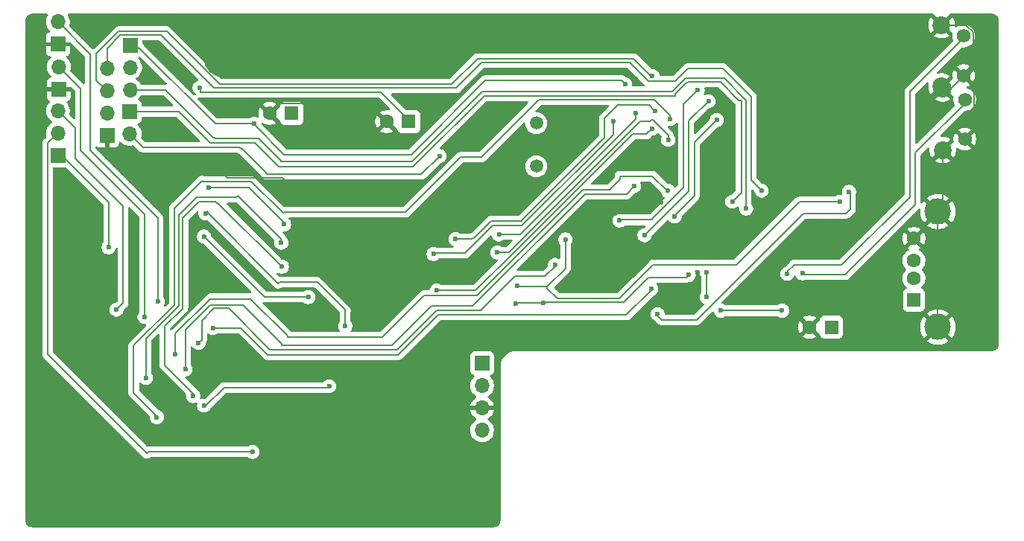
<source format=gbr>
%TF.GenerationSoftware,KiCad,Pcbnew,9.0.5*%
%TF.CreationDate,2025-10-22T22:52:51+01:00*%
%TF.ProjectId,Gotek,476f7465-6b2e-46b6-9963-61645f706362,rev?*%
%TF.SameCoordinates,Original*%
%TF.FileFunction,Copper,L2,Bot*%
%TF.FilePolarity,Positive*%
%FSLAX46Y46*%
G04 Gerber Fmt 4.6, Leading zero omitted, Abs format (unit mm)*
G04 Created by KiCad (PCBNEW 9.0.5) date 2025-10-22 22:52:51*
%MOMM*%
%LPD*%
G01*
G04 APERTURE LIST*
%TA.AperFunction,ComponentPad*%
%ADD10C,5.000000*%
%TD*%
%TA.AperFunction,ComponentPad*%
%ADD11R,1.700000X1.700000*%
%TD*%
%TA.AperFunction,ComponentPad*%
%ADD12O,1.700000X1.700000*%
%TD*%
%TA.AperFunction,ComponentPad*%
%ADD13R,1.600000X1.600000*%
%TD*%
%TA.AperFunction,ComponentPad*%
%ADD14C,1.600000*%
%TD*%
%TA.AperFunction,ComponentPad*%
%ADD15C,1.575000*%
%TD*%
%TA.AperFunction,ComponentPad*%
%ADD16C,2.025000*%
%TD*%
%TA.AperFunction,ComponentPad*%
%ADD17R,1.500000X1.600000*%
%TD*%
%TA.AperFunction,ComponentPad*%
%ADD18C,3.000000*%
%TD*%
%TA.AperFunction,ComponentPad*%
%ADD19C,1.500000*%
%TD*%
%TA.AperFunction,ViaPad*%
%ADD20C,0.600000*%
%TD*%
%TA.AperFunction,Conductor*%
%ADD21C,0.200000*%
%TD*%
G04 APERTURE END LIST*
D10*
%TO.P,H1,1,1*%
%TO.N,GND*%
X118491000Y-60642500D03*
%TD*%
%TO.P,H2,1,1*%
%TO.N,GND*%
X139573000Y-60642500D03*
%TD*%
%TO.P,H3,1,1*%
%TO.N,GND*%
X118491000Y-110363000D03*
%TD*%
%TO.P,H4,1,1*%
%TO.N,GND*%
X139573000Y-110363000D03*
%TD*%
%TO.P,H5,1,1*%
%TO.N,GND*%
X189357000Y-60642500D03*
%TD*%
D11*
%TO.P,J10,1,Pin_1*%
%TO.N,GND*%
X105038525Y-69713475D03*
D12*
%TO.P,J10,2,Pin_2*%
%TO.N,5V*%
X105038525Y-67173475D03*
%TO.P,J10,3,Pin_3*%
%TO.N,SWCLK*%
X105038525Y-64633475D03*
%TO.P,J10,4,Pin_4*%
%TO.N,SWDIO*%
X105038525Y-62093475D03*
%TD*%
D11*
%TO.P,J7,1,Pin_1*%
%TO.N,/I2C2_CLK*%
X147653375Y-95653700D03*
D12*
%TO.P,J7,2,Pin_2*%
%TO.N,/I2C2_DTA*%
X147653375Y-98193700D03*
%TO.P,J7,3,Pin_3*%
%TO.N,GND*%
X147653375Y-100733700D03*
%TO.P,J7,4,Pin_4*%
%TO.N,+3.3V*%
X147653375Y-103273700D03*
%TD*%
D13*
%TO.P,C1,1*%
%TO.N,5V*%
X187333138Y-91535250D03*
D14*
%TO.P,C1,2*%
%TO.N,GND*%
X184833138Y-91535250D03*
%TD*%
D15*
%TO.P,S4,1,1*%
%TO.N,GND*%
X202485625Y-70133600D03*
%TO.P,S4,2,2*%
%TO.N,BUT_R*%
X202485625Y-65633600D03*
D16*
%TO.P,S4,3,3*%
%TO.N,GND*%
X199985625Y-71383600D03*
%TO.P,S4,4,4*%
X199985625Y-64383600D03*
%TD*%
D13*
%TO.P,C17,1*%
%TO.N,+3.3V*%
X139304913Y-68164075D03*
D14*
%TO.P,C17,2*%
%TO.N,GND*%
X136804913Y-68164075D03*
%TD*%
D15*
%TO.P,S3,1,1*%
%TO.N,GND*%
X202345925Y-62915800D03*
%TO.P,S3,2,2*%
%TO.N,BUT_L*%
X202345925Y-58415800D03*
D16*
%TO.P,S3,3,3*%
%TO.N,GND*%
X199845925Y-64165800D03*
%TO.P,S3,4,4*%
X199845925Y-57165800D03*
%TD*%
D11*
%TO.P,JD1,1,Pin_1*%
%TO.N,GND*%
X99568000Y-64465200D03*
D12*
%TO.P,JD1,2,Pin_2*%
%TO.N,DINST*%
X99568000Y-61925200D03*
%TD*%
D11*
%TO.P,MO1,1,Pin_1*%
%TO.N,DRVSEL*%
X99456875Y-72002650D03*
D12*
%TO.P,MO1,2,Pin_2*%
%TO.N,SEL*%
X99456875Y-69462650D03*
%TO.P,MO1,3,Pin_3*%
%TO.N,MTRON*%
X99456875Y-66922650D03*
%TD*%
D11*
%TO.P,J3,1,Pin_1*%
%TO.N,J3_BOOT0*%
X107664250Y-59467750D03*
D12*
%TO.P,J3,2,Pin_2*%
%TO.N,+3.3V*%
X107664250Y-62007750D03*
%TO.P,J3,3,Pin_3*%
%TO.N,USART1_TX*%
X107664250Y-64547750D03*
%TD*%
D17*
%TO.P,P3,1,VBUS*%
%TO.N,5V*%
X196706525Y-88456650D03*
D14*
%TO.P,P3,2,D-*%
%TO.N,Net-(P3-D-)*%
X196706525Y-85956650D03*
%TO.P,P3,3,D+*%
%TO.N,Net-(P3-D+)*%
X196706525Y-83956650D03*
%TO.P,P3,4,GND*%
%TO.N,GND*%
X196706525Y-81456650D03*
D18*
%TO.P,P3,5,Shield*%
X199416525Y-91526650D03*
X199416525Y-78386650D03*
%TD*%
D11*
%TO.P,JE1,1,Pin_1*%
%TO.N,GND*%
X99456875Y-59356625D03*
D12*
%TO.P,JE1,2,Pin_2*%
%TO.N,HDOUT*%
X99456875Y-56816625D03*
%TD*%
D19*
%TO.P,Y1,1,1*%
%TO.N,Net-(U3-HEXT_OUT{slash}PD1)*%
X153800175Y-73233450D03*
%TO.P,Y1,2,2*%
%TO.N,Net-(U3-HEXT_IN{slash}PD0)*%
X153800175Y-68333450D03*
%TD*%
D11*
%TO.P,J4,1,Pin_1*%
%TO.N,USART1_RX*%
X107607100Y-67016075D03*
D12*
%TO.P,J4,2,Pin_2*%
%TO.N,NRST*%
X107607100Y-69556075D03*
%TD*%
D13*
%TO.P,C19,1*%
%TO.N,5V*%
X126017025Y-67227450D03*
D14*
%TO.P,C19,2*%
%TO.N,GND*%
X123517025Y-67227450D03*
%TD*%
D20*
%TO.N,GND*%
X182537100Y-66995675D03*
X110874175Y-63750825D03*
X111280575Y-68602225D03*
X184896125Y-72647175D03*
X116979700Y-72869425D03*
X142579725Y-66192400D03*
X165119050Y-63296800D03*
X111210725Y-60121800D03*
X168328975Y-74114025D03*
X175056800Y-82476975D03*
X150060025Y-78374875D03*
X145034000Y-74015600D03*
X109658150Y-74177525D03*
X108051600Y-83461225D03*
X161036000Y-85975825D03*
X167941625Y-77333475D03*
X162744150Y-78600300D03*
X139001500Y-79984600D03*
X125739525Y-75339575D03*
X130470275Y-90322400D03*
X110817025Y-65592325D03*
%TO.N,NRST*%
X142805150Y-72072500D03*
%TO.N,+3.3V*%
X151491950Y-88855550D03*
X171118212Y-85602763D03*
X154600275Y-88820625D03*
X115554125Y-64303275D03*
%TO.N,J3_BOOT0*%
X121751725Y-68411725D03*
X163909375Y-63890525D03*
%TO.N,USART1_TX*%
X177638075Y-78057375D03*
%TO.N,USART1_RX*%
X176069625Y-77263625D03*
%TO.N,/I2C2_DTA*%
X167582850Y-90049350D03*
X189344300Y-76136500D03*
%TO.N,SWDIO*%
X179403375Y-76003150D03*
%TO.N,SWCLK*%
X167001825Y-62960250D03*
%TO.N,DINST*%
X109299375Y-90389075D03*
%TO.N,MTRON*%
X106118025Y-89550875D03*
%TO.N,DIR*%
X117059075Y-91618051D03*
X166849425Y-87188675D03*
%TO.N,DRVSEL*%
X105225850Y-82461100D03*
%TO.N,DSKCHG*%
X116220875Y-78609825D03*
X132102225Y-91424125D03*
%TO.N,READY*%
X127892175Y-88122125D03*
X116055775Y-81232375D03*
%TO.N,RA*%
X174301150Y-67986275D03*
X169532300Y-78946375D03*
%TO.N,RB*%
X163271200Y-79403575D03*
X172132625Y-64573150D03*
%TO.N,RC*%
X166096950Y-81079975D03*
X173358175Y-65836800D03*
%TO.N,SPI2_SS*%
X173170850Y-85293200D03*
X173170850Y-88128475D03*
%TO.N,SPI2_MISO*%
X174755175Y-89662000D03*
X181733825Y-89662000D03*
%TO.N,WPROT_3V3*%
X166960550Y-68929250D03*
X142484475Y-87366475D03*
%TO.N,HDOUT*%
X110807500Y-88618050D03*
%TO.N,SEL*%
X188280675Y-77301725D03*
X151666575Y-86868000D03*
X157111700Y-81562575D03*
X121561225Y-105724325D03*
%TO.N,STEP*%
X115439825Y-93322900D03*
X155924250Y-84458175D03*
%TO.N,WGATE*%
X113934875Y-96326450D03*
X164922200Y-75491975D03*
%TO.N,INDEX*%
X116614575Y-75638025D03*
X125152150Y-79844900D03*
%TO.N,WPROT*%
X124898150Y-84664550D03*
X114827050Y-99377500D03*
%TO.N,RDATA*%
X130273425Y-98263075D03*
X116055775Y-100466525D03*
%TO.N,TRK0*%
X109467650Y-97326450D03*
X124841000Y-81930875D03*
%TO.N,SIDE1*%
X110696375Y-101777800D03*
X168998900Y-67856100D03*
%TO.N,WDATA*%
X168776650Y-76038075D03*
X112817275Y-94630875D03*
%TO.N,BUT_L*%
X182308500Y-85477350D03*
%TO.N,BUT_R*%
X184035700Y-85413850D03*
%TO.N,INDEX_3V3*%
X142135225Y-83216750D03*
X162579050Y-68097400D03*
%TO.N,DSKCHG_3V3*%
X149564725Y-81000600D03*
X165094600Y-67177600D03*
%TO.N,TRK0_3V3*%
X167281225Y-66909950D03*
X144649825Y-81530825D03*
%TO.N,READY_3V3*%
X149367875Y-83038950D03*
X168786175Y-70240525D03*
%TD*%
D21*
%TO.N,GND*%
X200878125Y-64383600D02*
X199985625Y-64383600D01*
X162090100Y-79254350D02*
X162744150Y-78600300D01*
X203433425Y-62310900D02*
X203433425Y-57965342D01*
X182537100Y-66995675D02*
X184896125Y-69354700D01*
X162090100Y-82476975D02*
X161036000Y-83531075D01*
X149393275Y-78374875D02*
X145034000Y-74015600D01*
X144970500Y-74015600D02*
X139001500Y-79984600D01*
X117001925Y-72675750D02*
X117001925Y-72847200D01*
X203573125Y-69046100D02*
X202485625Y-70133600D01*
X117001925Y-72847200D02*
X116979700Y-72869425D01*
X175056800Y-82476975D02*
X162090100Y-82476975D01*
X162090100Y-82476975D02*
X162090100Y-79254350D01*
X203573125Y-64143000D02*
X203573125Y-69046100D01*
X116979700Y-72869425D02*
X118668750Y-74558475D01*
X203433425Y-57965342D02*
X202633883Y-57165800D01*
X166674800Y-78600300D02*
X167941625Y-77333475D01*
X118668750Y-74558475D02*
X124958425Y-74558475D01*
X145034000Y-74015600D02*
X144970500Y-74015600D01*
X124958425Y-74558475D02*
X125739525Y-75339575D01*
X109658150Y-74177525D02*
X115500150Y-74177525D01*
X202345925Y-62915800D02*
X202828525Y-62915800D01*
X199416525Y-78386650D02*
X199416525Y-91526650D01*
X202633883Y-57165800D02*
X199845925Y-57165800D01*
X199985625Y-78177550D02*
X196706525Y-81456650D01*
X202828525Y-62915800D02*
X203433425Y-62310900D01*
X202345925Y-62915800D02*
X203573125Y-64143000D01*
X115500150Y-74177525D02*
X117001925Y-72675750D01*
X136804913Y-68164075D02*
X134768288Y-66127450D01*
X150060025Y-78374875D02*
X149393275Y-78374875D01*
X184896125Y-69354700D02*
X184896125Y-72647175D01*
X118491000Y-110363000D02*
X139573000Y-110363000D01*
X134768288Y-66127450D02*
X124617025Y-66127450D01*
X202345925Y-62915800D02*
X200878125Y-64383600D01*
X162744150Y-78600300D02*
X166674800Y-78600300D01*
X161036000Y-83531075D02*
X161036000Y-85975825D01*
X199985625Y-71383600D02*
X199985625Y-78177550D01*
X124617025Y-66127450D02*
X123517025Y-67227450D01*
%TO.N,NRST*%
X109104350Y-71053325D02*
X107607100Y-69556075D01*
X123199525Y-74158475D02*
X123094750Y-74053700D01*
X140719175Y-74158475D02*
X123199525Y-74158475D01*
X142805150Y-72072500D02*
X140719175Y-74158475D01*
X120303925Y-71262875D02*
X120094375Y-71053325D01*
X120408700Y-71262875D02*
X120303925Y-71262875D01*
X120094375Y-71053325D02*
X109104350Y-71053325D01*
X123094750Y-74053700D02*
X123094750Y-73948925D01*
X123094750Y-73948925D02*
X120408700Y-71262875D01*
%TO.N,+3.3V*%
X154905125Y-88699925D02*
X154619325Y-88985725D01*
X136155313Y-64817625D02*
X115681125Y-64817625D01*
X163706225Y-88699925D02*
X154905125Y-88699925D01*
X170849925Y-85871050D02*
X166535100Y-85871050D01*
X154619325Y-88839675D02*
X154600275Y-88820625D01*
X139304913Y-68164075D02*
X139304913Y-67967225D01*
X115681125Y-64817625D02*
X115681125Y-64430275D01*
X171118212Y-85602763D02*
X170849925Y-85871050D01*
X115681125Y-64430275D02*
X115554125Y-64303275D01*
X154600275Y-88820625D02*
X151526875Y-88820625D01*
X166535100Y-85871050D02*
X163706225Y-88699925D01*
X151526875Y-88820625D02*
X151491950Y-88855550D01*
X154619325Y-88985725D02*
X154619325Y-88839675D01*
X139304913Y-67967225D02*
X136155313Y-64817625D01*
%TO.N,J3_BOOT0*%
X108740575Y-59829700D02*
X108635800Y-59829700D01*
X163493450Y-63474600D02*
X148021675Y-63474600D01*
X148021675Y-63474600D02*
X139595225Y-71901050D01*
X139595225Y-71901050D02*
X125171200Y-71901050D01*
X163909375Y-63890525D02*
X163493450Y-63474600D01*
X125171200Y-71901050D02*
X121751725Y-68481575D01*
X121751725Y-68481575D02*
X121751725Y-68411725D01*
X117322600Y-68411725D02*
X108740575Y-59829700D01*
X108635800Y-59829700D02*
X108273850Y-59467750D01*
X108273850Y-59467750D02*
X107664250Y-59467750D01*
X121751725Y-68411725D02*
X117322600Y-68411725D01*
%TO.N,USART1_TX*%
X107664250Y-64547750D02*
X111702850Y-64547750D01*
X124815600Y-72669400D02*
X139731750Y-72669400D01*
X139731750Y-72669400D02*
X147631100Y-64770050D01*
X177638075Y-65712440D02*
X177638075Y-78057375D01*
X169242789Y-64770050D02*
X170779489Y-63233350D01*
X122269250Y-70088125D02*
X124815600Y-72634475D01*
X124815600Y-72634475D02*
X124815600Y-72669400D01*
X117103525Y-69948425D02*
X117243225Y-69948425D01*
X175158985Y-63233350D02*
X177638075Y-65712440D01*
X170779489Y-63233350D02*
X175158985Y-63233350D01*
X147631100Y-64770050D02*
X169242789Y-64770050D01*
X117243225Y-69948425D02*
X117382925Y-70088125D01*
X117382925Y-70088125D02*
X122269250Y-70088125D01*
X111702850Y-64547750D02*
X117103525Y-69948425D01*
%TO.N,USART1_RX*%
X147872450Y-65239900D02*
X139814300Y-73298050D01*
X177085625Y-76247625D02*
X177085625Y-65725675D01*
X139814300Y-73298050D02*
X124564775Y-73298050D01*
X169621200Y-64957325D02*
X169621200Y-65239900D01*
X177085625Y-65725675D02*
X176806225Y-65725675D01*
X174713900Y-63633350D02*
X171049950Y-63633350D01*
X170875325Y-63703200D02*
X169621200Y-64957325D01*
X169621200Y-65239900D02*
X147872450Y-65239900D01*
X121948575Y-70577075D02*
X121913650Y-70542150D01*
X121948575Y-70681850D02*
X121948575Y-70577075D01*
X113193275Y-67016075D02*
X107607100Y-67016075D01*
X176806225Y-65725675D02*
X174713900Y-63633350D01*
X121913650Y-70542150D02*
X116719350Y-70542150D01*
X124564775Y-73298050D02*
X121948575Y-70681850D01*
X170980100Y-63703200D02*
X170875325Y-63703200D01*
X176069625Y-77263625D02*
X177085625Y-76247625D01*
X171049950Y-63633350D02*
X170980100Y-63703200D01*
X116719350Y-70542150D02*
X113193275Y-67016075D01*
%TO.N,/I2C2_DTA*%
X172027850Y-90709750D02*
X168049575Y-90709750D01*
X184137300Y-78600300D02*
X172027850Y-90709750D01*
X189017275Y-78600300D02*
X184137300Y-78600300D01*
X189344300Y-76136500D02*
X189506225Y-76298425D01*
X167582850Y-90243025D02*
X167582850Y-90049350D01*
X189506225Y-78111350D02*
X189017275Y-78600300D01*
X189506225Y-76298425D02*
X189506225Y-78111350D01*
X168049575Y-90709750D02*
X167582850Y-90243025D01*
%TO.N,SWDIO*%
X175021875Y-62134750D02*
X171008675Y-62134750D01*
X111206900Y-58317750D02*
X106514250Y-58317750D01*
X105038525Y-59793475D02*
X105038525Y-62093475D01*
X164430075Y-61455300D02*
X147593585Y-61455300D01*
X117217825Y-64328675D02*
X111206900Y-58317750D01*
X171008675Y-62134750D02*
X169583175Y-63560250D01*
X179403375Y-76003150D02*
X178231800Y-74831575D01*
X106514250Y-58317750D02*
X105038525Y-59793475D01*
X178231800Y-65344675D02*
X175021875Y-62134750D01*
X147593585Y-61455300D02*
X144720210Y-64328675D01*
X144720210Y-64328675D02*
X117217825Y-64328675D01*
X169583175Y-63560250D02*
X166535025Y-63560250D01*
X178231800Y-74831575D02*
X178231800Y-65344675D01*
X166535025Y-63560250D02*
X164430075Y-61455300D01*
%TO.N,SWCLK*%
X167001825Y-62960250D02*
X166824025Y-62960250D01*
X144205275Y-63928675D02*
X117817377Y-63928675D01*
X166824025Y-62960250D02*
X164871400Y-61007625D01*
X117817377Y-63928675D02*
X111806452Y-57917750D01*
X103828850Y-60437464D02*
X103828850Y-63423800D01*
X106348564Y-57917750D02*
X103828850Y-60437464D01*
X164871400Y-61007625D02*
X147126325Y-61007625D01*
X111806452Y-57917750D02*
X106348564Y-57917750D01*
X103828850Y-63423800D02*
X105038525Y-64633475D01*
X147126325Y-61007625D02*
X144205275Y-63928675D01*
%TO.N,DINST*%
X109299375Y-78682850D02*
X102063550Y-71447025D01*
X109299375Y-90389075D02*
X109299375Y-78682850D01*
X102063550Y-71447025D02*
X102063550Y-64420750D01*
X102063550Y-64420750D02*
X99568000Y-61925200D01*
%TO.N,MTRON*%
X106118025Y-89550875D02*
X106864150Y-88804750D01*
X106864150Y-77755750D02*
X101447600Y-72339200D01*
X101447600Y-72339200D02*
X101447600Y-68913375D01*
X106864150Y-88804750D02*
X106864150Y-77755750D01*
X101447600Y-68913375D02*
X99456875Y-66922650D01*
%TO.N,DIR*%
X123291600Y-94675325D02*
X120234326Y-91618051D01*
X164023675Y-90166825D02*
X142636875Y-90166825D01*
X120234326Y-91618051D02*
X117059075Y-91618051D01*
X166849425Y-87188675D02*
X166849425Y-87341075D01*
X166849425Y-87341075D02*
X164023675Y-90166825D01*
X142636875Y-90166825D02*
X140698538Y-92105163D01*
X140698538Y-92105163D02*
X138128375Y-94675325D01*
X138128375Y-94675325D02*
X123291600Y-94675325D01*
%TO.N,DRVSEL*%
X105225850Y-77343000D02*
X99885500Y-72002650D01*
X99885500Y-72002650D02*
X99456875Y-72002650D01*
X105225850Y-82461100D02*
X105225850Y-77343000D01*
%TO.N,DSKCHG*%
X132102225Y-89677875D02*
X132130800Y-89649300D01*
X116465350Y-78520925D02*
X116465350Y-78381225D01*
X116449475Y-78381225D02*
X116220875Y-78609825D01*
X124488575Y-86544150D02*
X116465350Y-78520925D01*
X116465350Y-78381225D02*
X116449475Y-78381225D01*
X128920875Y-86439375D02*
X124593350Y-86439375D01*
X124593350Y-86439375D02*
X124488575Y-86544150D01*
X132102225Y-91424125D02*
X132102225Y-89677875D01*
X132130800Y-89649300D02*
X128920875Y-86439375D01*
%TO.N,READY*%
X127892175Y-88122125D02*
X127847725Y-88077675D01*
X122901075Y-88077675D02*
X116055775Y-81232375D01*
X127847725Y-88077675D02*
X122901075Y-88077675D01*
%TO.N,RA*%
X171764325Y-70523100D02*
X174301150Y-67986275D01*
X169532300Y-78946375D02*
X169532300Y-78838425D01*
X171764325Y-76606400D02*
X171764325Y-70523100D01*
X169532300Y-78838425D02*
X171764325Y-76606400D01*
%TO.N,RB*%
X170491150Y-75634850D02*
X166931975Y-79194025D01*
X166931975Y-79194025D02*
X166931975Y-79333725D01*
X172132625Y-64573150D02*
X170491150Y-66214625D01*
X163341050Y-79333725D02*
X163271200Y-79403575D01*
X170491150Y-66214625D02*
X170491150Y-75634850D01*
X166931975Y-79333725D02*
X163341050Y-79333725D01*
%TO.N,RC*%
X171119800Y-76057125D02*
X166096950Y-81079975D01*
X171119800Y-68075175D02*
X171119800Y-76057125D01*
X173358175Y-65836800D02*
X171119800Y-68075175D01*
%TO.N,SPI2_SS*%
X173170850Y-88128475D02*
X173170850Y-85293200D01*
%TO.N,SPI2_MISO*%
X174755175Y-89662000D02*
X181733825Y-89662000D01*
%TO.N,WPROT_3V3*%
X166312850Y-69576950D02*
X164741225Y-69576950D01*
X151192180Y-83097955D02*
X146923660Y-87366475D01*
X164741225Y-69576950D02*
X151206200Y-83111975D01*
X151206200Y-83111975D02*
X151192180Y-83097955D01*
X166960550Y-68929250D02*
X166312850Y-69576950D01*
X142484475Y-87366475D02*
X142414625Y-87436325D01*
X146923660Y-87366475D02*
X142484475Y-87366475D01*
%TO.N,HDOUT*%
X103124000Y-60483750D02*
X99456875Y-56816625D01*
X110807500Y-79124175D02*
X103124000Y-71440675D01*
X103124000Y-71440675D02*
X103124000Y-60483750D01*
X110807500Y-88618050D02*
X110807500Y-79124175D01*
%TO.N,SEL*%
X155035250Y-86941025D02*
X151739600Y-86941025D01*
X167071675Y-84461350D02*
X163268025Y-88265000D01*
X155035250Y-87131525D02*
X155035250Y-86941025D01*
X121561225Y-105724325D02*
X109715300Y-105724325D01*
X183686450Y-77301725D02*
X176526825Y-84461350D01*
X98304350Y-94649925D02*
X98304350Y-94237175D01*
X98306875Y-94234650D02*
X98306875Y-70612650D01*
X156168725Y-88265000D02*
X155035250Y-87131525D01*
X163268025Y-88265000D02*
X156168725Y-88265000D01*
X98304350Y-94237175D02*
X98306875Y-94234650D01*
X109547025Y-105892600D02*
X98304350Y-94649925D01*
X155035250Y-86941025D02*
X157111700Y-84864575D01*
X157111700Y-84864575D02*
X157111700Y-81562575D01*
X98306875Y-70612650D02*
X99456875Y-69462650D01*
X151739600Y-86941025D02*
X151666575Y-86868000D01*
X188280675Y-77301725D02*
X183686450Y-77301725D01*
X176526825Y-84461350D02*
X167071675Y-84461350D01*
X109715300Y-105724325D02*
X109547025Y-105892600D01*
%TO.N,STEP*%
X154800300Y-85728175D02*
X154670125Y-85728175D01*
X155924250Y-84458175D02*
X155924250Y-84604225D01*
X115785900Y-92976825D02*
X115439825Y-93322900D01*
X147583525Y-89636600D02*
X142494000Y-89636600D01*
X142494000Y-89636600D02*
X138007725Y-94122875D01*
X151364950Y-85750400D02*
X147583525Y-89531825D01*
X115785900Y-90817700D02*
X115785900Y-92976825D01*
X118833900Y-89398475D02*
X117205125Y-89398475D01*
X123558300Y-94122875D02*
X118833900Y-89398475D01*
X117205125Y-89398475D02*
X115785900Y-90817700D01*
X155924250Y-84604225D02*
X154800300Y-85728175D01*
X147583525Y-89531825D02*
X147583525Y-89636600D01*
X154670125Y-85728175D02*
X154647900Y-85750400D01*
X154647900Y-85750400D02*
X151364950Y-85750400D01*
X138007725Y-94122875D02*
X123558300Y-94122875D01*
%TO.N,WGATE*%
X146589750Y-89122250D02*
X159334200Y-76377800D01*
X137448925Y-93608525D02*
X141935200Y-89122250D01*
X113934875Y-96326450D02*
X113934875Y-91830525D01*
X124910850Y-93608525D02*
X137448925Y-93608525D01*
X159334200Y-76377800D02*
X164052250Y-76377800D01*
X124910850Y-93414850D02*
X124910850Y-93608525D01*
X164052250Y-76377800D02*
X164922200Y-75507850D01*
X164922200Y-75507850D02*
X164922200Y-75491975D01*
X120494475Y-88998475D02*
X124910850Y-93414850D01*
X116766925Y-88998475D02*
X120494475Y-88998475D01*
X113934875Y-91830525D02*
X116766925Y-88998475D01*
X141935200Y-89122250D02*
X146589750Y-89122250D01*
%TO.N,INDEX*%
X116614575Y-75638025D02*
X121119900Y-75638025D01*
X125152150Y-79670275D02*
X125152150Y-79844900D01*
X121348500Y-75866625D02*
X125152150Y-79670275D01*
X125152150Y-79984600D02*
X125152150Y-79844900D01*
X121119900Y-75638025D02*
X121348500Y-75866625D01*
%TO.N,WPROT*%
X111598075Y-91440000D02*
X111598075Y-95856425D01*
X114827050Y-99377500D02*
X114601625Y-99152075D01*
X113623725Y-89417525D02*
X111601250Y-91440000D01*
X111598075Y-95856425D02*
X114827050Y-99085400D01*
X114827050Y-99085400D02*
X114827050Y-99377500D01*
X124885450Y-84664550D02*
X117636925Y-77416025D01*
X115506500Y-77241400D02*
X113693575Y-79054325D01*
X113658650Y-79054325D02*
X113658650Y-89277825D01*
X113658650Y-89277825D02*
X113623725Y-89312750D01*
X117636925Y-77416025D02*
X117532150Y-77416025D01*
X117357525Y-77241400D02*
X115506500Y-77241400D01*
X124898150Y-84664550D02*
X124885450Y-84664550D01*
X111601250Y-91440000D02*
X111598075Y-91440000D01*
X117532150Y-77416025D02*
X117357525Y-77241400D01*
X113693575Y-79054325D02*
X113658650Y-79054325D01*
X113623725Y-89312750D02*
X113623725Y-89417525D01*
%TO.N,RDATA*%
X116055775Y-100466525D02*
X116278025Y-100466525D01*
X130133725Y-98402775D02*
X130273425Y-98263075D01*
X116278025Y-100466525D02*
X118341775Y-98402775D01*
X118341775Y-98402775D02*
X130133725Y-98402775D01*
%TO.N,TRK0*%
X115122325Y-76857225D02*
X115122325Y-76787375D01*
X124841000Y-81514950D02*
X124841000Y-81930875D01*
X119694325Y-76787375D02*
X119903875Y-76577825D01*
X109467650Y-92815311D02*
X113204625Y-89078336D01*
X119903875Y-76577825D02*
X124841000Y-81514950D01*
X109467650Y-97326450D02*
X109467650Y-92815311D01*
X113204625Y-89078336D02*
X113204625Y-78774925D01*
X115122325Y-76787375D02*
X119694325Y-76787375D01*
X113204625Y-78774925D02*
X115122325Y-76857225D01*
%TO.N,SIDE1*%
X110696375Y-101631750D02*
X110696375Y-101777800D01*
X154111375Y-65639900D02*
X147535900Y-72215375D01*
X112782350Y-77939900D02*
X112715675Y-77939900D01*
X112715675Y-77939900D02*
X112715675Y-89001600D01*
X112715675Y-89001600D02*
X108073825Y-93643450D01*
X125136275Y-78460600D02*
X125031500Y-78565375D01*
X115925600Y-74971275D02*
X115890675Y-74936350D01*
X115785900Y-74936350D02*
X112782350Y-77939900D01*
X147535900Y-72215375D02*
X145199100Y-72215375D01*
X168998900Y-67856100D02*
X168998900Y-67405250D01*
X108073825Y-99009200D02*
X110696375Y-101631750D01*
X115890675Y-74936350D02*
X115785900Y-74936350D01*
X167233550Y-65639900D02*
X154111375Y-65639900D01*
X168998900Y-67405250D02*
X167233550Y-65639900D01*
X138953875Y-78460600D02*
X125136275Y-78460600D01*
X121437400Y-74971275D02*
X115925600Y-74971275D01*
X125031500Y-78565375D02*
X121437400Y-74971275D01*
X108073825Y-93643450D02*
X108073825Y-99009200D01*
X145199100Y-72215375D02*
X138953875Y-78460600D01*
%TO.N,WDATA*%
X163296600Y-74749025D02*
X163296600Y-74364850D01*
X121186575Y-88318975D02*
X121256425Y-88249125D01*
X159111950Y-75933300D02*
X162112325Y-75933300D01*
X168668700Y-76038075D02*
X168776650Y-76038075D01*
X121256425Y-88249125D02*
X125545850Y-92538550D01*
X163296600Y-74364850D02*
X166995475Y-74364850D01*
X125545850Y-92538550D02*
X125545850Y-92716350D01*
X116789200Y-88318975D02*
X121186575Y-88318975D01*
X162112325Y-75933300D02*
X163296600Y-74749025D01*
X112817275Y-92290900D02*
X116789200Y-88318975D01*
X147078775Y-87966475D02*
X159111950Y-75933300D01*
X166995475Y-74364850D02*
X168668700Y-76038075D01*
X141035946Y-87966475D02*
X147078775Y-87966475D01*
X112817275Y-94630875D02*
X112817275Y-92290900D01*
X136286071Y-92716350D02*
X141035946Y-87966475D01*
X125545850Y-92716350D02*
X136286071Y-92716350D01*
%TO.N,BUT_L*%
X182308500Y-85264625D02*
X182308500Y-85477350D01*
X196240400Y-76739750D02*
X188506100Y-84474050D01*
X202345925Y-58645425D02*
X196240400Y-64750950D01*
X196240400Y-64750950D02*
X196240400Y-76739750D01*
X202345925Y-58415800D02*
X202345925Y-58645425D01*
X188506100Y-84474050D02*
X183099075Y-84474050D01*
X183099075Y-84474050D02*
X182308500Y-85264625D01*
%TO.N,BUT_R*%
X202485625Y-66078100D02*
X196869050Y-71694675D01*
X188855350Y-85591650D02*
X184213500Y-85591650D01*
X196869050Y-71694675D02*
X196869050Y-77577950D01*
X196869050Y-77577950D02*
X188855350Y-85591650D01*
X184213500Y-85591650D02*
X184035700Y-85413850D01*
X202485625Y-65633600D02*
X202485625Y-66078100D01*
%TO.N,INDEX_3V3*%
X162547300Y-69606060D02*
X152156060Y-79997300D01*
X148834475Y-79997300D02*
X145729325Y-83102450D01*
X142274925Y-83102450D02*
X142249525Y-83102450D01*
X162579050Y-68097400D02*
X162547300Y-68129150D01*
X162547300Y-69494400D02*
X162547300Y-69606060D01*
X145729325Y-83102450D02*
X142274925Y-83102450D01*
X162547300Y-68129150D02*
X162547300Y-69494400D01*
X152156060Y-79997300D02*
X148834475Y-79997300D01*
X142249525Y-83102450D02*
X142135225Y-83216750D01*
%TO.N,DSKCHG_3V3*%
X151974550Y-80981550D02*
X149583775Y-80981550D01*
X149583775Y-80981550D02*
X149564725Y-81000600D01*
X165094600Y-67177600D02*
X165094600Y-67861500D01*
X165094600Y-67861500D02*
X151974550Y-80981550D01*
%TO.N,TRK0_3V3*%
X163141025Y-66214625D02*
X161639250Y-67716400D01*
X167281225Y-66909950D02*
X167255825Y-66909950D01*
X166630350Y-66284475D02*
X163210875Y-66284475D01*
X167255825Y-66909950D02*
X166630350Y-66284475D01*
X146707225Y-81426050D02*
X146602450Y-81426050D01*
X146497675Y-81530825D02*
X144649825Y-81530825D01*
X152149175Y-79403575D02*
X152149175Y-79438500D01*
X148974175Y-79438500D02*
X148694775Y-79438500D01*
X148694775Y-79438500D02*
X146707225Y-81426050D01*
X163210875Y-66284475D02*
X163141025Y-66214625D01*
X161534475Y-70018275D02*
X152149175Y-79403575D01*
X161639250Y-67716400D02*
X161569400Y-67716400D01*
X161569400Y-69983350D02*
X161534475Y-70018275D01*
X161569400Y-67716400D02*
X161569400Y-69983350D01*
X152149175Y-79438500D02*
X148974175Y-79438500D01*
X146602450Y-81426050D02*
X146497675Y-81530825D01*
%TO.N,READY_3V3*%
X166906575Y-67935475D02*
X166731950Y-68110100D01*
X150685500Y-83038950D02*
X149367875Y-83038950D01*
X165614350Y-68110100D02*
X150685500Y-83038950D01*
X168786175Y-70240525D02*
X168786175Y-69710300D01*
X167011350Y-67935475D02*
X166906575Y-67935475D01*
X168786175Y-69710300D02*
X167011350Y-67935475D01*
X166731950Y-68110100D02*
X165614350Y-68110100D01*
%TD*%
%TA.AperFunction,Conductor*%
%TO.N,GND*%
G36*
X98291375Y-55900185D02*
G01*
X98337130Y-55952989D01*
X98347074Y-56022147D01*
X98324654Y-56077385D01*
X98301826Y-56108805D01*
X98205319Y-56298210D01*
X98139628Y-56500385D01*
X98117559Y-56639726D01*
X98106375Y-56710338D01*
X98106375Y-56922912D01*
X98139629Y-57132868D01*
X98199538Y-57317249D01*
X98205319Y-57335039D01*
X98301826Y-57524445D01*
X98426765Y-57696411D01*
X98540693Y-57810339D01*
X98574178Y-57871662D01*
X98569194Y-57941354D01*
X98527322Y-57997287D01*
X98496346Y-58014202D01*
X98364787Y-58063271D01*
X98364781Y-58063274D01*
X98249687Y-58149434D01*
X98249684Y-58149437D01*
X98163524Y-58264531D01*
X98163520Y-58264538D01*
X98113278Y-58399245D01*
X98113276Y-58399252D01*
X98106875Y-58458780D01*
X98106875Y-59106625D01*
X99023863Y-59106625D01*
X98990950Y-59163632D01*
X98956875Y-59290799D01*
X98956875Y-59422451D01*
X98990950Y-59549618D01*
X99023863Y-59606625D01*
X98106875Y-59606625D01*
X98106875Y-60254469D01*
X98113276Y-60313997D01*
X98113278Y-60314004D01*
X98163520Y-60448711D01*
X98163524Y-60448718D01*
X98249684Y-60563812D01*
X98249687Y-60563815D01*
X98364781Y-60649975D01*
X98364788Y-60649979D01*
X98499495Y-60700221D01*
X98499502Y-60700223D01*
X98559030Y-60706624D01*
X98559047Y-60706625D01*
X98577317Y-60706625D01*
X98644356Y-60726310D01*
X98690111Y-60779114D01*
X98700055Y-60848272D01*
X98671030Y-60911828D01*
X98664998Y-60918306D01*
X98537894Y-61045409D01*
X98537890Y-61045413D01*
X98412951Y-61217379D01*
X98316444Y-61406785D01*
X98250753Y-61608960D01*
X98217500Y-61818913D01*
X98217500Y-62031486D01*
X98250753Y-62241439D01*
X98250753Y-62241441D01*
X98250754Y-62241443D01*
X98310908Y-62426578D01*
X98316444Y-62443614D01*
X98412951Y-62633020D01*
X98537890Y-62804986D01*
X98651818Y-62918914D01*
X98685303Y-62980237D01*
X98680319Y-63049929D01*
X98638447Y-63105862D01*
X98607471Y-63122777D01*
X98475912Y-63171846D01*
X98475906Y-63171849D01*
X98360812Y-63258009D01*
X98360809Y-63258012D01*
X98274649Y-63373106D01*
X98274645Y-63373113D01*
X98224403Y-63507820D01*
X98224401Y-63507827D01*
X98218000Y-63567355D01*
X98218000Y-64215200D01*
X99134988Y-64215200D01*
X99102075Y-64272207D01*
X99068000Y-64399374D01*
X99068000Y-64531026D01*
X99102075Y-64658193D01*
X99134988Y-64715200D01*
X98218000Y-64715200D01*
X98218000Y-65363044D01*
X98224401Y-65422572D01*
X98224403Y-65422579D01*
X98274645Y-65557286D01*
X98274649Y-65557293D01*
X98360809Y-65672387D01*
X98360812Y-65672390D01*
X98475905Y-65758549D01*
X98482633Y-65762223D01*
X98532040Y-65811627D01*
X98546893Y-65879900D01*
X98522478Y-65945365D01*
X98510891Y-65958738D01*
X98426764Y-66042865D01*
X98301826Y-66214829D01*
X98205319Y-66404235D01*
X98139628Y-66606410D01*
X98118574Y-66739344D01*
X98106375Y-66816363D01*
X98106375Y-67028937D01*
X98107579Y-67036537D01*
X98139628Y-67238889D01*
X98139628Y-67238891D01*
X98139629Y-67238893D01*
X98204372Y-67438152D01*
X98205319Y-67441064D01*
X98301826Y-67630470D01*
X98426765Y-67802436D01*
X98577088Y-67952759D01*
X98749057Y-68077700D01*
X98757821Y-68082166D01*
X98808617Y-68130141D01*
X98825411Y-68197962D01*
X98802873Y-68264097D01*
X98757821Y-68303134D01*
X98749057Y-68307599D01*
X98577088Y-68432540D01*
X98426765Y-68582863D01*
X98301826Y-68754829D01*
X98205319Y-68944235D01*
X98139628Y-69146410D01*
X98106375Y-69356363D01*
X98106375Y-69568936D01*
X98139629Y-69778894D01*
X98139629Y-69778897D01*
X98153366Y-69821173D01*
X98155361Y-69891014D01*
X98123116Y-69947172D01*
X97938161Y-70132128D01*
X97826356Y-70243932D01*
X97826354Y-70243934D01*
X97805262Y-70280468D01*
X97788001Y-70310366D01*
X97747298Y-70380865D01*
X97706374Y-70533593D01*
X97706374Y-70533595D01*
X97706374Y-70701696D01*
X97706375Y-70701709D01*
X97706375Y-94132365D01*
X97706364Y-94133980D01*
X97706162Y-94149484D01*
X97703849Y-94158118D01*
X97703849Y-94316232D01*
X97703850Y-94316235D01*
X97703850Y-94327004D01*
X97703850Y-94563255D01*
X97703849Y-94563273D01*
X97703849Y-94728979D01*
X97703848Y-94728979D01*
X97711039Y-94755816D01*
X97744773Y-94881710D01*
X97744774Y-94881711D01*
X97759437Y-94907110D01*
X97759438Y-94907111D01*
X97823825Y-95018634D01*
X97823831Y-95018642D01*
X97942699Y-95137510D01*
X97942705Y-95137515D01*
X109066506Y-106261316D01*
X109178309Y-106373119D01*
X109315240Y-106452177D01*
X109467968Y-106493101D01*
X109467971Y-106493101D01*
X109626079Y-106493101D01*
X109626082Y-106493101D01*
X109778810Y-106452177D01*
X109915741Y-106373119D01*
X109927716Y-106361144D01*
X109989039Y-106327659D01*
X110015397Y-106324825D01*
X120981459Y-106324825D01*
X121048498Y-106344510D01*
X121050350Y-106345723D01*
X121182039Y-106433715D01*
X121182052Y-106433722D01*
X121325408Y-106493101D01*
X121327728Y-106494062D01*
X121482378Y-106524824D01*
X121482381Y-106524825D01*
X121482383Y-106524825D01*
X121640069Y-106524825D01*
X121640070Y-106524824D01*
X121794722Y-106494062D01*
X121940404Y-106433719D01*
X122071514Y-106346114D01*
X122183014Y-106234614D01*
X122270619Y-106103504D01*
X122330962Y-105957822D01*
X122361725Y-105803167D01*
X122361725Y-105645483D01*
X122361725Y-105645480D01*
X122361724Y-105645478D01*
X122330963Y-105490835D01*
X122330962Y-105490828D01*
X122330960Y-105490823D01*
X122270622Y-105345152D01*
X122270615Y-105345139D01*
X122183014Y-105214036D01*
X122183011Y-105214032D01*
X122071517Y-105102538D01*
X122071513Y-105102535D01*
X121940410Y-105014934D01*
X121940397Y-105014927D01*
X121794726Y-104954589D01*
X121794714Y-104954586D01*
X121640070Y-104923825D01*
X121640067Y-104923825D01*
X121482383Y-104923825D01*
X121482380Y-104923825D01*
X121327735Y-104954586D01*
X121327723Y-104954589D01*
X121182052Y-105014927D01*
X121182039Y-105014934D01*
X121050350Y-105102927D01*
X120983672Y-105123805D01*
X120981459Y-105123825D01*
X109801969Y-105123825D01*
X109794361Y-105123824D01*
X109794358Y-105123824D01*
X109678845Y-105123824D01*
X109611806Y-105104139D01*
X109611803Y-105104136D01*
X109591165Y-105087505D01*
X98941169Y-94437509D01*
X98926465Y-94410581D01*
X98909873Y-94384763D01*
X98908981Y-94378562D01*
X98907684Y-94376186D01*
X98904850Y-94349828D01*
X98904850Y-94339457D01*
X98907165Y-94321874D01*
X98906315Y-94321762D01*
X98907376Y-94313704D01*
X98907376Y-94147998D01*
X98907375Y-94147980D01*
X98907375Y-73477149D01*
X98927060Y-73410110D01*
X98979864Y-73364355D01*
X99031375Y-73353149D01*
X100335402Y-73353149D01*
X100402441Y-73372834D01*
X100423083Y-73389468D01*
X104589031Y-77555416D01*
X104622516Y-77616739D01*
X104625350Y-77643097D01*
X104625350Y-81881334D01*
X104605665Y-81948373D01*
X104604452Y-81950225D01*
X104516459Y-82081914D01*
X104516452Y-82081927D01*
X104456114Y-82227598D01*
X104456111Y-82227610D01*
X104425350Y-82382253D01*
X104425350Y-82539946D01*
X104456111Y-82694589D01*
X104456114Y-82694601D01*
X104516452Y-82840272D01*
X104516459Y-82840285D01*
X104604060Y-82971388D01*
X104604063Y-82971392D01*
X104715557Y-83082886D01*
X104715561Y-83082889D01*
X104846664Y-83170490D01*
X104846677Y-83170497D01*
X104992348Y-83230835D01*
X104992353Y-83230837D01*
X105147003Y-83261599D01*
X105147006Y-83261600D01*
X105147008Y-83261600D01*
X105304694Y-83261600D01*
X105304695Y-83261599D01*
X105459347Y-83230837D01*
X105605029Y-83170494D01*
X105736139Y-83082889D01*
X105847639Y-82971389D01*
X105935244Y-82840279D01*
X105995587Y-82694597D01*
X106013221Y-82605948D01*
X106018033Y-82581757D01*
X106050418Y-82519846D01*
X106111134Y-82485272D01*
X106180903Y-82489011D01*
X106237575Y-82529878D01*
X106263156Y-82594896D01*
X106263650Y-82605948D01*
X106263650Y-88504653D01*
X106255005Y-88534093D01*
X106248482Y-88564080D01*
X106244727Y-88569095D01*
X106243965Y-88571692D01*
X106227335Y-88592329D01*
X106141490Y-88678175D01*
X106103364Y-88716301D01*
X106042041Y-88749785D01*
X106039875Y-88750236D01*
X105884533Y-88781136D01*
X105884523Y-88781139D01*
X105738852Y-88841477D01*
X105738839Y-88841484D01*
X105607736Y-88929085D01*
X105607732Y-88929088D01*
X105496238Y-89040582D01*
X105496235Y-89040586D01*
X105408634Y-89171689D01*
X105408627Y-89171702D01*
X105348289Y-89317373D01*
X105348286Y-89317385D01*
X105317525Y-89472028D01*
X105317525Y-89629721D01*
X105348286Y-89784364D01*
X105348289Y-89784376D01*
X105408627Y-89930047D01*
X105408634Y-89930060D01*
X105496235Y-90061163D01*
X105496238Y-90061167D01*
X105607732Y-90172661D01*
X105607736Y-90172664D01*
X105738839Y-90260265D01*
X105738852Y-90260272D01*
X105884523Y-90320610D01*
X105884528Y-90320612D01*
X106039178Y-90351374D01*
X106039181Y-90351375D01*
X106039183Y-90351375D01*
X106196869Y-90351375D01*
X106196870Y-90351374D01*
X106351522Y-90320612D01*
X106497204Y-90260269D01*
X106628314Y-90172664D01*
X106739814Y-90061164D01*
X106827419Y-89930054D01*
X106887762Y-89784372D01*
X106918039Y-89632160D01*
X106918663Y-89629025D01*
X106951048Y-89567114D01*
X106952549Y-89565585D01*
X107222656Y-89295477D01*
X107222661Y-89295474D01*
X107232864Y-89285270D01*
X107232866Y-89285270D01*
X107344670Y-89173466D01*
X107415199Y-89051305D01*
X107423727Y-89036535D01*
X107464650Y-88883807D01*
X107464650Y-88725693D01*
X107464650Y-77996722D01*
X107484335Y-77929683D01*
X107537139Y-77883928D01*
X107606297Y-77873984D01*
X107669853Y-77903009D01*
X107676331Y-77909041D01*
X108662556Y-78895266D01*
X108696041Y-78956589D01*
X108698875Y-78982947D01*
X108698875Y-89809309D01*
X108679190Y-89876348D01*
X108677977Y-89878200D01*
X108589984Y-90009889D01*
X108589977Y-90009902D01*
X108529639Y-90155573D01*
X108529636Y-90155585D01*
X108498875Y-90310228D01*
X108498875Y-90467921D01*
X108529636Y-90622564D01*
X108529639Y-90622576D01*
X108589977Y-90768247D01*
X108589984Y-90768260D01*
X108677585Y-90899363D01*
X108677588Y-90899367D01*
X108789082Y-91010861D01*
X108789086Y-91010864D01*
X108920189Y-91098465D01*
X108920202Y-91098472D01*
X109009935Y-91135640D01*
X109065878Y-91158812D01*
X109180923Y-91181696D01*
X109220528Y-91189574D01*
X109220531Y-91189575D01*
X109379102Y-91189575D01*
X109446141Y-91209260D01*
X109491896Y-91262064D01*
X109501840Y-91331222D01*
X109472815Y-91394778D01*
X109466783Y-91401256D01*
X107593306Y-93274732D01*
X107593304Y-93274734D01*
X107572544Y-93310694D01*
X107558053Y-93335793D01*
X107552425Y-93345541D01*
X107523220Y-93396126D01*
X107514248Y-93411665D01*
X107473324Y-93564393D01*
X107473324Y-93564395D01*
X107473324Y-93732496D01*
X107473325Y-93732509D01*
X107473325Y-98922530D01*
X107473324Y-98922548D01*
X107473324Y-99088254D01*
X107473323Y-99088254D01*
X107514248Y-99240985D01*
X107543183Y-99291100D01*
X107543184Y-99291104D01*
X107543185Y-99291104D01*
X107565079Y-99329027D01*
X107593304Y-99377914D01*
X107593306Y-99377917D01*
X107712174Y-99496785D01*
X107712179Y-99496789D01*
X109859557Y-101644168D01*
X109893041Y-101705489D01*
X109895875Y-101731847D01*
X109895875Y-101856646D01*
X109926636Y-102011289D01*
X109926639Y-102011301D01*
X109986977Y-102156972D01*
X109986984Y-102156985D01*
X110074585Y-102288088D01*
X110074588Y-102288092D01*
X110186082Y-102399586D01*
X110186086Y-102399589D01*
X110317189Y-102487190D01*
X110317202Y-102487197D01*
X110462873Y-102547535D01*
X110462878Y-102547537D01*
X110617528Y-102578299D01*
X110617531Y-102578300D01*
X110617533Y-102578300D01*
X110775219Y-102578300D01*
X110775220Y-102578299D01*
X110929872Y-102547537D01*
X111075554Y-102487194D01*
X111206664Y-102399589D01*
X111318164Y-102288089D01*
X111405769Y-102156979D01*
X111466112Y-102011297D01*
X111496875Y-101856642D01*
X111496875Y-101698958D01*
X111496875Y-101698955D01*
X111496874Y-101698953D01*
X111466113Y-101544310D01*
X111466112Y-101544303D01*
X111466110Y-101544298D01*
X111405772Y-101398627D01*
X111405765Y-101398614D01*
X111318164Y-101267511D01*
X111318161Y-101267507D01*
X111206667Y-101156013D01*
X111206663Y-101156010D01*
X111075560Y-101068409D01*
X111075550Y-101068404D01*
X110939089Y-101011880D01*
X110898861Y-100985000D01*
X108710644Y-98796783D01*
X108677159Y-98735460D01*
X108674325Y-98709102D01*
X108674325Y-97964566D01*
X108694010Y-97897527D01*
X108746814Y-97851772D01*
X108815972Y-97841828D01*
X108879528Y-97870853D01*
X108886006Y-97876885D01*
X108957357Y-97948236D01*
X108957361Y-97948239D01*
X109088464Y-98035840D01*
X109088477Y-98035847D01*
X109234148Y-98096185D01*
X109234153Y-98096187D01*
X109388803Y-98126949D01*
X109388806Y-98126950D01*
X109388808Y-98126950D01*
X109546494Y-98126950D01*
X109546495Y-98126949D01*
X109701147Y-98096187D01*
X109846829Y-98035844D01*
X109977939Y-97948239D01*
X110089439Y-97836739D01*
X110177044Y-97705629D01*
X110237387Y-97559947D01*
X110268150Y-97405292D01*
X110268150Y-97247608D01*
X110268150Y-97247605D01*
X110268149Y-97247603D01*
X110244149Y-97126949D01*
X110237387Y-97092953D01*
X110200625Y-97004200D01*
X110177047Y-96947277D01*
X110177040Y-96947264D01*
X110089048Y-96815575D01*
X110068170Y-96748897D01*
X110068150Y-96746684D01*
X110068150Y-93115408D01*
X110087835Y-93048369D01*
X110104469Y-93027727D01*
X110785894Y-92346302D01*
X110847217Y-92312817D01*
X110916909Y-92317801D01*
X110972842Y-92359673D01*
X110997259Y-92425137D01*
X110997575Y-92433983D01*
X110997575Y-95769755D01*
X110997574Y-95769773D01*
X110997574Y-95935479D01*
X110997573Y-95935479D01*
X111038499Y-96088214D01*
X111038500Y-96088215D01*
X111061247Y-96127613D01*
X111061248Y-96127614D01*
X111117552Y-96225137D01*
X111117556Y-96225142D01*
X111236424Y-96344010D01*
X111236430Y-96344015D01*
X113964805Y-99072390D01*
X113975537Y-99092045D01*
X113990134Y-99109034D01*
X113993597Y-99125120D01*
X113998290Y-99133713D01*
X113999935Y-99142940D01*
X114001124Y-99151463D01*
X114001124Y-99231132D01*
X114024304Y-99317639D01*
X114025361Y-99325216D01*
X114024796Y-99329027D01*
X114026550Y-99342347D01*
X114026550Y-99456346D01*
X114057311Y-99610989D01*
X114057314Y-99611001D01*
X114117652Y-99756672D01*
X114117659Y-99756685D01*
X114205260Y-99887788D01*
X114205263Y-99887792D01*
X114316757Y-99999286D01*
X114316761Y-99999289D01*
X114447864Y-100086890D01*
X114447877Y-100086897D01*
X114593548Y-100147235D01*
X114593553Y-100147237D01*
X114748203Y-100177999D01*
X114748206Y-100178000D01*
X114748208Y-100178000D01*
X114905894Y-100178000D01*
X114905895Y-100177999D01*
X115060547Y-100147237D01*
X115110554Y-100126523D01*
X115180020Y-100119054D01*
X115242499Y-100150328D01*
X115278153Y-100210416D01*
X115279623Y-100265275D01*
X115255275Y-100387684D01*
X115255275Y-100545371D01*
X115286036Y-100700014D01*
X115286039Y-100700026D01*
X115346377Y-100845697D01*
X115346384Y-100845710D01*
X115433985Y-100976813D01*
X115433988Y-100976817D01*
X115545482Y-101088311D01*
X115545486Y-101088314D01*
X115676589Y-101175915D01*
X115676602Y-101175922D01*
X115816093Y-101233700D01*
X115822278Y-101236262D01*
X115976928Y-101267024D01*
X115976931Y-101267025D01*
X115976933Y-101267025D01*
X116134619Y-101267025D01*
X116134620Y-101267024D01*
X116289272Y-101236262D01*
X116434954Y-101175919D01*
X116566064Y-101088314D01*
X116677564Y-100976814D01*
X116765169Y-100845704D01*
X116767812Y-100839322D01*
X116794690Y-100799093D01*
X118554191Y-99039594D01*
X118615514Y-99006109D01*
X118641872Y-99003275D01*
X129943954Y-99003275D01*
X129991406Y-99012714D01*
X130039923Y-99032810D01*
X130039928Y-99032812D01*
X130194578Y-99063574D01*
X130194581Y-99063575D01*
X130194583Y-99063575D01*
X130352269Y-99063575D01*
X130352270Y-99063574D01*
X130506922Y-99032812D01*
X130652604Y-98972469D01*
X130783714Y-98884864D01*
X130895214Y-98773364D01*
X130982819Y-98642254D01*
X131043162Y-98496572D01*
X131073925Y-98341917D01*
X131073925Y-98184233D01*
X131073925Y-98184230D01*
X131073924Y-98184228D01*
X131043162Y-98029578D01*
X131043160Y-98029573D01*
X130982822Y-97883902D01*
X130982815Y-97883889D01*
X130895214Y-97752786D01*
X130895211Y-97752782D01*
X130783717Y-97641288D01*
X130783713Y-97641285D01*
X130652610Y-97553684D01*
X130652597Y-97553677D01*
X130506926Y-97493339D01*
X130506914Y-97493336D01*
X130352270Y-97462575D01*
X130352267Y-97462575D01*
X130194583Y-97462575D01*
X130194580Y-97462575D01*
X130039935Y-97493336D01*
X130039923Y-97493339D01*
X129894252Y-97553677D01*
X129894239Y-97553684D01*
X129763136Y-97641285D01*
X129763132Y-97641288D01*
X129651638Y-97752782D01*
X129648231Y-97756935D01*
X129590487Y-97796272D01*
X129552374Y-97802275D01*
X118262717Y-97802275D01*
X118109988Y-97843198D01*
X118100969Y-97848406D01*
X118100967Y-97848407D01*
X117973062Y-97922252D01*
X117973057Y-97922256D01*
X117861253Y-98034061D01*
X116260448Y-99634865D01*
X116199125Y-99668350D01*
X116148577Y-99668801D01*
X116134617Y-99666025D01*
X115976933Y-99666025D01*
X115976930Y-99666025D01*
X115822285Y-99696786D01*
X115822273Y-99696789D01*
X115772271Y-99717501D01*
X115702802Y-99724970D01*
X115640323Y-99693694D01*
X115604671Y-99633605D01*
X115603202Y-99578748D01*
X115627550Y-99456344D01*
X115627550Y-99298655D01*
X115627549Y-99298653D01*
X115614118Y-99231132D01*
X115596787Y-99144003D01*
X115592525Y-99133713D01*
X115536447Y-98998327D01*
X115536440Y-98998314D01*
X115448839Y-98867211D01*
X115448836Y-98867207D01*
X115333032Y-98751403D01*
X115333110Y-98751324D01*
X115329207Y-98747670D01*
X115319444Y-98737251D01*
X115307570Y-98716684D01*
X115195766Y-98604880D01*
X115195763Y-98604878D01*
X113929516Y-97338631D01*
X113896031Y-97277308D01*
X113901015Y-97207616D01*
X113942887Y-97151683D01*
X114008351Y-97127266D01*
X114011739Y-97127144D01*
X114013711Y-97126950D01*
X114013717Y-97126950D01*
X114168372Y-97096187D01*
X114314054Y-97035844D01*
X114445164Y-96948239D01*
X114556664Y-96836739D01*
X114644269Y-96705629D01*
X114704612Y-96559947D01*
X114735375Y-96405292D01*
X114735375Y-96247608D01*
X114735375Y-96247605D01*
X114735374Y-96247603D01*
X114730905Y-96225137D01*
X114704612Y-96092953D01*
X114704610Y-96092948D01*
X114644272Y-95947277D01*
X114644265Y-95947264D01*
X114556273Y-95815575D01*
X114535395Y-95748897D01*
X114535375Y-95746684D01*
X114535375Y-93818930D01*
X114555060Y-93751891D01*
X114607864Y-93706136D01*
X114677022Y-93696192D01*
X114740578Y-93725217D01*
X114762477Y-93750040D01*
X114818032Y-93833184D01*
X114818038Y-93833192D01*
X114929532Y-93944686D01*
X114929536Y-93944689D01*
X115060639Y-94032290D01*
X115060652Y-94032297D01*
X115206323Y-94092635D01*
X115206328Y-94092637D01*
X115304019Y-94112069D01*
X115360978Y-94123399D01*
X115360981Y-94123400D01*
X115360983Y-94123400D01*
X115518669Y-94123400D01*
X115518670Y-94123399D01*
X115673322Y-94092637D01*
X115819004Y-94032294D01*
X115950114Y-93944689D01*
X116061614Y-93833189D01*
X116149219Y-93702079D01*
X116151658Y-93696192D01*
X116209560Y-93556401D01*
X116209562Y-93556397D01*
X116240325Y-93401742D01*
X116240325Y-93401741D01*
X116240644Y-93400138D01*
X116242179Y-93396126D01*
X116242093Y-93393740D01*
X116246823Y-93383996D01*
X116255579Y-93361123D01*
X116262471Y-93349489D01*
X116266420Y-93345541D01*
X116327464Y-93239809D01*
X116345477Y-93208610D01*
X116386401Y-93055882D01*
X116386401Y-92897768D01*
X116386401Y-92890173D01*
X116386400Y-92890155D01*
X116386400Y-92363325D01*
X116406085Y-92296286D01*
X116458889Y-92250531D01*
X116528047Y-92240587D01*
X116579291Y-92260223D01*
X116679889Y-92327441D01*
X116679902Y-92327448D01*
X116825573Y-92387786D01*
X116825578Y-92387788D01*
X116952935Y-92413121D01*
X116980228Y-92418550D01*
X116980231Y-92418551D01*
X116980233Y-92418551D01*
X117137919Y-92418551D01*
X117137920Y-92418550D01*
X117292572Y-92387788D01*
X117438254Y-92327445D01*
X117515509Y-92275825D01*
X117569950Y-92239449D01*
X117636628Y-92218571D01*
X117638841Y-92218551D01*
X119934229Y-92218551D01*
X120001268Y-92238236D01*
X120021910Y-92254870D01*
X122806739Y-95039699D01*
X122806749Y-95039710D01*
X122811079Y-95044040D01*
X122811080Y-95044041D01*
X122922884Y-95155845D01*
X122922886Y-95155846D01*
X122922890Y-95155849D01*
X123059809Y-95234898D01*
X123059816Y-95234902D01*
X123171619Y-95264859D01*
X123212542Y-95275825D01*
X123212543Y-95275825D01*
X138041706Y-95275825D01*
X138041722Y-95275826D01*
X138049318Y-95275826D01*
X138207429Y-95275826D01*
X138207432Y-95275826D01*
X138360160Y-95234902D01*
X138437149Y-95190452D01*
X138497091Y-95155845D01*
X138608895Y-95044041D01*
X138608895Y-95044039D01*
X138619099Y-95033836D01*
X138619102Y-95033831D01*
X138897098Y-94755835D01*
X146302875Y-94755835D01*
X146302875Y-96551570D01*
X146302876Y-96551576D01*
X146309283Y-96611183D01*
X146359577Y-96746028D01*
X146359581Y-96746035D01*
X146445827Y-96861244D01*
X146445830Y-96861247D01*
X146561039Y-96947493D01*
X146561046Y-96947497D01*
X146692457Y-96996510D01*
X146748391Y-97038381D01*
X146772808Y-97103845D01*
X146757957Y-97172118D01*
X146736806Y-97200373D01*
X146623264Y-97313915D01*
X146498326Y-97485879D01*
X146401819Y-97675285D01*
X146336128Y-97877460D01*
X146311325Y-98034061D01*
X146302875Y-98087413D01*
X146302875Y-98299987D01*
X146336129Y-98509943D01*
X146379117Y-98642247D01*
X146401819Y-98712114D01*
X146498326Y-98901520D01*
X146623265Y-99073486D01*
X146773588Y-99223809D01*
X146945554Y-99348748D01*
X146945556Y-99348749D01*
X146945559Y-99348751D01*
X146954868Y-99353494D01*
X147005665Y-99401466D01*
X147022462Y-99469287D01*
X146999927Y-99535422D01*
X146954877Y-99574462D01*
X146945818Y-99579078D01*
X146773915Y-99703972D01*
X146773910Y-99703976D01*
X146623651Y-99854235D01*
X146623647Y-99854240D01*
X146498754Y-100026142D01*
X146402279Y-100215482D01*
X146336617Y-100417570D01*
X146336617Y-100417573D01*
X146326144Y-100483700D01*
X147220363Y-100483700D01*
X147187450Y-100540707D01*
X147153375Y-100667874D01*
X147153375Y-100799526D01*
X147187450Y-100926693D01*
X147220363Y-100983700D01*
X146326144Y-100983700D01*
X146336617Y-101049826D01*
X146336617Y-101049829D01*
X146402279Y-101251917D01*
X146498754Y-101441257D01*
X146623647Y-101613159D01*
X146623651Y-101613164D01*
X146773910Y-101763423D01*
X146773915Y-101763427D01*
X146945819Y-101888322D01*
X146954870Y-101892934D01*
X147005667Y-101940908D01*
X147022462Y-102008729D01*
X146999925Y-102074864D01*
X146954874Y-102113902D01*
X146945557Y-102118649D01*
X146773588Y-102243590D01*
X146623265Y-102393913D01*
X146498326Y-102565879D01*
X146401819Y-102755285D01*
X146336128Y-102957460D01*
X146302875Y-103167413D01*
X146302875Y-103379986D01*
X146336128Y-103589939D01*
X146401819Y-103792114D01*
X146498326Y-103981520D01*
X146623265Y-104153486D01*
X146773588Y-104303809D01*
X146945554Y-104428748D01*
X146945556Y-104428749D01*
X146945559Y-104428751D01*
X147134963Y-104525257D01*
X147337132Y-104590946D01*
X147547088Y-104624200D01*
X147547089Y-104624200D01*
X147759661Y-104624200D01*
X147759662Y-104624200D01*
X147969618Y-104590946D01*
X148171787Y-104525257D01*
X148361191Y-104428751D01*
X148383164Y-104412786D01*
X148533161Y-104303809D01*
X148533163Y-104303806D01*
X148533167Y-104303804D01*
X148683479Y-104153492D01*
X148683481Y-104153488D01*
X148683484Y-104153486D01*
X148808423Y-103981520D01*
X148808422Y-103981520D01*
X148808426Y-103981516D01*
X148904932Y-103792112D01*
X148970621Y-103589943D01*
X149003875Y-103379987D01*
X149003875Y-103167413D01*
X148970621Y-102957457D01*
X148904932Y-102755288D01*
X148808426Y-102565884D01*
X148808424Y-102565881D01*
X148808423Y-102565879D01*
X148683484Y-102393913D01*
X148533161Y-102243590D01*
X148361192Y-102118649D01*
X148351879Y-102113904D01*
X148301082Y-102065930D01*
X148284287Y-101998109D01*
X148306824Y-101931974D01*
X148351882Y-101892932D01*
X148360933Y-101888320D01*
X148532834Y-101763427D01*
X148532839Y-101763423D01*
X148683098Y-101613164D01*
X148683102Y-101613159D01*
X148807995Y-101441257D01*
X148904470Y-101251917D01*
X148970132Y-101049829D01*
X148970132Y-101049826D01*
X148980606Y-100983700D01*
X148086387Y-100983700D01*
X148119300Y-100926693D01*
X148153375Y-100799526D01*
X148153375Y-100667874D01*
X148119300Y-100540707D01*
X148086387Y-100483700D01*
X148980606Y-100483700D01*
X148970132Y-100417573D01*
X148970132Y-100417570D01*
X148904470Y-100215482D01*
X148807995Y-100026142D01*
X148683102Y-99854240D01*
X148683098Y-99854235D01*
X148532839Y-99703976D01*
X148532834Y-99703972D01*
X148360930Y-99579077D01*
X148351875Y-99574463D01*
X148301081Y-99526488D01*
X148284287Y-99458666D01*
X148306826Y-99392532D01*
X148351883Y-99353493D01*
X148361191Y-99348751D01*
X148440541Y-99291100D01*
X148533161Y-99223809D01*
X148533163Y-99223806D01*
X148533167Y-99223804D01*
X148683479Y-99073492D01*
X148683481Y-99073488D01*
X148683484Y-99073486D01*
X148808423Y-98901520D01*
X148808422Y-98901520D01*
X148808426Y-98901516D01*
X148904932Y-98712112D01*
X148970621Y-98509943D01*
X149003875Y-98299987D01*
X149003875Y-98087413D01*
X148970621Y-97877457D01*
X148904932Y-97675288D01*
X148808426Y-97485884D01*
X148808424Y-97485881D01*
X148808423Y-97485879D01*
X148683484Y-97313913D01*
X148569944Y-97200373D01*
X148536459Y-97139050D01*
X148541443Y-97069358D01*
X148583315Y-97013425D01*
X148614290Y-96996510D01*
X148745706Y-96947496D01*
X148860921Y-96861246D01*
X148947171Y-96746031D01*
X148997466Y-96611183D01*
X149003875Y-96551573D01*
X149003874Y-94755828D01*
X148997466Y-94696217D01*
X148958230Y-94591021D01*
X148947172Y-94561371D01*
X148947168Y-94561364D01*
X148860922Y-94446155D01*
X148860919Y-94446152D01*
X148745710Y-94359906D01*
X148745703Y-94359902D01*
X148610857Y-94309608D01*
X148610858Y-94309608D01*
X148551258Y-94303201D01*
X148551256Y-94303200D01*
X148551248Y-94303200D01*
X148551239Y-94303200D01*
X146755504Y-94303200D01*
X146755498Y-94303201D01*
X146695891Y-94309608D01*
X146561046Y-94359902D01*
X146561039Y-94359906D01*
X146445830Y-94446152D01*
X146445827Y-94446155D01*
X146359581Y-94561364D01*
X146359577Y-94561371D01*
X146309283Y-94696217D01*
X146305761Y-94728982D01*
X146302876Y-94755823D01*
X146302875Y-94755835D01*
X138897098Y-94755835D01*
X141179058Y-92473879D01*
X141179058Y-92473877D01*
X141183892Y-92469042D01*
X142220003Y-91432932D01*
X183533138Y-91432932D01*
X183533138Y-91637567D01*
X183565147Y-91839667D01*
X183628382Y-92034281D01*
X183721279Y-92216600D01*
X183721285Y-92216609D01*
X183753661Y-92261171D01*
X183753662Y-92261172D01*
X184433138Y-91581696D01*
X184433138Y-91587911D01*
X184460397Y-91689644D01*
X184513058Y-91780856D01*
X184587532Y-91855330D01*
X184678744Y-91907991D01*
X184780477Y-91935250D01*
X184786691Y-91935250D01*
X184107214Y-92614724D01*
X184151788Y-92647109D01*
X184334106Y-92740005D01*
X184528720Y-92803240D01*
X184730821Y-92835250D01*
X184935455Y-92835250D01*
X185137555Y-92803240D01*
X185332169Y-92740005D01*
X185514487Y-92647109D01*
X185559059Y-92614724D01*
X184879585Y-91935250D01*
X184885799Y-91935250D01*
X184987532Y-91907991D01*
X185078744Y-91855330D01*
X185153218Y-91780856D01*
X185205879Y-91689644D01*
X185233138Y-91587911D01*
X185233138Y-91581698D01*
X185917621Y-92266181D01*
X185967285Y-92276614D01*
X186017043Y-92325665D01*
X186031138Y-92379884D01*
X186032237Y-92379826D01*
X186032284Y-92379821D01*
X186032284Y-92379823D01*
X186032462Y-92379814D01*
X186032639Y-92383126D01*
X186039046Y-92442733D01*
X186089340Y-92577578D01*
X186089344Y-92577585D01*
X186175590Y-92692794D01*
X186175593Y-92692797D01*
X186290802Y-92779043D01*
X186290809Y-92779047D01*
X186425655Y-92829341D01*
X186425654Y-92829341D01*
X186432582Y-92830085D01*
X186485265Y-92835750D01*
X188181010Y-92835749D01*
X188240621Y-92829341D01*
X188375469Y-92779046D01*
X188490684Y-92692796D01*
X188576934Y-92577581D01*
X188627229Y-92442733D01*
X188633638Y-92383123D01*
X188633637Y-91395555D01*
X197416525Y-91395555D01*
X197416525Y-91657744D01*
X197450745Y-91917659D01*
X197450747Y-91917670D01*
X197518600Y-92170905D01*
X197618929Y-92413121D01*
X197618934Y-92413132D01*
X197750013Y-92640166D01*
X197750019Y-92640174D01*
X197836605Y-92753015D01*
X198444437Y-92145182D01*
X198539354Y-92275825D01*
X198667350Y-92403821D01*
X198797990Y-92498736D01*
X198190158Y-93106567D01*
X198190158Y-93106568D01*
X198303000Y-93193155D01*
X198303008Y-93193161D01*
X198530042Y-93324240D01*
X198530053Y-93324245D01*
X198772269Y-93424574D01*
X199025504Y-93492427D01*
X199025515Y-93492429D01*
X199285430Y-93526649D01*
X199285445Y-93526650D01*
X199547605Y-93526650D01*
X199547619Y-93526649D01*
X199807534Y-93492429D01*
X199807545Y-93492427D01*
X200060780Y-93424574D01*
X200302996Y-93324245D01*
X200303007Y-93324240D01*
X200530041Y-93193161D01*
X200530059Y-93193149D01*
X200642890Y-93106569D01*
X200642890Y-93106567D01*
X200035059Y-92498736D01*
X200165700Y-92403821D01*
X200293696Y-92275825D01*
X200388611Y-92145184D01*
X200996442Y-92753015D01*
X200996444Y-92753015D01*
X201083024Y-92640184D01*
X201083036Y-92640166D01*
X201214115Y-92413132D01*
X201214120Y-92413121D01*
X201314449Y-92170905D01*
X201382302Y-91917670D01*
X201382304Y-91917659D01*
X201416524Y-91657744D01*
X201416525Y-91657730D01*
X201416525Y-91395569D01*
X201416524Y-91395555D01*
X201382304Y-91135640D01*
X201382302Y-91135629D01*
X201314449Y-90882394D01*
X201214120Y-90640178D01*
X201214115Y-90640167D01*
X201083036Y-90413133D01*
X201083030Y-90413125D01*
X200996443Y-90300283D01*
X200996442Y-90300283D01*
X200388610Y-90908115D01*
X200293696Y-90777475D01*
X200165700Y-90649479D01*
X200035057Y-90554562D01*
X200642890Y-89946730D01*
X200530049Y-89860144D01*
X200530041Y-89860138D01*
X200303007Y-89729059D01*
X200302996Y-89729054D01*
X200060780Y-89628725D01*
X199807545Y-89560872D01*
X199807534Y-89560870D01*
X199547619Y-89526650D01*
X199285430Y-89526650D01*
X199025515Y-89560870D01*
X199025504Y-89560872D01*
X198772269Y-89628725D01*
X198530053Y-89729054D01*
X198530042Y-89729059D01*
X198302996Y-89860146D01*
X198190158Y-89946729D01*
X198190158Y-89946730D01*
X198797991Y-90554563D01*
X198667350Y-90649479D01*
X198539354Y-90777475D01*
X198444438Y-90908116D01*
X197836605Y-90300283D01*
X197836604Y-90300283D01*
X197750021Y-90413121D01*
X197618934Y-90640167D01*
X197618929Y-90640178D01*
X197518600Y-90882394D01*
X197450747Y-91135629D01*
X197450745Y-91135640D01*
X197416525Y-91395555D01*
X188633637Y-91395555D01*
X188633637Y-90687378D01*
X188627229Y-90627767D01*
X188625291Y-90622572D01*
X188576935Y-90492921D01*
X188576931Y-90492914D01*
X188490685Y-90377705D01*
X188490682Y-90377702D01*
X188375473Y-90291456D01*
X188375466Y-90291452D01*
X188240620Y-90241158D01*
X188240621Y-90241158D01*
X188181021Y-90234751D01*
X188181019Y-90234750D01*
X188181011Y-90234750D01*
X188181002Y-90234750D01*
X186485267Y-90234750D01*
X186485261Y-90234751D01*
X186425654Y-90241158D01*
X186290809Y-90291452D01*
X186290802Y-90291456D01*
X186175593Y-90377702D01*
X186175590Y-90377705D01*
X186089344Y-90492914D01*
X186089340Y-90492921D01*
X186039046Y-90627767D01*
X186032639Y-90687366D01*
X186032639Y-90687373D01*
X186032460Y-90690702D01*
X186030879Y-90690617D01*
X186012953Y-90751669D01*
X185960149Y-90797424D01*
X185916864Y-90805074D01*
X185233138Y-91488801D01*
X185233138Y-91482589D01*
X185205879Y-91380856D01*
X185153218Y-91289644D01*
X185078744Y-91215170D01*
X184987532Y-91162509D01*
X184885799Y-91135250D01*
X184879584Y-91135250D01*
X185559060Y-90455774D01*
X185559059Y-90455773D01*
X185514497Y-90423397D01*
X185514488Y-90423391D01*
X185332169Y-90330494D01*
X185137555Y-90267259D01*
X184935455Y-90235250D01*
X184730821Y-90235250D01*
X184528720Y-90267259D01*
X184334106Y-90330494D01*
X184151782Y-90423393D01*
X184107215Y-90455773D01*
X184107215Y-90455774D01*
X184786692Y-91135250D01*
X184780477Y-91135250D01*
X184678744Y-91162509D01*
X184587532Y-91215170D01*
X184513058Y-91289644D01*
X184460397Y-91380856D01*
X184433138Y-91482589D01*
X184433138Y-91488803D01*
X183753662Y-90809327D01*
X183753661Y-90809327D01*
X183721281Y-90853894D01*
X183628382Y-91036218D01*
X183565147Y-91230832D01*
X183533138Y-91432932D01*
X142220003Y-91432932D01*
X142849291Y-90803644D01*
X142910614Y-90770159D01*
X142936972Y-90767325D01*
X163937006Y-90767325D01*
X163937022Y-90767326D01*
X163944618Y-90767326D01*
X164102729Y-90767326D01*
X164102732Y-90767326D01*
X164255460Y-90726402D01*
X164323053Y-90687377D01*
X164392391Y-90647345D01*
X164504195Y-90535541D01*
X164504195Y-90535539D01*
X164514399Y-90525336D01*
X164514403Y-90525331D01*
X167062751Y-87976982D01*
X167102977Y-87950105D01*
X167228597Y-87898072D01*
X167228597Y-87898071D01*
X167228604Y-87898069D01*
X167359714Y-87810464D01*
X167471214Y-87698964D01*
X167558819Y-87567854D01*
X167619162Y-87422172D01*
X167649925Y-87267517D01*
X167649925Y-87109833D01*
X167649925Y-87109830D01*
X167649924Y-87109828D01*
X167640536Y-87062632D01*
X167619162Y-86955178D01*
X167616444Y-86948616D01*
X167558822Y-86809502D01*
X167558815Y-86809489D01*
X167471215Y-86678387D01*
X167467788Y-86674211D01*
X167440478Y-86609900D01*
X167452272Y-86541033D01*
X167499427Y-86489474D01*
X167563645Y-86471550D01*
X170763256Y-86471550D01*
X170763272Y-86471551D01*
X170770868Y-86471551D01*
X170928979Y-86471551D01*
X170928982Y-86471551D01*
X171081710Y-86430627D01*
X171100333Y-86419874D01*
X171162331Y-86403263D01*
X171197056Y-86403263D01*
X171197057Y-86403262D01*
X171351709Y-86372500D01*
X171497391Y-86312157D01*
X171628501Y-86224552D01*
X171740001Y-86113052D01*
X171827606Y-85981942D01*
X171887949Y-85836260D01*
X171918712Y-85681605D01*
X171918712Y-85523921D01*
X171918712Y-85523918D01*
X171918711Y-85523916D01*
X171907002Y-85465050D01*
X171887949Y-85369266D01*
X171847060Y-85270550D01*
X171831632Y-85233302D01*
X171824163Y-85163833D01*
X171855439Y-85101354D01*
X171915528Y-85065702D01*
X171946193Y-85061850D01*
X172249591Y-85061850D01*
X172316630Y-85081535D01*
X172362385Y-85134339D01*
X172372329Y-85203497D01*
X172371208Y-85210041D01*
X172370350Y-85214353D01*
X172370350Y-85372046D01*
X172401111Y-85526689D01*
X172401114Y-85526701D01*
X172461452Y-85672372D01*
X172461459Y-85672385D01*
X172549452Y-85804074D01*
X172570330Y-85870751D01*
X172570350Y-85872965D01*
X172570350Y-87548709D01*
X172550665Y-87615748D01*
X172549452Y-87617600D01*
X172461459Y-87749289D01*
X172461452Y-87749302D01*
X172401114Y-87894973D01*
X172401111Y-87894985D01*
X172370350Y-88049628D01*
X172370350Y-88207321D01*
X172401111Y-88361964D01*
X172401114Y-88361976D01*
X172461452Y-88507647D01*
X172461459Y-88507660D01*
X172549060Y-88638763D01*
X172549063Y-88638767D01*
X172660557Y-88750261D01*
X172660561Y-88750264D01*
X172791664Y-88837865D01*
X172791676Y-88837872D01*
X172803234Y-88842659D01*
X172857638Y-88886499D01*
X172879703Y-88952793D01*
X172862424Y-89020493D01*
X172843463Y-89044901D01*
X171815434Y-90072931D01*
X171754111Y-90106416D01*
X171727753Y-90109250D01*
X168507350Y-90109250D01*
X168440311Y-90089565D01*
X168394556Y-90036761D01*
X168383350Y-89985250D01*
X168383350Y-89970505D01*
X168383349Y-89970503D01*
X168368428Y-89895492D01*
X168352587Y-89815853D01*
X168340322Y-89786242D01*
X168292247Y-89670177D01*
X168292240Y-89670164D01*
X168204639Y-89539061D01*
X168204636Y-89539057D01*
X168093142Y-89427563D01*
X168093138Y-89427560D01*
X167962035Y-89339959D01*
X167962022Y-89339952D01*
X167816351Y-89279614D01*
X167816339Y-89279611D01*
X167661695Y-89248850D01*
X167661692Y-89248850D01*
X167504008Y-89248850D01*
X167504005Y-89248850D01*
X167349360Y-89279611D01*
X167349348Y-89279614D01*
X167203677Y-89339952D01*
X167203664Y-89339959D01*
X167072561Y-89427560D01*
X167072557Y-89427563D01*
X166961063Y-89539057D01*
X166961060Y-89539061D01*
X166873459Y-89670164D01*
X166873452Y-89670177D01*
X166813114Y-89815848D01*
X166813111Y-89815860D01*
X166782350Y-89970503D01*
X166782350Y-90128196D01*
X166813111Y-90282839D01*
X166813114Y-90282851D01*
X166873452Y-90428522D01*
X166873459Y-90428535D01*
X166961060Y-90559638D01*
X166961063Y-90559642D01*
X167072557Y-90671136D01*
X167072561Y-90671139D01*
X167203667Y-90758742D01*
X167203669Y-90758742D01*
X167203671Y-90758744D01*
X167231230Y-90770159D01*
X167258834Y-90781593D01*
X167299063Y-90808473D01*
X167564714Y-91074124D01*
X167564724Y-91074135D01*
X167569054Y-91078465D01*
X167569055Y-91078466D01*
X167680859Y-91190270D01*
X167757262Y-91234381D01*
X167817790Y-91269327D01*
X167970518Y-91310251D01*
X167970521Y-91310251D01*
X168136228Y-91310251D01*
X168136244Y-91310250D01*
X171948789Y-91310250D01*
X171948793Y-91310251D01*
X172106907Y-91310251D01*
X172259635Y-91269327D01*
X172320163Y-91234381D01*
X172396566Y-91190270D01*
X172508370Y-91078466D01*
X172508370Y-91078464D01*
X172518574Y-91068261D01*
X172518577Y-91068256D01*
X173772604Y-89814229D01*
X173833926Y-89780746D01*
X173903618Y-89785730D01*
X173959551Y-89827602D01*
X173981901Y-89877718D01*
X173985437Y-89895493D01*
X173985439Y-89895501D01*
X174045777Y-90041172D01*
X174045784Y-90041185D01*
X174133385Y-90172288D01*
X174133388Y-90172292D01*
X174244882Y-90283786D01*
X174244886Y-90283789D01*
X174375989Y-90371390D01*
X174376002Y-90371397D01*
X174521673Y-90431735D01*
X174521678Y-90431737D01*
X174676328Y-90462499D01*
X174676331Y-90462500D01*
X174676333Y-90462500D01*
X174834019Y-90462500D01*
X174834020Y-90462499D01*
X174988672Y-90431737D01*
X175134354Y-90371394D01*
X175195565Y-90330494D01*
X175266050Y-90283398D01*
X175332728Y-90262520D01*
X175334941Y-90262500D01*
X181154059Y-90262500D01*
X181221098Y-90282185D01*
X181222950Y-90283398D01*
X181354639Y-90371390D01*
X181354652Y-90371397D01*
X181500323Y-90431735D01*
X181500328Y-90431737D01*
X181654978Y-90462499D01*
X181654981Y-90462500D01*
X181654983Y-90462500D01*
X181812669Y-90462500D01*
X181812670Y-90462499D01*
X181967322Y-90431737D01*
X182031951Y-90404967D01*
X182071775Y-90388472D01*
X182112997Y-90371397D01*
X182112997Y-90371396D01*
X182113004Y-90371394D01*
X182244114Y-90283789D01*
X182355614Y-90172289D01*
X182443219Y-90041179D01*
X182503562Y-89895497D01*
X182534325Y-89740842D01*
X182534325Y-89583158D01*
X182534325Y-89583155D01*
X182534324Y-89583153D01*
X182530977Y-89566325D01*
X182503562Y-89428503D01*
X182493634Y-89404534D01*
X182443222Y-89282827D01*
X182443215Y-89282814D01*
X182355614Y-89151711D01*
X182355611Y-89151707D01*
X182244117Y-89040213D01*
X182244113Y-89040210D01*
X182113010Y-88952609D01*
X182112997Y-88952602D01*
X181967326Y-88892264D01*
X181967314Y-88892261D01*
X181812670Y-88861500D01*
X181812667Y-88861500D01*
X181654983Y-88861500D01*
X181654980Y-88861500D01*
X181500335Y-88892261D01*
X181500323Y-88892264D01*
X181354652Y-88952602D01*
X181354639Y-88952609D01*
X181222950Y-89040602D01*
X181156272Y-89061480D01*
X181154059Y-89061500D01*
X175334941Y-89061500D01*
X175267902Y-89041815D01*
X175266050Y-89040602D01*
X175134360Y-88952609D01*
X175134347Y-88952602D01*
X174988676Y-88892264D01*
X174988668Y-88892262D01*
X174970893Y-88888726D01*
X174908982Y-88856339D01*
X174874410Y-88795623D01*
X174878151Y-88725853D01*
X174907404Y-88679430D01*
X184349716Y-79237119D01*
X184411039Y-79203634D01*
X184437397Y-79200800D01*
X188930606Y-79200800D01*
X188930622Y-79200801D01*
X188938218Y-79200801D01*
X189096329Y-79200801D01*
X189096332Y-79200801D01*
X189249060Y-79159877D01*
X189317931Y-79120114D01*
X189385991Y-79080820D01*
X189497795Y-78969016D01*
X189497796Y-78969014D01*
X189986745Y-78480066D01*
X190065802Y-78343134D01*
X190106726Y-78190407D01*
X190106726Y-78032292D01*
X190106726Y-78024697D01*
X190106725Y-78024679D01*
X190106725Y-76412315D01*
X190113891Y-76376320D01*
X190112268Y-76375828D01*
X190114032Y-76370007D01*
X190114037Y-76369997D01*
X190144800Y-76215342D01*
X190144800Y-76057658D01*
X190144800Y-76057655D01*
X190144799Y-76057653D01*
X190136753Y-76017204D01*
X190114037Y-75903003D01*
X190102087Y-75874153D01*
X190053697Y-75757327D01*
X190053690Y-75757314D01*
X189966089Y-75626211D01*
X189966086Y-75626207D01*
X189854592Y-75514713D01*
X189854588Y-75514710D01*
X189723485Y-75427109D01*
X189723472Y-75427102D01*
X189577801Y-75366764D01*
X189577789Y-75366761D01*
X189423145Y-75336000D01*
X189423142Y-75336000D01*
X189265458Y-75336000D01*
X189265455Y-75336000D01*
X189110810Y-75366761D01*
X189110798Y-75366764D01*
X188965127Y-75427102D01*
X188965114Y-75427109D01*
X188834011Y-75514710D01*
X188834007Y-75514713D01*
X188722513Y-75626207D01*
X188722510Y-75626211D01*
X188634909Y-75757314D01*
X188634902Y-75757327D01*
X188574564Y-75902998D01*
X188574561Y-75903010D01*
X188543800Y-76057653D01*
X188543800Y-76215346D01*
X188574395Y-76369155D01*
X188568168Y-76438746D01*
X188525305Y-76493923D01*
X188459415Y-76517168D01*
X188428587Y-76514963D01*
X188359521Y-76501225D01*
X188359517Y-76501225D01*
X188201833Y-76501225D01*
X188201830Y-76501225D01*
X188047185Y-76531986D01*
X188047173Y-76531989D01*
X187901502Y-76592327D01*
X187901489Y-76592334D01*
X187769800Y-76680327D01*
X187703122Y-76701205D01*
X187700909Y-76701225D01*
X183773120Y-76701225D01*
X183773104Y-76701224D01*
X183765508Y-76701224D01*
X183607393Y-76701224D01*
X183536807Y-76720138D01*
X183454664Y-76742148D01*
X183454659Y-76742151D01*
X183317740Y-76821200D01*
X183317732Y-76821206D01*
X176314409Y-83824531D01*
X176253086Y-83858016D01*
X176226728Y-83860850D01*
X166992615Y-83860850D01*
X166951694Y-83871814D01*
X166951694Y-83871815D01*
X166914426Y-83881801D01*
X166839889Y-83901773D01*
X166839884Y-83901776D01*
X166702965Y-83980825D01*
X166702957Y-83980831D01*
X166641029Y-84042760D01*
X166591155Y-84092634D01*
X166591153Y-84092636D01*
X164810825Y-85872965D01*
X163055609Y-87628181D01*
X162994286Y-87661666D01*
X162967928Y-87664500D01*
X156468823Y-87664500D01*
X156401784Y-87644815D01*
X156381142Y-87628181D01*
X155876916Y-87123955D01*
X155843431Y-87062632D01*
X155848415Y-86992940D01*
X155876916Y-86948593D01*
X156228773Y-86596736D01*
X157592220Y-85233291D01*
X157671277Y-85096359D01*
X157712201Y-84943632D01*
X157712201Y-84785517D01*
X157712201Y-84777922D01*
X157712200Y-84777904D01*
X157712200Y-82142340D01*
X157731885Y-82075301D01*
X157733098Y-82073449D01*
X157775683Y-82009717D01*
X157821094Y-81941754D01*
X157881437Y-81796072D01*
X157912200Y-81641417D01*
X157912200Y-81483733D01*
X157912200Y-81483730D01*
X157912199Y-81483728D01*
X157907311Y-81459154D01*
X157881437Y-81329078D01*
X157881435Y-81329073D01*
X157821097Y-81183402D01*
X157821090Y-81183389D01*
X157733489Y-81052286D01*
X157733486Y-81052282D01*
X157621992Y-80940788D01*
X157621988Y-80940785D01*
X157490885Y-80853184D01*
X157490872Y-80853177D01*
X157345201Y-80792839D01*
X157345189Y-80792836D01*
X157190545Y-80762075D01*
X157190542Y-80762075D01*
X157032858Y-80762075D01*
X157032855Y-80762075D01*
X156878210Y-80792836D01*
X156878198Y-80792839D01*
X156732527Y-80853177D01*
X156732514Y-80853184D01*
X156601411Y-80940785D01*
X156601407Y-80940788D01*
X156489913Y-81052282D01*
X156489910Y-81052286D01*
X156402309Y-81183389D01*
X156402302Y-81183402D01*
X156341964Y-81329073D01*
X156341961Y-81329085D01*
X156311200Y-81483728D01*
X156311200Y-81641421D01*
X156341961Y-81796064D01*
X156341964Y-81796076D01*
X156402302Y-81941747D01*
X156402309Y-81941760D01*
X156490302Y-82073449D01*
X156511180Y-82140126D01*
X156511200Y-82142340D01*
X156511200Y-83655620D01*
X156491515Y-83722659D01*
X156438711Y-83768414D01*
X156369553Y-83778358D01*
X156318312Y-83758724D01*
X156303436Y-83748785D01*
X156303422Y-83748777D01*
X156157751Y-83688439D01*
X156157739Y-83688436D01*
X156003095Y-83657675D01*
X156003092Y-83657675D01*
X155845408Y-83657675D01*
X155845405Y-83657675D01*
X155690760Y-83688436D01*
X155690748Y-83688439D01*
X155545077Y-83748777D01*
X155545064Y-83748784D01*
X155413961Y-83836385D01*
X155413957Y-83836388D01*
X155302463Y-83947882D01*
X155302460Y-83947886D01*
X155214859Y-84078989D01*
X155214852Y-84079002D01*
X155154514Y-84224673D01*
X155154511Y-84224685D01*
X155123750Y-84379328D01*
X155123750Y-84504127D01*
X155104065Y-84571166D01*
X155087431Y-84591808D01*
X154565658Y-85113581D01*
X154504335Y-85147066D01*
X154477977Y-85149900D01*
X151710697Y-85149900D01*
X151643658Y-85130215D01*
X151597903Y-85077411D01*
X151587959Y-85008253D01*
X151616984Y-84944697D01*
X151623016Y-84938219D01*
X159546616Y-77014619D01*
X159607939Y-76981134D01*
X159634297Y-76978300D01*
X163965581Y-76978300D01*
X163965597Y-76978301D01*
X163973193Y-76978301D01*
X164131304Y-76978301D01*
X164131307Y-76978301D01*
X164284035Y-76937377D01*
X164334154Y-76908439D01*
X164420966Y-76858320D01*
X164532770Y-76746516D01*
X164532770Y-76746514D01*
X164542978Y-76736307D01*
X164542979Y-76736304D01*
X164956679Y-76322605D01*
X165018000Y-76289122D01*
X165020167Y-76288671D01*
X165057488Y-76281247D01*
X165155697Y-76261712D01*
X165301379Y-76201369D01*
X165432489Y-76113764D01*
X165543989Y-76002264D01*
X165631594Y-75871154D01*
X165691937Y-75725472D01*
X165722700Y-75570817D01*
X165722700Y-75413133D01*
X165722700Y-75413130D01*
X165722699Y-75413128D01*
X165720444Y-75401790D01*
X165691937Y-75258478D01*
X165675125Y-75217890D01*
X165641538Y-75136802D01*
X165634069Y-75067333D01*
X165665344Y-75004854D01*
X165725434Y-74969202D01*
X165756099Y-74965350D01*
X166695378Y-74965350D01*
X166762417Y-74985035D01*
X166783059Y-75001669D01*
X167968880Y-76187490D01*
X168002365Y-76248813D01*
X168002816Y-76250978D01*
X168006911Y-76271568D01*
X168006913Y-76271574D01*
X168067252Y-76417247D01*
X168067259Y-76417260D01*
X168154860Y-76548363D01*
X168154863Y-76548367D01*
X168266357Y-76659861D01*
X168266361Y-76659864D01*
X168350863Y-76716327D01*
X168395668Y-76769939D01*
X168404375Y-76839264D01*
X168374220Y-76902292D01*
X168369653Y-76907110D01*
X166579858Y-78696906D01*
X166518535Y-78730391D01*
X166492177Y-78733225D01*
X163746427Y-78733225D01*
X163679388Y-78713540D01*
X163677536Y-78712327D01*
X163650376Y-78694179D01*
X163650374Y-78694178D01*
X163504701Y-78633839D01*
X163504689Y-78633836D01*
X163350045Y-78603075D01*
X163350042Y-78603075D01*
X163192358Y-78603075D01*
X163192355Y-78603075D01*
X163037710Y-78633836D01*
X163037698Y-78633839D01*
X162892027Y-78694177D01*
X162892014Y-78694184D01*
X162760911Y-78781785D01*
X162760907Y-78781788D01*
X162649413Y-78893282D01*
X162649410Y-78893286D01*
X162561809Y-79024389D01*
X162561802Y-79024402D01*
X162501464Y-79170073D01*
X162501461Y-79170085D01*
X162470700Y-79324728D01*
X162470700Y-79482421D01*
X162501461Y-79637064D01*
X162501464Y-79637076D01*
X162561802Y-79782747D01*
X162561809Y-79782760D01*
X162649410Y-79913863D01*
X162649413Y-79913867D01*
X162760907Y-80025361D01*
X162760911Y-80025364D01*
X162892014Y-80112965D01*
X162892027Y-80112972D01*
X162997477Y-80156650D01*
X163037703Y-80173312D01*
X163192353Y-80204074D01*
X163192356Y-80204075D01*
X163192358Y-80204075D01*
X163350044Y-80204075D01*
X163350045Y-80204074D01*
X163504697Y-80173312D01*
X163650379Y-80112969D01*
X163781489Y-80025364D01*
X163836308Y-79970545D01*
X163897631Y-79937059D01*
X163923990Y-79934225D01*
X166094103Y-79934225D01*
X166115348Y-79940463D01*
X166137437Y-79942043D01*
X166148220Y-79950115D01*
X166161142Y-79953910D01*
X166175641Y-79970643D01*
X166193370Y-79983915D01*
X166198077Y-79996535D01*
X166206897Y-80006714D01*
X166210048Y-80028632D01*
X166217787Y-80049380D01*
X166214924Y-80062540D01*
X166216841Y-80075872D01*
X166207641Y-80096015D01*
X166202935Y-80117652D01*
X166189665Y-80135378D01*
X166187816Y-80139428D01*
X166181797Y-80145892D01*
X166123616Y-80204074D01*
X166082289Y-80245401D01*
X166020965Y-80278885D01*
X166018800Y-80279336D01*
X165863458Y-80310236D01*
X165863448Y-80310239D01*
X165717777Y-80370577D01*
X165717764Y-80370584D01*
X165586661Y-80458185D01*
X165586657Y-80458188D01*
X165475163Y-80569682D01*
X165475160Y-80569686D01*
X165387559Y-80700789D01*
X165387552Y-80700802D01*
X165327214Y-80846473D01*
X165327211Y-80846485D01*
X165296450Y-81001128D01*
X165296450Y-81158821D01*
X165327211Y-81313464D01*
X165327214Y-81313476D01*
X165387552Y-81459147D01*
X165387559Y-81459160D01*
X165475160Y-81590263D01*
X165475163Y-81590267D01*
X165586657Y-81701761D01*
X165586661Y-81701764D01*
X165717764Y-81789365D01*
X165717777Y-81789372D01*
X165863448Y-81849710D01*
X165863453Y-81849712D01*
X166018103Y-81880474D01*
X166018106Y-81880475D01*
X166018108Y-81880475D01*
X166175794Y-81880475D01*
X166175795Y-81880474D01*
X166330447Y-81849712D01*
X166459937Y-81796076D01*
X166476122Y-81789372D01*
X166476122Y-81789371D01*
X166476129Y-81789369D01*
X166607239Y-81701764D01*
X166718739Y-81590264D01*
X166806344Y-81459154D01*
X166866687Y-81313472D01*
X166891677Y-81187838D01*
X166897588Y-81158125D01*
X166929973Y-81096214D01*
X166931469Y-81094690D01*
X168667080Y-79359078D01*
X168728401Y-79325595D01*
X168798093Y-79330579D01*
X168854026Y-79372451D01*
X168857861Y-79377869D01*
X168910513Y-79456667D01*
X169022007Y-79568161D01*
X169022011Y-79568164D01*
X169153114Y-79655765D01*
X169153127Y-79655772D01*
X169283125Y-79709618D01*
X169298803Y-79716112D01*
X169395956Y-79735437D01*
X169453453Y-79746874D01*
X169453456Y-79746875D01*
X169453458Y-79746875D01*
X169611144Y-79746875D01*
X169611145Y-79746874D01*
X169765797Y-79716112D01*
X169911479Y-79655769D01*
X170042589Y-79568164D01*
X170154089Y-79456664D01*
X170241694Y-79325554D01*
X170302037Y-79179872D01*
X170332800Y-79025217D01*
X170332800Y-78938521D01*
X170352485Y-78871482D01*
X170369114Y-78850845D01*
X172122831Y-77097127D01*
X172122836Y-77097124D01*
X172133039Y-77086920D01*
X172133041Y-77086920D01*
X172244845Y-76975116D01*
X172312277Y-76858320D01*
X172323902Y-76838185D01*
X172364826Y-76685457D01*
X172364826Y-76527343D01*
X172364826Y-76519748D01*
X172364825Y-76519730D01*
X172364825Y-70823197D01*
X172384510Y-70756158D01*
X172401144Y-70735516D01*
X173357767Y-69778893D01*
X174315812Y-68820847D01*
X174377133Y-68787364D01*
X174379300Y-68786913D01*
X174437235Y-68775388D01*
X174534647Y-68756012D01*
X174654545Y-68706349D01*
X174680322Y-68695672D01*
X174680322Y-68695671D01*
X174680329Y-68695669D01*
X174811439Y-68608064D01*
X174922939Y-68496564D01*
X175010544Y-68365454D01*
X175070887Y-68219772D01*
X175101650Y-68065117D01*
X175101650Y-67907433D01*
X175101650Y-67907430D01*
X175101649Y-67907428D01*
X175080766Y-67802442D01*
X175070887Y-67752778D01*
X175053708Y-67711303D01*
X175010547Y-67607102D01*
X175010540Y-67607089D01*
X174922939Y-67475986D01*
X174922936Y-67475982D01*
X174811442Y-67364488D01*
X174811438Y-67364485D01*
X174680335Y-67276884D01*
X174680322Y-67276877D01*
X174534651Y-67216539D01*
X174534639Y-67216536D01*
X174379995Y-67185775D01*
X174379992Y-67185775D01*
X174222308Y-67185775D01*
X174222305Y-67185775D01*
X174067660Y-67216536D01*
X174067648Y-67216539D01*
X173921977Y-67276877D01*
X173921964Y-67276884D01*
X173790861Y-67364485D01*
X173790857Y-67364488D01*
X173679363Y-67475982D01*
X173679360Y-67475986D01*
X173591759Y-67607089D01*
X173591752Y-67607102D01*
X173531414Y-67752773D01*
X173531411Y-67752783D01*
X173500511Y-67908125D01*
X173468126Y-67970036D01*
X173466575Y-67971614D01*
X171931981Y-69506209D01*
X171870658Y-69539694D01*
X171800966Y-69534710D01*
X171745033Y-69492838D01*
X171720616Y-69427374D01*
X171720300Y-69418528D01*
X171720300Y-68375272D01*
X171739985Y-68308233D01*
X171756619Y-68287591D01*
X172561491Y-67482719D01*
X173372837Y-66671372D01*
X173434158Y-66637889D01*
X173436325Y-66637438D01*
X173494260Y-66625913D01*
X173591672Y-66606537D01*
X173737354Y-66546194D01*
X173868464Y-66458589D01*
X173979964Y-66347089D01*
X174067569Y-66215979D01*
X174127912Y-66070297D01*
X174158675Y-65915642D01*
X174158675Y-65757958D01*
X174158675Y-65757955D01*
X174158674Y-65757953D01*
X174151578Y-65722278D01*
X174127912Y-65603303D01*
X174108851Y-65557286D01*
X174067572Y-65457627D01*
X174067565Y-65457614D01*
X173979964Y-65326511D01*
X173979961Y-65326507D01*
X173868467Y-65215013D01*
X173868463Y-65215010D01*
X173737360Y-65127409D01*
X173737347Y-65127402D01*
X173591676Y-65067064D01*
X173591664Y-65067061D01*
X173437020Y-65036300D01*
X173437017Y-65036300D01*
X173279333Y-65036300D01*
X173279330Y-65036300D01*
X173124685Y-65067061D01*
X173124682Y-65067062D01*
X173124681Y-65067062D01*
X173124678Y-65067063D01*
X173085143Y-65083439D01*
X173002686Y-65117593D01*
X172933216Y-65125061D01*
X172870737Y-65093785D01*
X172835085Y-65033696D01*
X172837580Y-64963871D01*
X172840673Y-64955579D01*
X172878068Y-64865299D01*
X172902362Y-64806647D01*
X172933125Y-64651992D01*
X172933125Y-64494308D01*
X172933125Y-64494305D01*
X172910794Y-64382042D01*
X172917021Y-64312450D01*
X172959884Y-64257273D01*
X173025774Y-64234028D01*
X173032411Y-64233850D01*
X174413803Y-64233850D01*
X174480842Y-64253535D01*
X174501484Y-64270169D01*
X176325703Y-66094388D01*
X176325705Y-66094391D01*
X176437509Y-66206195D01*
X176440367Y-66207845D01*
X176448359Y-66215756D01*
X176461629Y-66239767D01*
X176477811Y-66261925D01*
X176479624Y-66272327D01*
X176482156Y-66276908D01*
X176481677Y-66284107D01*
X176485125Y-66303882D01*
X176485125Y-75947528D01*
X176465440Y-76014567D01*
X176448806Y-76035209D01*
X176054964Y-76429050D01*
X175993641Y-76462535D01*
X175991475Y-76462986D01*
X175836133Y-76493886D01*
X175836123Y-76493889D01*
X175690452Y-76554227D01*
X175690439Y-76554234D01*
X175559336Y-76641835D01*
X175559332Y-76641838D01*
X175447838Y-76753332D01*
X175447835Y-76753336D01*
X175360234Y-76884439D01*
X175360227Y-76884452D01*
X175299889Y-77030123D01*
X175299886Y-77030135D01*
X175269125Y-77184778D01*
X175269125Y-77342471D01*
X175299886Y-77497114D01*
X175299889Y-77497126D01*
X175360227Y-77642797D01*
X175360234Y-77642810D01*
X175447835Y-77773913D01*
X175447838Y-77773917D01*
X175559332Y-77885411D01*
X175559336Y-77885414D01*
X175690439Y-77973015D01*
X175690452Y-77973022D01*
X175833535Y-78032288D01*
X175836128Y-78033362D01*
X175962354Y-78058470D01*
X175990778Y-78064124D01*
X175990781Y-78064125D01*
X175990783Y-78064125D01*
X176148469Y-78064125D01*
X176148470Y-78064124D01*
X176303122Y-78033362D01*
X176448804Y-77973019D01*
X176579914Y-77885414D01*
X176635629Y-77829698D01*
X176696950Y-77796215D01*
X176766642Y-77801199D01*
X176822575Y-77843070D01*
X176846993Y-77908534D01*
X176844927Y-77941571D01*
X176837575Y-77978533D01*
X176837575Y-78136221D01*
X176868336Y-78290864D01*
X176868339Y-78290876D01*
X176928677Y-78436547D01*
X176928684Y-78436560D01*
X177016285Y-78567663D01*
X177016288Y-78567667D01*
X177127782Y-78679161D01*
X177127786Y-78679164D01*
X177258889Y-78766765D01*
X177258902Y-78766772D01*
X177404568Y-78827108D01*
X177404578Y-78827112D01*
X177523866Y-78850840D01*
X177559228Y-78857874D01*
X177559231Y-78857875D01*
X177559233Y-78857875D01*
X177716919Y-78857875D01*
X177716920Y-78857874D01*
X177871572Y-78827112D01*
X177984241Y-78780442D01*
X178017247Y-78766772D01*
X178017247Y-78766771D01*
X178017254Y-78766769D01*
X178148364Y-78679164D01*
X178259864Y-78567664D01*
X178347469Y-78436554D01*
X178407812Y-78290872D01*
X178438575Y-78136217D01*
X178438575Y-77978533D01*
X178438575Y-77978530D01*
X178438574Y-77978528D01*
X178421785Y-77894124D01*
X178407812Y-77823878D01*
X178387118Y-77773917D01*
X178347472Y-77678202D01*
X178347465Y-77678189D01*
X178259473Y-77546500D01*
X178238595Y-77479822D01*
X178238575Y-77477609D01*
X178238575Y-75986947D01*
X178244813Y-75965701D01*
X178246393Y-75943613D01*
X178254465Y-75932829D01*
X178258260Y-75919908D01*
X178274993Y-75905408D01*
X178288265Y-75887680D01*
X178300885Y-75882972D01*
X178311064Y-75874153D01*
X178332981Y-75871001D01*
X178353729Y-75863263D01*
X178366889Y-75866125D01*
X178380222Y-75864209D01*
X178400365Y-75873408D01*
X178422002Y-75878115D01*
X178439727Y-75891383D01*
X178443778Y-75893234D01*
X178450256Y-75899266D01*
X178568800Y-76017810D01*
X178602285Y-76079133D01*
X178602736Y-76081299D01*
X178633636Y-76236641D01*
X178633639Y-76236651D01*
X178693977Y-76382322D01*
X178693984Y-76382335D01*
X178781585Y-76513438D01*
X178781588Y-76513442D01*
X178893082Y-76624936D01*
X178893086Y-76624939D01*
X179024189Y-76712540D01*
X179024202Y-76712547D01*
X179122677Y-76753336D01*
X179169878Y-76772887D01*
X179324528Y-76803649D01*
X179324531Y-76803650D01*
X179324533Y-76803650D01*
X179482219Y-76803650D01*
X179482220Y-76803649D01*
X179636872Y-76772887D01*
X179782554Y-76712544D01*
X179913664Y-76624939D01*
X180025164Y-76513439D01*
X180112769Y-76382329D01*
X180173112Y-76236647D01*
X180203875Y-76081992D01*
X180203875Y-75924308D01*
X180203875Y-75924305D01*
X180203874Y-75924303D01*
X180203000Y-75919908D01*
X180173112Y-75769653D01*
X180168126Y-75757615D01*
X180112772Y-75623977D01*
X180112765Y-75623964D01*
X180025164Y-75492861D01*
X180025161Y-75492857D01*
X179913667Y-75381363D01*
X179913663Y-75381360D01*
X179782560Y-75293759D01*
X179782547Y-75293752D01*
X179636876Y-75233414D01*
X179636866Y-75233411D01*
X179481524Y-75202511D01*
X179419613Y-75170126D01*
X179418035Y-75168575D01*
X178868619Y-74619159D01*
X178835134Y-74557836D01*
X178832300Y-74531478D01*
X178832300Y-65265617D01*
X178832103Y-65264883D01*
X178832090Y-65264835D01*
X178820873Y-65222973D01*
X178814356Y-65198651D01*
X178791377Y-65112891D01*
X178764919Y-65067064D01*
X178712324Y-64975965D01*
X178712321Y-64975961D01*
X178712320Y-64975959D01*
X178600516Y-64864155D01*
X178600515Y-64864154D01*
X178596185Y-64859824D01*
X178596174Y-64859814D01*
X175509465Y-61773105D01*
X175509463Y-61773102D01*
X175390592Y-61654231D01*
X175390591Y-61654230D01*
X175303779Y-61604110D01*
X175303779Y-61604109D01*
X175303775Y-61604108D01*
X175253660Y-61575173D01*
X175100932Y-61534249D01*
X174942818Y-61534249D01*
X174935222Y-61534249D01*
X174935206Y-61534250D01*
X170929615Y-61534250D01*
X170888694Y-61545214D01*
X170888694Y-61545215D01*
X170851426Y-61555201D01*
X170776889Y-61575173D01*
X170776884Y-61575176D01*
X170639965Y-61654225D01*
X170639957Y-61654231D01*
X170571564Y-61722625D01*
X170528155Y-61766034D01*
X170528153Y-61766036D01*
X169938199Y-62355991D01*
X169370759Y-62923431D01*
X169309436Y-62956916D01*
X169283078Y-62959750D01*
X167919673Y-62959750D01*
X167852634Y-62940065D01*
X167806879Y-62887261D01*
X167798056Y-62859942D01*
X167771563Y-62726758D01*
X167771562Y-62726757D01*
X167771562Y-62726753D01*
X167758576Y-62695402D01*
X167711222Y-62581077D01*
X167711215Y-62581064D01*
X167623614Y-62449961D01*
X167623611Y-62449957D01*
X167512117Y-62338463D01*
X167512113Y-62338460D01*
X167381010Y-62250859D01*
X167380997Y-62250852D01*
X167235326Y-62190514D01*
X167235314Y-62190511D01*
X167080670Y-62159750D01*
X167080667Y-62159750D01*
X166924123Y-62159750D01*
X166857084Y-62140065D01*
X166836442Y-62123431D01*
X165358990Y-60645980D01*
X165358988Y-60645977D01*
X165240117Y-60527106D01*
X165240116Y-60527105D01*
X165153304Y-60476985D01*
X165153304Y-60476984D01*
X165153300Y-60476983D01*
X165103185Y-60448048D01*
X164950457Y-60407124D01*
X164792343Y-60407124D01*
X164784747Y-60407124D01*
X164784731Y-60407125D01*
X147212995Y-60407125D01*
X147212979Y-60407124D01*
X147205383Y-60407124D01*
X147047268Y-60407124D01*
X146979686Y-60425233D01*
X146894539Y-60448048D01*
X146894534Y-60448051D01*
X146757615Y-60527100D01*
X146757607Y-60527106D01*
X143992859Y-63291856D01*
X143931536Y-63325341D01*
X143905178Y-63328175D01*
X118117475Y-63328175D01*
X118050436Y-63308490D01*
X118029794Y-63291856D01*
X115608204Y-60870266D01*
X112294041Y-57556104D01*
X112294040Y-57556102D01*
X112175169Y-57437231D01*
X112175168Y-57437230D01*
X112088356Y-57387110D01*
X112088356Y-57387109D01*
X112088352Y-57387108D01*
X112038237Y-57358173D01*
X111885509Y-57317249D01*
X111727395Y-57317249D01*
X111719799Y-57317249D01*
X111719783Y-57317250D01*
X106435234Y-57317250D01*
X106435218Y-57317249D01*
X106427622Y-57317249D01*
X106269507Y-57317249D01*
X106193143Y-57337711D01*
X106116778Y-57358173D01*
X106116773Y-57358176D01*
X105979854Y-57437225D01*
X105979846Y-57437231D01*
X103540962Y-59876115D01*
X103479639Y-59909600D01*
X103409947Y-59904616D01*
X103365600Y-59876115D01*
X100790632Y-57301147D01*
X100786553Y-57293678D01*
X100779696Y-57288637D01*
X100770059Y-57263472D01*
X100757147Y-57239824D01*
X100757102Y-57229633D01*
X100754711Y-57223388D01*
X100756990Y-57203996D01*
X100756922Y-57188163D01*
X100758296Y-57181570D01*
X100774121Y-57132868D01*
X100807375Y-56922912D01*
X100807375Y-56710338D01*
X100774121Y-56500382D01*
X100708432Y-56298213D01*
X100611926Y-56108809D01*
X100600010Y-56092408D01*
X100589096Y-56077385D01*
X100565616Y-56011579D01*
X100581442Y-55943525D01*
X100631548Y-55894830D01*
X100689414Y-55880500D01*
X198862816Y-55880500D01*
X198929855Y-55900185D01*
X198950497Y-55916819D01*
X199579302Y-56545624D01*
X199526193Y-56567623D01*
X199415638Y-56641493D01*
X199321618Y-56735513D01*
X199247748Y-56846068D01*
X199225749Y-56899177D01*
X198614316Y-56287744D01*
X198614315Y-56287745D01*
X198552321Y-56373073D01*
X198444235Y-56585200D01*
X198444234Y-56585203D01*
X198370668Y-56811620D01*
X198333425Y-57046764D01*
X198333425Y-57284835D01*
X198370668Y-57519979D01*
X198444234Y-57746396D01*
X198444235Y-57746399D01*
X198552319Y-57958523D01*
X198614316Y-58043853D01*
X198614317Y-58043854D01*
X199225749Y-57432421D01*
X199247748Y-57485532D01*
X199321618Y-57596087D01*
X199415638Y-57690107D01*
X199526193Y-57763977D01*
X199579302Y-57785975D01*
X198967869Y-58397407D01*
X198967870Y-58397408D01*
X199053196Y-58459401D01*
X199053209Y-58459409D01*
X199265325Y-58567489D01*
X199265328Y-58567490D01*
X199491745Y-58641056D01*
X199726890Y-58678300D01*
X199964960Y-58678300D01*
X200200104Y-58641056D01*
X200426521Y-58567490D01*
X200426524Y-58567489D01*
X200638648Y-58459405D01*
X200723978Y-58397407D01*
X200112546Y-57785975D01*
X200165657Y-57763977D01*
X200276212Y-57690107D01*
X200370232Y-57596087D01*
X200444102Y-57485532D01*
X200466100Y-57432422D01*
X201052926Y-58019248D01*
X201086411Y-58080571D01*
X201087718Y-58126327D01*
X201057925Y-58314432D01*
X201057925Y-58517167D01*
X201089640Y-58717410D01*
X201148328Y-58898037D01*
X201150323Y-58967878D01*
X201118078Y-59024035D01*
X195871686Y-64270428D01*
X195759881Y-64382232D01*
X195759877Y-64382237D01*
X195720697Y-64450101D01*
X195720697Y-64450102D01*
X195680823Y-64519164D01*
X195680823Y-64519165D01*
X195639899Y-64671893D01*
X195639899Y-64671895D01*
X195639899Y-64839996D01*
X195639900Y-64840009D01*
X195639900Y-76439653D01*
X195620215Y-76506692D01*
X195603581Y-76527334D01*
X188293684Y-83837231D01*
X188232361Y-83870716D01*
X188206003Y-83873550D01*
X183185744Y-83873550D01*
X183185728Y-83873549D01*
X183178132Y-83873549D01*
X183020018Y-83873549D01*
X182914686Y-83901773D01*
X182867285Y-83914474D01*
X182867284Y-83914475D01*
X182817171Y-83943409D01*
X182817170Y-83943410D01*
X182796820Y-83955159D01*
X182730360Y-83993529D01*
X182730357Y-83993531D01*
X182618553Y-84105336D01*
X181992192Y-84731696D01*
X181951966Y-84758575D01*
X181929326Y-84767953D01*
X181929314Y-84767959D01*
X181798211Y-84855560D01*
X181798207Y-84855563D01*
X181686713Y-84967057D01*
X181686710Y-84967061D01*
X181599109Y-85098164D01*
X181599102Y-85098177D01*
X181538764Y-85243848D01*
X181538761Y-85243860D01*
X181508000Y-85398503D01*
X181508000Y-85556196D01*
X181538761Y-85710839D01*
X181538764Y-85710851D01*
X181599102Y-85856522D01*
X181599109Y-85856535D01*
X181686710Y-85987638D01*
X181686713Y-85987642D01*
X181798207Y-86099136D01*
X181798211Y-86099139D01*
X181929314Y-86186740D01*
X181929327Y-86186747D01*
X182020598Y-86224552D01*
X182075003Y-86247087D01*
X182229653Y-86277849D01*
X182229656Y-86277850D01*
X182229658Y-86277850D01*
X182387344Y-86277850D01*
X182387345Y-86277849D01*
X182541997Y-86247087D01*
X182687679Y-86186744D01*
X182818789Y-86099139D01*
X182930289Y-85987639D01*
X183017894Y-85856529D01*
X183025207Y-85838875D01*
X183070690Y-85729067D01*
X183114530Y-85674663D01*
X183180824Y-85652598D01*
X183248524Y-85669877D01*
X183296135Y-85721014D01*
X183299812Y-85729067D01*
X183326302Y-85793022D01*
X183326309Y-85793035D01*
X183413910Y-85924138D01*
X183413913Y-85924142D01*
X183525407Y-86035636D01*
X183525411Y-86035639D01*
X183656514Y-86123240D01*
X183656527Y-86123247D01*
X183724078Y-86151227D01*
X183802203Y-86183587D01*
X183956853Y-86214349D01*
X183956856Y-86214350D01*
X183956858Y-86214350D01*
X184114544Y-86214350D01*
X184182072Y-86200917D01*
X184214168Y-86194532D01*
X184238359Y-86192150D01*
X184292557Y-86192150D01*
X188768681Y-86192150D01*
X188768697Y-86192151D01*
X188776293Y-86192151D01*
X188934404Y-86192151D01*
X188934407Y-86192151D01*
X189087135Y-86151227D01*
X189142752Y-86119116D01*
X189224066Y-86072170D01*
X189335870Y-85960366D01*
X189335870Y-85960364D01*
X189346074Y-85950161D01*
X189346078Y-85950156D01*
X191441936Y-83854298D01*
X195406025Y-83854298D01*
X195406025Y-84059001D01*
X195438047Y-84261184D01*
X195501306Y-84455873D01*
X195542652Y-84537017D01*
X195570569Y-84591808D01*
X195594240Y-84638263D01*
X195714553Y-84803863D01*
X195779659Y-84868969D01*
X195813144Y-84930292D01*
X195808160Y-84999984D01*
X195779659Y-85044331D01*
X195714557Y-85109432D01*
X195714553Y-85109436D01*
X195594240Y-85275036D01*
X195501306Y-85457426D01*
X195438047Y-85652115D01*
X195406025Y-85854298D01*
X195406025Y-86059001D01*
X195438047Y-86261184D01*
X195501306Y-86455873D01*
X195544698Y-86541033D01*
X195573081Y-86596738D01*
X195594240Y-86638263D01*
X195714553Y-86803863D01*
X195859309Y-86948619D01*
X195863521Y-86951679D01*
X195906188Y-87007009D01*
X195912168Y-87076622D01*
X195879562Y-87138417D01*
X195833970Y-87168180D01*
X195714196Y-87212852D01*
X195714189Y-87212856D01*
X195598980Y-87299102D01*
X195598977Y-87299105D01*
X195512731Y-87414314D01*
X195512727Y-87414321D01*
X195462433Y-87549167D01*
X195457302Y-87596897D01*
X195456026Y-87608773D01*
X195456025Y-87608785D01*
X195456025Y-89304520D01*
X195456026Y-89304526D01*
X195462433Y-89364133D01*
X195512727Y-89498978D01*
X195512731Y-89498985D01*
X195598977Y-89614194D01*
X195598980Y-89614197D01*
X195714189Y-89700443D01*
X195714196Y-89700447D01*
X195849042Y-89750741D01*
X195849041Y-89750741D01*
X195855969Y-89751485D01*
X195908652Y-89757150D01*
X197504397Y-89757149D01*
X197564008Y-89750741D01*
X197698856Y-89700446D01*
X197814071Y-89614196D01*
X197900321Y-89498981D01*
X197950616Y-89364133D01*
X197957025Y-89304523D01*
X197957024Y-87608778D01*
X197950616Y-87549167D01*
X197950445Y-87548709D01*
X197900322Y-87414321D01*
X197900318Y-87414314D01*
X197814072Y-87299105D01*
X197814069Y-87299102D01*
X197698860Y-87212856D01*
X197698853Y-87212852D01*
X197579079Y-87168180D01*
X197523145Y-87126309D01*
X197498728Y-87060845D01*
X197513579Y-86992572D01*
X197549534Y-86951675D01*
X197553740Y-86948619D01*
X197553740Y-86948618D01*
X197553744Y-86948616D01*
X197698491Y-86803869D01*
X197698493Y-86803865D01*
X197698496Y-86803863D01*
X197792692Y-86674211D01*
X197818812Y-86638260D01*
X197911745Y-86455869D01*
X197975002Y-86261184D01*
X198007025Y-86059002D01*
X198007025Y-85854298D01*
X197978212Y-85672385D01*
X197975002Y-85652115D01*
X197923202Y-85492692D01*
X197911745Y-85457431D01*
X197911743Y-85457428D01*
X197911743Y-85457426D01*
X197869204Y-85373940D01*
X197818812Y-85275040D01*
X197788475Y-85233284D01*
X197698496Y-85109436D01*
X197633391Y-85044331D01*
X197599906Y-84983008D01*
X197604890Y-84913316D01*
X197633391Y-84868969D01*
X197646800Y-84855560D01*
X197698491Y-84803869D01*
X197698493Y-84803865D01*
X197698496Y-84803863D01*
X197755077Y-84725985D01*
X197818812Y-84638260D01*
X197911745Y-84455869D01*
X197975002Y-84261184D01*
X198007025Y-84059002D01*
X198007025Y-83854298D01*
X197999801Y-83808687D01*
X197975002Y-83652115D01*
X197941575Y-83549238D01*
X197911745Y-83457431D01*
X197911743Y-83457428D01*
X197911743Y-83457426D01*
X197878028Y-83391257D01*
X197818812Y-83275040D01*
X197786697Y-83230837D01*
X197698496Y-83109436D01*
X197553738Y-82964678D01*
X197388136Y-82844363D01*
X197334146Y-82816853D01*
X197283350Y-82768878D01*
X197266556Y-82701057D01*
X197289094Y-82634922D01*
X197334149Y-82595883D01*
X197387874Y-82568509D01*
X197432446Y-82536124D01*
X196815522Y-81919200D01*
X196889868Y-81899280D01*
X196998182Y-81836745D01*
X197086620Y-81748307D01*
X197149155Y-81639993D01*
X197169075Y-81565647D01*
X197785999Y-82182571D01*
X197818384Y-82137999D01*
X197911280Y-81955681D01*
X197974515Y-81761067D01*
X198006525Y-81558967D01*
X198006525Y-81354332D01*
X197974515Y-81152232D01*
X197911280Y-80957618D01*
X197818384Y-80775300D01*
X197785999Y-80730727D01*
X197785999Y-80730726D01*
X197169075Y-81347651D01*
X197149155Y-81273307D01*
X197086620Y-81164993D01*
X196998182Y-81076555D01*
X196889868Y-81014020D01*
X196815521Y-80994099D01*
X197432447Y-80377174D01*
X197432446Y-80377173D01*
X197387884Y-80344797D01*
X197387875Y-80344791D01*
X197205556Y-80251894D01*
X197010942Y-80188659D01*
X196808842Y-80156650D01*
X196604208Y-80156650D01*
X196402107Y-80188659D01*
X196207493Y-80251894D01*
X196025169Y-80344793D01*
X195980602Y-80377173D01*
X195980602Y-80377174D01*
X196597528Y-80994099D01*
X196523182Y-81014020D01*
X196414868Y-81076555D01*
X196326430Y-81164993D01*
X196263895Y-81273307D01*
X196243974Y-81347652D01*
X195627049Y-80730727D01*
X195627048Y-80730727D01*
X195594668Y-80775294D01*
X195501769Y-80957618D01*
X195438534Y-81152232D01*
X195406525Y-81354332D01*
X195406525Y-81558967D01*
X195438534Y-81761067D01*
X195501769Y-81955681D01*
X195594666Y-82138000D01*
X195594672Y-82138009D01*
X195627048Y-82182571D01*
X195627049Y-82182572D01*
X196243974Y-81565647D01*
X196263895Y-81639993D01*
X196326430Y-81748307D01*
X196414868Y-81836745D01*
X196523182Y-81899280D01*
X196597527Y-81919200D01*
X195980601Y-82536124D01*
X196025177Y-82568511D01*
X196078901Y-82595884D01*
X196129697Y-82643858D01*
X196146493Y-82711678D01*
X196123956Y-82777814D01*
X196078904Y-82816853D01*
X196024911Y-82844364D01*
X195859311Y-82964678D01*
X195714553Y-83109436D01*
X195594240Y-83275036D01*
X195501306Y-83457426D01*
X195438047Y-83652115D01*
X195406025Y-83854298D01*
X191441936Y-83854298D01*
X197215211Y-78081022D01*
X197276532Y-78047539D01*
X197346224Y-78052523D01*
X197402157Y-78094395D01*
X197426574Y-78159859D01*
X197425829Y-78184890D01*
X197416526Y-78255552D01*
X197416525Y-78255569D01*
X197416525Y-78517744D01*
X197450745Y-78777659D01*
X197450747Y-78777670D01*
X197518600Y-79030905D01*
X197618929Y-79273121D01*
X197618934Y-79273132D01*
X197750013Y-79500166D01*
X197750019Y-79500174D01*
X197836605Y-79613015D01*
X198444437Y-79005182D01*
X198539354Y-79135825D01*
X198667350Y-79263821D01*
X198797990Y-79358736D01*
X198190158Y-79966567D01*
X198190158Y-79966568D01*
X198303000Y-80053155D01*
X198303008Y-80053161D01*
X198530042Y-80184240D01*
X198530053Y-80184245D01*
X198772269Y-80284574D01*
X199025504Y-80352427D01*
X199025515Y-80352429D01*
X199285430Y-80386649D01*
X199285445Y-80386650D01*
X199547605Y-80386650D01*
X199547619Y-80386649D01*
X199807534Y-80352429D01*
X199807545Y-80352427D01*
X200060780Y-80284574D01*
X200302996Y-80184245D01*
X200303007Y-80184240D01*
X200530041Y-80053161D01*
X200530059Y-80053149D01*
X200642890Y-79966569D01*
X200642890Y-79966567D01*
X200035059Y-79358736D01*
X200165700Y-79263821D01*
X200293696Y-79135825D01*
X200388611Y-79005184D01*
X200996442Y-79613015D01*
X200996444Y-79613015D01*
X201083024Y-79500184D01*
X201083036Y-79500166D01*
X201214115Y-79273132D01*
X201214120Y-79273121D01*
X201314449Y-79030905D01*
X201382302Y-78777670D01*
X201382304Y-78777659D01*
X201416524Y-78517744D01*
X201416525Y-78517730D01*
X201416525Y-78255569D01*
X201416524Y-78255555D01*
X201382304Y-77995640D01*
X201382302Y-77995629D01*
X201314449Y-77742394D01*
X201214120Y-77500178D01*
X201214115Y-77500167D01*
X201083036Y-77273133D01*
X201083030Y-77273125D01*
X200996443Y-77160283D01*
X200996442Y-77160283D01*
X200388610Y-77768115D01*
X200293696Y-77637475D01*
X200165700Y-77509479D01*
X200035057Y-77414562D01*
X200642890Y-76806730D01*
X200530049Y-76720144D01*
X200530041Y-76720138D01*
X200303007Y-76589059D01*
X200302996Y-76589054D01*
X200060780Y-76488725D01*
X199807545Y-76420872D01*
X199807534Y-76420870D01*
X199547619Y-76386650D01*
X199285430Y-76386650D01*
X199025515Y-76420870D01*
X199025504Y-76420872D01*
X198772269Y-76488725D01*
X198530053Y-76589054D01*
X198530042Y-76589059D01*
X198302996Y-76720146D01*
X198190158Y-76806729D01*
X198190158Y-76806730D01*
X198797991Y-77414563D01*
X198667350Y-77509479D01*
X198539354Y-77637475D01*
X198444438Y-77768116D01*
X197836605Y-77160283D01*
X197836604Y-77160283D01*
X197750023Y-77273118D01*
X197700937Y-77358137D01*
X197650369Y-77406352D01*
X197581762Y-77419574D01*
X197516897Y-77393606D01*
X197476370Y-77336691D01*
X197469550Y-77296136D01*
X197469550Y-71994772D01*
X197489235Y-71927733D01*
X197505869Y-71907091D01*
X197879115Y-71533845D01*
X198264383Y-71148576D01*
X198325704Y-71115093D01*
X198395395Y-71120077D01*
X198451329Y-71161949D01*
X198475746Y-71227413D01*
X198474537Y-71255649D01*
X198473125Y-71264567D01*
X198473125Y-71502635D01*
X198510368Y-71737779D01*
X198583934Y-71964196D01*
X198583935Y-71964199D01*
X198692019Y-72176323D01*
X198754016Y-72261653D01*
X198754016Y-72261654D01*
X199365448Y-71650221D01*
X199387448Y-71703332D01*
X199461318Y-71813887D01*
X199555338Y-71907907D01*
X199665893Y-71981777D01*
X199719002Y-72003775D01*
X199107569Y-72615207D01*
X199107570Y-72615208D01*
X199192896Y-72677201D01*
X199192909Y-72677209D01*
X199405025Y-72785289D01*
X199405028Y-72785290D01*
X199631445Y-72858856D01*
X199866590Y-72896100D01*
X200104660Y-72896100D01*
X200339804Y-72858856D01*
X200566221Y-72785290D01*
X200566224Y-72785289D01*
X200778348Y-72677205D01*
X200863678Y-72615207D01*
X200252246Y-72003775D01*
X200305357Y-71981777D01*
X200415912Y-71907907D01*
X200509932Y-71813887D01*
X200583802Y-71703332D01*
X200605800Y-71650221D01*
X201217232Y-72261653D01*
X201279230Y-72176323D01*
X201387314Y-71964199D01*
X201387315Y-71964196D01*
X201460881Y-71737779D01*
X201498125Y-71502635D01*
X201498125Y-71264570D01*
X201497777Y-71260157D01*
X201512130Y-71191777D01*
X201561174Y-71142013D01*
X201629337Y-71126664D01*
X201694278Y-71150091D01*
X201810824Y-71234766D01*
X201991396Y-71326772D01*
X201991399Y-71326774D01*
X202184133Y-71389396D01*
X202384298Y-71421100D01*
X202586952Y-71421100D01*
X202787116Y-71389396D01*
X202979850Y-71326774D01*
X202979853Y-71326772D01*
X203160422Y-71234768D01*
X203202596Y-71204126D01*
X203202596Y-71204125D01*
X202635446Y-70636975D01*
X202688267Y-70622822D01*
X202807982Y-70553704D01*
X202905729Y-70455957D01*
X202974847Y-70336242D01*
X202989000Y-70283421D01*
X203556150Y-70850571D01*
X203556151Y-70850571D01*
X203586793Y-70808397D01*
X203678797Y-70627828D01*
X203678799Y-70627825D01*
X203741421Y-70435091D01*
X203773125Y-70234927D01*
X203773125Y-70032272D01*
X203741421Y-69832108D01*
X203678799Y-69639374D01*
X203678797Y-69639371D01*
X203586793Y-69458802D01*
X203556150Y-69416627D01*
X203556150Y-69416626D01*
X202989000Y-69983777D01*
X202974847Y-69930958D01*
X202905729Y-69811243D01*
X202807982Y-69713496D01*
X202688267Y-69644378D01*
X202635447Y-69630224D01*
X203202597Y-69063074D01*
X203202596Y-69063073D01*
X203160422Y-69032431D01*
X202979853Y-68940427D01*
X202979850Y-68940425D01*
X202787116Y-68877803D01*
X202586952Y-68846100D01*
X202384298Y-68846100D01*
X202184133Y-68877803D01*
X201991399Y-68940425D01*
X201991396Y-68940426D01*
X201810829Y-69032430D01*
X201768652Y-69063073D01*
X202335803Y-69630224D01*
X202282983Y-69644378D01*
X202163268Y-69713496D01*
X202065521Y-69811243D01*
X201996403Y-69930958D01*
X201982249Y-69983778D01*
X201415098Y-69416627D01*
X201384455Y-69458804D01*
X201292451Y-69639371D01*
X201292450Y-69639374D01*
X201229828Y-69832108D01*
X201198125Y-70032272D01*
X201198125Y-70234932D01*
X201205336Y-70280464D01*
X201205338Y-70280468D01*
X201236142Y-70311272D01*
X201269627Y-70372595D01*
X201264643Y-70442287D01*
X201236142Y-70486634D01*
X200605800Y-71116976D01*
X200583802Y-71063868D01*
X200509932Y-70953313D01*
X200415912Y-70859293D01*
X200305357Y-70785423D01*
X200252246Y-70763423D01*
X200863679Y-70151991D01*
X200778348Y-70089994D01*
X200566224Y-69981910D01*
X200566221Y-69981909D01*
X200339804Y-69908343D01*
X200104660Y-69871100D01*
X199866591Y-69871100D01*
X199857672Y-69872512D01*
X199788379Y-69863552D01*
X199734930Y-69818552D01*
X199714296Y-69751799D01*
X199733026Y-69684486D01*
X199750592Y-69662367D01*
X202455042Y-66957919D01*
X202516365Y-66924434D01*
X202542723Y-66921600D01*
X202586992Y-66921600D01*
X202586993Y-66921600D01*
X202787232Y-66889885D01*
X202973089Y-66829496D01*
X202980042Y-66827238D01*
X202980045Y-66827237D01*
X203001386Y-66816363D01*
X203160684Y-66735197D01*
X203324701Y-66616032D01*
X203468057Y-66472676D01*
X203587222Y-66308659D01*
X203679262Y-66128020D01*
X203741910Y-65935207D01*
X203773625Y-65734968D01*
X203773625Y-65532232D01*
X203741910Y-65331993D01*
X203700825Y-65205544D01*
X203679263Y-65139182D01*
X203679262Y-65139179D01*
X203642516Y-65067061D01*
X203587222Y-64958541D01*
X203562897Y-64925061D01*
X203468062Y-64794530D01*
X203468058Y-64794525D01*
X203324699Y-64651166D01*
X203324694Y-64651162D01*
X203160687Y-64532005D01*
X203160686Y-64532004D01*
X203160684Y-64532003D01*
X203102811Y-64502515D01*
X202980045Y-64439962D01*
X202980042Y-64439961D01*
X202787232Y-64377314D01*
X202777716Y-64375807D01*
X202714583Y-64345874D01*
X202677656Y-64286560D01*
X202678658Y-64216697D01*
X202717272Y-64158467D01*
X202758805Y-64135403D01*
X202840155Y-64108971D01*
X203020722Y-64016968D01*
X203062896Y-63986326D01*
X203062896Y-63986325D01*
X202495746Y-63419175D01*
X202548567Y-63405022D01*
X202668282Y-63335904D01*
X202766029Y-63238157D01*
X202835147Y-63118442D01*
X202849300Y-63065621D01*
X203416450Y-63632771D01*
X203416451Y-63632771D01*
X203447093Y-63590597D01*
X203539097Y-63410028D01*
X203539099Y-63410025D01*
X203601721Y-63217291D01*
X203633425Y-63017127D01*
X203633425Y-62814472D01*
X203601721Y-62614308D01*
X203539099Y-62421574D01*
X203539097Y-62421571D01*
X203447093Y-62241002D01*
X203416450Y-62198827D01*
X203416450Y-62198826D01*
X202849300Y-62765977D01*
X202835147Y-62713158D01*
X202766029Y-62593443D01*
X202668282Y-62495696D01*
X202548567Y-62426578D01*
X202495747Y-62412424D01*
X203062897Y-61845274D01*
X203062896Y-61845273D01*
X203020722Y-61814631D01*
X202840153Y-61722627D01*
X202840150Y-61722625D01*
X202647416Y-61660003D01*
X202447252Y-61628300D01*
X202244598Y-61628300D01*
X202044433Y-61660003D01*
X201851699Y-61722625D01*
X201851696Y-61722626D01*
X201671129Y-61814630D01*
X201628952Y-61845273D01*
X202196103Y-62412424D01*
X202143283Y-62426578D01*
X202023568Y-62495696D01*
X201925821Y-62593443D01*
X201856703Y-62713158D01*
X201842549Y-62765978D01*
X201275398Y-62198827D01*
X201244755Y-62241004D01*
X201152751Y-62421571D01*
X201152750Y-62421574D01*
X201090128Y-62614308D01*
X201058425Y-62814472D01*
X201058425Y-63017132D01*
X201065636Y-63062664D01*
X201065638Y-63062668D01*
X201096442Y-63093472D01*
X201129927Y-63154795D01*
X201124943Y-63224487D01*
X201096442Y-63268834D01*
X200466100Y-63899177D01*
X200444102Y-63846068D01*
X200370232Y-63735513D01*
X200276212Y-63641493D01*
X200165657Y-63567623D01*
X200112546Y-63545623D01*
X200723979Y-62934191D01*
X200638648Y-62872194D01*
X200426524Y-62764110D01*
X200426521Y-62764109D01*
X200200104Y-62690543D01*
X199964960Y-62653300D01*
X199726890Y-62653300D01*
X199491744Y-62690543D01*
X199476788Y-62695402D01*
X199406946Y-62697393D01*
X199347115Y-62661310D01*
X199316291Y-62598607D01*
X199324259Y-62529193D01*
X199350791Y-62489792D01*
X202106846Y-59733737D01*
X202168167Y-59700254D01*
X202213918Y-59698947D01*
X202244557Y-59703800D01*
X202244562Y-59703800D01*
X202447292Y-59703800D01*
X202447293Y-59703800D01*
X202647532Y-59672085D01*
X202840345Y-59609437D01*
X203020984Y-59517397D01*
X203185001Y-59398232D01*
X203328357Y-59254876D01*
X203447522Y-59090859D01*
X203539562Y-58910220D01*
X203602210Y-58717407D01*
X203633925Y-58517168D01*
X203633925Y-58314432D01*
X203602210Y-58114193D01*
X203555904Y-57971676D01*
X203539563Y-57921382D01*
X203539562Y-57921379D01*
X203501525Y-57846729D01*
X203447522Y-57740741D01*
X203415319Y-57696417D01*
X203328362Y-57576730D01*
X203328358Y-57576725D01*
X203184999Y-57433366D01*
X203184994Y-57433362D01*
X203020987Y-57314205D01*
X203020986Y-57314204D01*
X203020984Y-57314203D01*
X202921419Y-57263472D01*
X202840345Y-57222162D01*
X202840342Y-57222161D01*
X202647533Y-57159515D01*
X202547412Y-57143657D01*
X202447293Y-57127800D01*
X202244557Y-57127800D01*
X202177810Y-57138371D01*
X202044316Y-57159515D01*
X201851507Y-57222161D01*
X201851504Y-57222162D01*
X201670863Y-57314204D01*
X201554629Y-57398652D01*
X201488823Y-57422131D01*
X201420769Y-57406305D01*
X201372075Y-57356199D01*
X201358129Y-57288587D01*
X201358425Y-57284832D01*
X201358425Y-57046764D01*
X201321181Y-56811620D01*
X201247615Y-56585203D01*
X201247614Y-56585200D01*
X201139534Y-56373084D01*
X201139526Y-56373071D01*
X201077533Y-56287745D01*
X201077532Y-56287744D01*
X200466100Y-56899176D01*
X200444102Y-56846068D01*
X200370232Y-56735513D01*
X200276212Y-56641493D01*
X200165657Y-56567623D01*
X200112547Y-56545624D01*
X200741352Y-55916819D01*
X200802675Y-55883334D01*
X200829033Y-55880500D01*
X205514108Y-55880500D01*
X205573907Y-55880500D01*
X205586061Y-55881097D01*
X205591795Y-55881661D01*
X205717973Y-55894089D01*
X205741801Y-55898828D01*
X205862793Y-55935531D01*
X205885245Y-55944832D01*
X205940993Y-55974629D01*
X205996738Y-56004426D01*
X206016949Y-56017930D01*
X206114677Y-56098132D01*
X206131867Y-56115322D01*
X206212069Y-56213050D01*
X206225573Y-56233261D01*
X206285166Y-56344751D01*
X206294469Y-56367209D01*
X206331169Y-56488192D01*
X206335911Y-56512032D01*
X206348903Y-56643937D01*
X206349500Y-56656092D01*
X206349500Y-93473907D01*
X206348903Y-93486056D01*
X206348903Y-93486062D01*
X206335911Y-93617967D01*
X206331169Y-93641807D01*
X206294469Y-93762790D01*
X206285166Y-93785248D01*
X206225573Y-93896738D01*
X206212069Y-93916949D01*
X206131867Y-94014677D01*
X206114677Y-94031867D01*
X206016949Y-94112069D01*
X205996738Y-94125573D01*
X205885248Y-94185166D01*
X205862790Y-94194469D01*
X205741807Y-94231169D01*
X205717967Y-94235911D01*
X205622896Y-94245275D01*
X205586060Y-94248903D01*
X205573907Y-94249500D01*
X151623073Y-94249500D01*
X151590981Y-94245275D01*
X151576893Y-94241500D01*
X151576892Y-94241500D01*
X151511000Y-94241500D01*
X151384371Y-94241500D01*
X151320993Y-94250612D01*
X151133696Y-94277541D01*
X151133686Y-94277543D01*
X150890687Y-94348894D01*
X150660333Y-94454093D01*
X150660310Y-94454106D01*
X150447274Y-94591016D01*
X150447268Y-94591020D01*
X150255868Y-94756868D01*
X150090020Y-94948268D01*
X150090016Y-94948274D01*
X149953106Y-95161310D01*
X149953093Y-95161333D01*
X149847894Y-95391687D01*
X149776543Y-95634686D01*
X149776541Y-95634696D01*
X149740500Y-95885372D01*
X149740500Y-113531907D01*
X149739903Y-113544061D01*
X149739903Y-113544062D01*
X149726911Y-113675967D01*
X149722169Y-113699807D01*
X149685469Y-113820790D01*
X149676166Y-113843248D01*
X149616573Y-113954738D01*
X149603069Y-113974949D01*
X149522867Y-114072677D01*
X149505677Y-114089867D01*
X149407949Y-114170069D01*
X149387738Y-114183573D01*
X149276248Y-114243166D01*
X149253790Y-114252469D01*
X149132807Y-114289169D01*
X149108967Y-114293911D01*
X149011698Y-114303491D01*
X148977060Y-114306903D01*
X148964907Y-114307500D01*
X96526093Y-114307500D01*
X96513939Y-114306903D01*
X96382033Y-114293911D01*
X96358192Y-114289169D01*
X96237209Y-114252469D01*
X96214751Y-114243166D01*
X96103261Y-114183573D01*
X96083050Y-114170069D01*
X95985322Y-114089867D01*
X95968132Y-114072677D01*
X95887930Y-113974949D01*
X95874426Y-113954738D01*
X95814833Y-113843248D01*
X95805530Y-113820790D01*
X95768828Y-113699801D01*
X95764089Y-113675973D01*
X95751097Y-113544061D01*
X95750500Y-113531907D01*
X95750500Y-56715747D01*
X95750502Y-56706748D01*
X95750789Y-56705661D01*
X95750520Y-56645579D01*
X95750521Y-56645338D01*
X95750553Y-56645226D01*
X95751075Y-56633664D01*
X95763473Y-56503092D01*
X95768200Y-56479010D01*
X95804284Y-56359372D01*
X95813657Y-56336701D01*
X95872604Y-56226504D01*
X95886259Y-56206125D01*
X95965752Y-56109702D01*
X95983152Y-56092412D01*
X96080083Y-56013532D01*
X96100552Y-56000005D01*
X96211114Y-55941765D01*
X96233848Y-55932534D01*
X96353718Y-55897212D01*
X96377825Y-55892640D01*
X96509075Y-55881019D01*
X96519939Y-55880537D01*
X96520649Y-55880536D01*
X96580471Y-55881184D01*
X96583118Y-55880505D01*
X96593534Y-55880500D01*
X96593544Y-55880503D01*
X96593596Y-55880500D01*
X98224336Y-55880500D01*
X98291375Y-55900185D01*
G37*
%TD.AperFunction*%
%TA.AperFunction,Conductor*%
G36*
X115350297Y-78349350D02*
G01*
X115406231Y-78391222D01*
X115430648Y-78456686D01*
X115428582Y-78489722D01*
X115420375Y-78530983D01*
X115420375Y-78688671D01*
X115451136Y-78843314D01*
X115451139Y-78843326D01*
X115511477Y-78988997D01*
X115511484Y-78989010D01*
X115599085Y-79120113D01*
X115599088Y-79120117D01*
X115710582Y-79231611D01*
X115710586Y-79231614D01*
X115841689Y-79319215D01*
X115841702Y-79319222D01*
X115972965Y-79373592D01*
X115987378Y-79379562D01*
X116142028Y-79410324D01*
X116142031Y-79410325D01*
X116142033Y-79410325D01*
X116299718Y-79410325D01*
X116332436Y-79403816D01*
X116406365Y-79389111D01*
X116475955Y-79395338D01*
X116518237Y-79423047D01*
X124119857Y-87024668D01*
X124119859Y-87024670D01*
X124206670Y-87074789D01*
X124206672Y-87074791D01*
X124244726Y-87096761D01*
X124256790Y-87103727D01*
X124409518Y-87144651D01*
X124409521Y-87144651D01*
X124567631Y-87144651D01*
X124567632Y-87144651D01*
X124567633Y-87144651D01*
X124720360Y-87103727D01*
X124796860Y-87059560D01*
X124802181Y-87056488D01*
X124864181Y-87039875D01*
X128620778Y-87039875D01*
X128687817Y-87059560D01*
X128708459Y-87076194D01*
X131465406Y-89833141D01*
X131498891Y-89894464D01*
X131501725Y-89920822D01*
X131501725Y-90844359D01*
X131482040Y-90911398D01*
X131480827Y-90913250D01*
X131392834Y-91044939D01*
X131392827Y-91044952D01*
X131332489Y-91190623D01*
X131332486Y-91190635D01*
X131301725Y-91345278D01*
X131301725Y-91502971D01*
X131332486Y-91657614D01*
X131332489Y-91657626D01*
X131392827Y-91803297D01*
X131392834Y-91803310D01*
X131472782Y-91922959D01*
X131493660Y-91989636D01*
X131475176Y-92057016D01*
X131423197Y-92103707D01*
X131369680Y-92115850D01*
X126023749Y-92115850D01*
X125994310Y-92107205D01*
X125964326Y-92100684D01*
X125959308Y-92096927D01*
X125956710Y-92096165D01*
X125936071Y-92079535D01*
X125935796Y-92079260D01*
X125914566Y-92058030D01*
X125914563Y-92058028D01*
X122746391Y-88889856D01*
X122712906Y-88828533D01*
X122717890Y-88758841D01*
X122759762Y-88702908D01*
X122825226Y-88678491D01*
X122834072Y-88678175D01*
X127264784Y-88678175D01*
X127331823Y-88697860D01*
X127352465Y-88714494D01*
X127381882Y-88743911D01*
X127381886Y-88743914D01*
X127512989Y-88831515D01*
X127513002Y-88831522D01*
X127639229Y-88883806D01*
X127658678Y-88891862D01*
X127813328Y-88922624D01*
X127813331Y-88922625D01*
X127813333Y-88922625D01*
X127971019Y-88922625D01*
X127971020Y-88922624D01*
X128125672Y-88891862D01*
X128238341Y-88845192D01*
X128271347Y-88831522D01*
X128271347Y-88831521D01*
X128271354Y-88831519D01*
X128402464Y-88743914D01*
X128513964Y-88632414D01*
X128601569Y-88501304D01*
X128661912Y-88355622D01*
X128692675Y-88200967D01*
X128692675Y-88043283D01*
X128692675Y-88043280D01*
X128692674Y-88043278D01*
X128692121Y-88040497D01*
X128661912Y-87888628D01*
X128641129Y-87838452D01*
X128601572Y-87742952D01*
X128601565Y-87742939D01*
X128513964Y-87611836D01*
X128513961Y-87611832D01*
X128402467Y-87500338D01*
X128402463Y-87500335D01*
X128271360Y-87412734D01*
X128271347Y-87412727D01*
X128125676Y-87352389D01*
X128125664Y-87352386D01*
X127971020Y-87321625D01*
X127971017Y-87321625D01*
X127813333Y-87321625D01*
X127813330Y-87321625D01*
X127658685Y-87352386D01*
X127658673Y-87352389D01*
X127513002Y-87412727D01*
X127512995Y-87412731D01*
X127480695Y-87434313D01*
X127447824Y-87456277D01*
X127381148Y-87477155D01*
X127378934Y-87477175D01*
X123201172Y-87477175D01*
X123134133Y-87457490D01*
X123113491Y-87440856D01*
X116890349Y-81217714D01*
X116856864Y-81156391D01*
X116856413Y-81154224D01*
X116828524Y-81014020D01*
X116825512Y-80998878D01*
X116801450Y-80940786D01*
X116765172Y-80853202D01*
X116765165Y-80853189D01*
X116677564Y-80722086D01*
X116677561Y-80722082D01*
X116566067Y-80610588D01*
X116566063Y-80610585D01*
X116434960Y-80522984D01*
X116434947Y-80522977D01*
X116289276Y-80462639D01*
X116289264Y-80462636D01*
X116134620Y-80431875D01*
X116134617Y-80431875D01*
X115976933Y-80431875D01*
X115976930Y-80431875D01*
X115822285Y-80462636D01*
X115822273Y-80462639D01*
X115676602Y-80522977D01*
X115676589Y-80522984D01*
X115545486Y-80610585D01*
X115545482Y-80610588D01*
X115433988Y-80722082D01*
X115433985Y-80722086D01*
X115346384Y-80853189D01*
X115346377Y-80853202D01*
X115286039Y-80998873D01*
X115286036Y-80998885D01*
X115255275Y-81153528D01*
X115255275Y-81311221D01*
X115286036Y-81465864D01*
X115286039Y-81465876D01*
X115346377Y-81611547D01*
X115346384Y-81611560D01*
X115433985Y-81742663D01*
X115433988Y-81742667D01*
X115545482Y-81854161D01*
X115545486Y-81854164D01*
X115676589Y-81941765D01*
X115676602Y-81941772D01*
X115822273Y-82002110D01*
X115822278Y-82002112D01*
X115886922Y-82014970D01*
X115977624Y-82033013D01*
X116039535Y-82065398D01*
X116041114Y-82066949D01*
X121411108Y-87436943D01*
X121444593Y-87498266D01*
X121439609Y-87567958D01*
X121397737Y-87623891D01*
X121332273Y-87648308D01*
X121323427Y-87648624D01*
X121177368Y-87648624D01*
X121024640Y-87689548D01*
X121024639Y-87689548D01*
X121003312Y-87701862D01*
X120941312Y-87718475D01*
X116868257Y-87718475D01*
X116710142Y-87718475D01*
X116557415Y-87759398D01*
X116557414Y-87759398D01*
X116557412Y-87759399D01*
X116557409Y-87759400D01*
X116519751Y-87781143D01*
X116519750Y-87781144D01*
X116420487Y-87838452D01*
X116420482Y-87838456D01*
X112410256Y-91848683D01*
X112390819Y-91859295D01*
X112374086Y-91873796D01*
X112360754Y-91875712D01*
X112348933Y-91882168D01*
X112326846Y-91880588D01*
X112304928Y-91883740D01*
X112292676Y-91878144D01*
X112279241Y-91877184D01*
X112261514Y-91863913D01*
X112241372Y-91854715D01*
X112234089Y-91843383D01*
X112223308Y-91835312D01*
X112215570Y-91814566D01*
X112203598Y-91795937D01*
X112200446Y-91774018D01*
X112198891Y-91769848D01*
X112198575Y-91761002D01*
X112198575Y-91743272D01*
X112218260Y-91676233D01*
X112234894Y-91655591D01*
X113138816Y-90751669D01*
X114104245Y-89786241D01*
X114183302Y-89649309D01*
X114224226Y-89496582D01*
X114224226Y-89496579D01*
X114225287Y-89488523D01*
X114226188Y-89488641D01*
X114228451Y-89471452D01*
X114250869Y-89387788D01*
X114257207Y-89364133D01*
X114259150Y-89356883D01*
X114259150Y-89198768D01*
X114259150Y-79389347D01*
X114278835Y-79322308D01*
X114295469Y-79301666D01*
X114753821Y-78843314D01*
X115219285Y-78377849D01*
X115280606Y-78344366D01*
X115350297Y-78349350D01*
G37*
%TD.AperFunction*%
%TA.AperFunction,Conductor*%
G36*
X162033691Y-66260085D02*
G01*
X162079446Y-66312889D01*
X162089390Y-66382047D01*
X162060365Y-66445603D01*
X162054333Y-66452081D01*
X161375499Y-67130914D01*
X161344139Y-67151871D01*
X161344653Y-67152761D01*
X161337618Y-67156822D01*
X161337616Y-67156823D01*
X161251428Y-67206582D01*
X161200685Y-67235879D01*
X161200682Y-67235881D01*
X161088881Y-67347682D01*
X161088875Y-67347690D01*
X161009826Y-67484609D01*
X161009823Y-67484616D01*
X160968900Y-67637343D01*
X160968900Y-69683252D01*
X160949215Y-69750291D01*
X160932581Y-69770933D01*
X151901834Y-78801681D01*
X151840511Y-78835166D01*
X151814153Y-78838000D01*
X148615718Y-78838000D01*
X148462988Y-78878923D01*
X148438113Y-78893286D01*
X148438112Y-78893286D01*
X148326062Y-78957977D01*
X148326057Y-78957981D01*
X148214253Y-79069786D01*
X146458227Y-80825811D01*
X146421004Y-80851400D01*
X146412079Y-80855375D01*
X146370665Y-80866473D01*
X146320545Y-80895410D01*
X146314929Y-80898652D01*
X146314923Y-80898655D01*
X146288845Y-80913712D01*
X146226845Y-80930325D01*
X145229591Y-80930325D01*
X145162552Y-80910640D01*
X145160700Y-80909427D01*
X145029010Y-80821434D01*
X145028997Y-80821427D01*
X144883326Y-80761089D01*
X144883314Y-80761086D01*
X144728670Y-80730325D01*
X144728667Y-80730325D01*
X144570983Y-80730325D01*
X144570980Y-80730325D01*
X144416335Y-80761086D01*
X144416323Y-80761089D01*
X144270652Y-80821427D01*
X144270639Y-80821434D01*
X144139536Y-80909035D01*
X144139532Y-80909038D01*
X144028038Y-81020532D01*
X144028035Y-81020536D01*
X143940434Y-81151639D01*
X143940427Y-81151652D01*
X143880089Y-81297323D01*
X143880086Y-81297335D01*
X143849325Y-81451978D01*
X143849325Y-81609671D01*
X143880086Y-81764314D01*
X143880089Y-81764326D01*
X143940427Y-81909997D01*
X143940434Y-81910010D01*
X144028035Y-82041113D01*
X144028038Y-82041117D01*
X144139532Y-82152611D01*
X144139536Y-82152614D01*
X144270639Y-82240215D01*
X144270652Y-82240222D01*
X144326583Y-82263389D01*
X144380987Y-82307229D01*
X144403052Y-82373523D01*
X144385773Y-82441223D01*
X144334636Y-82488834D01*
X144279131Y-82501950D01*
X142526017Y-82501950D01*
X142478565Y-82492511D01*
X142368723Y-82447013D01*
X142368713Y-82447010D01*
X142214070Y-82416250D01*
X142214067Y-82416250D01*
X142056383Y-82416250D01*
X142056380Y-82416250D01*
X141901735Y-82447011D01*
X141901723Y-82447014D01*
X141756052Y-82507352D01*
X141756039Y-82507359D01*
X141624936Y-82594960D01*
X141624932Y-82594963D01*
X141513438Y-82706457D01*
X141513435Y-82706461D01*
X141425834Y-82837564D01*
X141425827Y-82837577D01*
X141365489Y-82983248D01*
X141365486Y-82983260D01*
X141334725Y-83137903D01*
X141334725Y-83295596D01*
X141365486Y-83450239D01*
X141365489Y-83450251D01*
X141425827Y-83595922D01*
X141425834Y-83595935D01*
X141513435Y-83727038D01*
X141513438Y-83727042D01*
X141624932Y-83838536D01*
X141624936Y-83838539D01*
X141756039Y-83926140D01*
X141756052Y-83926147D01*
X141888073Y-83980831D01*
X141901728Y-83986487D01*
X142056378Y-84017249D01*
X142056381Y-84017250D01*
X142056383Y-84017250D01*
X142214069Y-84017250D01*
X142214070Y-84017249D01*
X142368722Y-83986487D01*
X142514404Y-83926144D01*
X142645514Y-83838539D01*
X142675368Y-83808685D01*
X142744785Y-83739269D01*
X142806108Y-83705784D01*
X142832466Y-83702950D01*
X145642656Y-83702950D01*
X145642672Y-83702951D01*
X145650268Y-83702951D01*
X145808379Y-83702951D01*
X145808382Y-83702951D01*
X145961110Y-83662027D01*
X146014124Y-83631419D01*
X146098041Y-83582970D01*
X146209845Y-83471166D01*
X146209845Y-83471164D01*
X146220049Y-83460961D01*
X146220053Y-83460956D01*
X148573200Y-81107808D01*
X148634521Y-81074325D01*
X148704213Y-81079309D01*
X148760146Y-81121181D01*
X148782496Y-81171299D01*
X148794986Y-81234091D01*
X148794989Y-81234101D01*
X148855327Y-81379772D01*
X148855334Y-81379785D01*
X148942935Y-81510888D01*
X148942938Y-81510892D01*
X149054432Y-81622386D01*
X149054436Y-81622389D01*
X149185539Y-81709990D01*
X149185552Y-81709997D01*
X149264426Y-81742667D01*
X149331228Y-81770337D01*
X149460606Y-81796072D01*
X149485878Y-81801099D01*
X149485881Y-81801100D01*
X149485883Y-81801100D01*
X149643569Y-81801100D01*
X149643570Y-81801099D01*
X149798222Y-81770337D01*
X149943904Y-81709994D01*
X150075014Y-81622389D01*
X150075017Y-81622386D01*
X150079035Y-81618369D01*
X150140358Y-81584884D01*
X150166716Y-81582050D01*
X150993803Y-81582050D01*
X151060842Y-81601735D01*
X151106597Y-81654539D01*
X151116541Y-81723697D01*
X151087516Y-81787253D01*
X151081484Y-81793731D01*
X150473084Y-82402131D01*
X150411761Y-82435616D01*
X150385403Y-82438450D01*
X149947641Y-82438450D01*
X149880602Y-82418765D01*
X149878750Y-82417552D01*
X149747060Y-82329559D01*
X149747047Y-82329552D01*
X149601376Y-82269214D01*
X149601364Y-82269211D01*
X149446720Y-82238450D01*
X149446717Y-82238450D01*
X149289033Y-82238450D01*
X149289030Y-82238450D01*
X149134385Y-82269211D01*
X149134373Y-82269214D01*
X148988702Y-82329552D01*
X148988689Y-82329559D01*
X148857586Y-82417160D01*
X148857582Y-82417163D01*
X148746088Y-82528657D01*
X148746085Y-82528661D01*
X148658484Y-82659764D01*
X148658477Y-82659777D01*
X148598139Y-82805448D01*
X148598136Y-82805460D01*
X148567375Y-82960103D01*
X148567375Y-83117796D01*
X148598136Y-83272439D01*
X148598139Y-83272451D01*
X148658477Y-83418122D01*
X148658484Y-83418135D01*
X148746085Y-83549238D01*
X148746088Y-83549242D01*
X148857582Y-83660736D01*
X148857586Y-83660739D01*
X148988689Y-83748340D01*
X148988702Y-83748347D01*
X149081728Y-83786879D01*
X149134378Y-83808687D01*
X149284438Y-83838536D01*
X149289028Y-83839449D01*
X149289031Y-83839450D01*
X149302087Y-83839450D01*
X149369126Y-83859135D01*
X149414881Y-83911939D01*
X149424825Y-83981097D01*
X149395800Y-84044653D01*
X149389768Y-84051131D01*
X146711244Y-86729656D01*
X146649921Y-86763141D01*
X146623563Y-86765975D01*
X143064241Y-86765975D01*
X142997202Y-86746290D01*
X142995350Y-86745077D01*
X142863660Y-86657084D01*
X142863647Y-86657077D01*
X142717976Y-86596739D01*
X142717964Y-86596736D01*
X142563320Y-86565975D01*
X142563317Y-86565975D01*
X142405633Y-86565975D01*
X142405630Y-86565975D01*
X142250985Y-86596736D01*
X142250973Y-86596739D01*
X142105302Y-86657077D01*
X142105289Y-86657084D01*
X141974186Y-86744685D01*
X141974182Y-86744688D01*
X141862688Y-86856182D01*
X141862685Y-86856186D01*
X141775084Y-86987289D01*
X141775077Y-86987302D01*
X141714739Y-87132973D01*
X141714736Y-87132983D01*
X141688244Y-87266167D01*
X141655859Y-87328078D01*
X141595143Y-87362652D01*
X141566627Y-87365975D01*
X141122616Y-87365975D01*
X141122600Y-87365974D01*
X141115004Y-87365974D01*
X140956889Y-87365974D01*
X140910919Y-87378292D01*
X140804160Y-87406898D01*
X140804155Y-87406901D01*
X140667236Y-87485950D01*
X140667228Y-87485956D01*
X136073655Y-92079531D01*
X136012332Y-92113016D01*
X135985974Y-92115850D01*
X132834770Y-92115850D01*
X132767731Y-92096165D01*
X132721976Y-92043361D01*
X132712032Y-91974203D01*
X132731668Y-91922959D01*
X132811615Y-91803310D01*
X132811615Y-91803309D01*
X132811619Y-91803304D01*
X132814671Y-91795937D01*
X132842563Y-91728597D01*
X132871962Y-91657622D01*
X132902725Y-91502967D01*
X132902725Y-91345283D01*
X132902725Y-91345280D01*
X132902724Y-91345278D01*
X132894624Y-91304556D01*
X132871962Y-91190628D01*
X132858784Y-91158813D01*
X132811622Y-91044952D01*
X132811615Y-91044939D01*
X132723623Y-90913250D01*
X132702745Y-90846572D01*
X132702725Y-90844359D01*
X132702725Y-89851325D01*
X132706950Y-89819232D01*
X132731300Y-89728357D01*
X132731300Y-89570243D01*
X132730921Y-89568830D01*
X132730920Y-89568825D01*
X132730921Y-89568824D01*
X132730914Y-89568805D01*
X132720522Y-89530019D01*
X132690377Y-89417515D01*
X132611319Y-89280584D01*
X132499516Y-89168781D01*
X129408465Y-86077730D01*
X129408463Y-86077727D01*
X129289592Y-85958856D01*
X129289584Y-85958850D01*
X129173828Y-85892019D01*
X129173827Y-85892018D01*
X129158949Y-85883429D01*
X129152660Y-85879798D01*
X128999932Y-85838874D01*
X128841818Y-85838874D01*
X128834222Y-85838874D01*
X128834206Y-85838875D01*
X124683898Y-85838875D01*
X124616859Y-85819190D01*
X124596217Y-85802556D01*
X124350312Y-85556651D01*
X124316827Y-85495328D01*
X124321811Y-85425636D01*
X124363683Y-85369703D01*
X124429147Y-85345286D01*
X124497420Y-85360138D01*
X124506885Y-85365869D01*
X124518963Y-85373939D01*
X124518965Y-85373940D01*
X124518971Y-85373944D01*
X124518973Y-85373945D01*
X124518977Y-85373947D01*
X124643767Y-85425636D01*
X124664653Y-85434287D01*
X124780980Y-85457426D01*
X124819303Y-85465049D01*
X124819306Y-85465050D01*
X124819308Y-85465050D01*
X124976994Y-85465050D01*
X124976995Y-85465049D01*
X125131647Y-85434287D01*
X125277329Y-85373944D01*
X125408439Y-85286339D01*
X125519939Y-85174839D01*
X125607544Y-85043729D01*
X125667887Y-84898047D01*
X125698650Y-84743392D01*
X125698650Y-84585708D01*
X125698650Y-84585705D01*
X125698649Y-84585703D01*
X125695757Y-84571166D01*
X125667887Y-84431053D01*
X125646462Y-84379328D01*
X125607547Y-84285377D01*
X125607540Y-84285364D01*
X125519939Y-84154261D01*
X125519936Y-84154257D01*
X125408442Y-84042763D01*
X125408438Y-84042760D01*
X125277335Y-83955159D01*
X125277322Y-83955152D01*
X125131651Y-83894814D01*
X125131639Y-83894811D01*
X124976996Y-83864050D01*
X124973664Y-83863722D01*
X124972030Y-83863062D01*
X124971018Y-83862861D01*
X124971056Y-83862669D01*
X124908876Y-83837562D01*
X124898135Y-83828000D01*
X118669691Y-77599556D01*
X118636206Y-77538233D01*
X118641190Y-77468541D01*
X118683062Y-77412608D01*
X118748526Y-77388191D01*
X118757372Y-77387875D01*
X119615264Y-77387875D01*
X119615268Y-77387876D01*
X119773382Y-77387876D01*
X119790499Y-77383288D01*
X119805254Y-77382922D01*
X119825324Y-77388277D01*
X119846091Y-77388771D01*
X119860816Y-77397746D01*
X119872762Y-77400934D01*
X119881148Y-77410139D01*
X119896018Y-77419203D01*
X124042824Y-81566009D01*
X124076309Y-81627332D01*
X124071744Y-81691164D01*
X124073030Y-81691555D01*
X124071260Y-81697386D01*
X124040500Y-81852028D01*
X124040500Y-82009721D01*
X124071261Y-82164364D01*
X124071264Y-82164376D01*
X124131602Y-82310047D01*
X124131609Y-82310060D01*
X124219210Y-82441163D01*
X124219213Y-82441167D01*
X124330707Y-82552661D01*
X124330711Y-82552664D01*
X124461814Y-82640265D01*
X124461827Y-82640272D01*
X124577472Y-82688173D01*
X124607503Y-82700612D01*
X124762153Y-82731374D01*
X124762156Y-82731375D01*
X124762158Y-82731375D01*
X124919844Y-82731375D01*
X124919845Y-82731374D01*
X125074497Y-82700612D01*
X125187166Y-82653942D01*
X125220172Y-82640272D01*
X125220172Y-82640271D01*
X125220179Y-82640269D01*
X125351289Y-82552664D01*
X125462789Y-82441164D01*
X125550394Y-82310054D01*
X125610737Y-82164372D01*
X125641500Y-82009717D01*
X125641500Y-81852033D01*
X125641500Y-81852030D01*
X125641499Y-81852028D01*
X125631369Y-81801100D01*
X125610737Y-81697378D01*
X125587558Y-81641419D01*
X125550397Y-81551702D01*
X125550390Y-81551689D01*
X125462789Y-81420586D01*
X125462786Y-81420582D01*
X125451599Y-81409395D01*
X125425636Y-81371323D01*
X125421914Y-81362797D01*
X125400577Y-81283165D01*
X125349016Y-81193859D01*
X125321520Y-81146234D01*
X125209716Y-81034430D01*
X125209715Y-81034429D01*
X125205385Y-81030099D01*
X125205374Y-81030089D01*
X125032366Y-80857081D01*
X124998881Y-80795758D01*
X125003865Y-80726066D01*
X125045737Y-80670133D01*
X125111201Y-80645716D01*
X125120047Y-80645400D01*
X125230994Y-80645400D01*
X125230995Y-80645399D01*
X125385647Y-80614637D01*
X125531329Y-80554294D01*
X125662439Y-80466689D01*
X125773939Y-80355189D01*
X125861544Y-80224079D01*
X125921887Y-80078397D01*
X125952650Y-79923742D01*
X125952650Y-79766058D01*
X125952650Y-79766055D01*
X125952649Y-79766053D01*
X125936067Y-79682691D01*
X125921887Y-79611403D01*
X125890924Y-79536650D01*
X125861547Y-79465727D01*
X125861540Y-79465714D01*
X125773939Y-79334611D01*
X125773936Y-79334607D01*
X125712110Y-79272781D01*
X125678625Y-79211458D01*
X125683609Y-79141766D01*
X125725481Y-79085833D01*
X125790945Y-79061416D01*
X125799791Y-79061100D01*
X138867206Y-79061100D01*
X138867222Y-79061101D01*
X138874818Y-79061101D01*
X139032929Y-79061101D01*
X139032932Y-79061101D01*
X139185660Y-79020177D01*
X139263444Y-78975268D01*
X139322591Y-78941120D01*
X139434395Y-78829316D01*
X139434395Y-78829314D01*
X139444599Y-78819111D01*
X139444602Y-78819106D01*
X145128683Y-73135027D01*
X152549675Y-73135027D01*
X152549675Y-73331872D01*
X152580465Y-73526276D01*
X152641292Y-73713479D01*
X152696544Y-73821916D01*
X152730651Y-73888855D01*
X152846347Y-74048096D01*
X152985529Y-74187278D01*
X153144770Y-74302974D01*
X153209291Y-74335849D01*
X153320145Y-74392332D01*
X153320147Y-74392332D01*
X153320150Y-74392334D01*
X153379746Y-74411698D01*
X153507348Y-74453159D01*
X153701753Y-74483950D01*
X153701758Y-74483950D01*
X153898597Y-74483950D01*
X154093001Y-74453159D01*
X154106026Y-74448927D01*
X154280200Y-74392334D01*
X154455580Y-74302974D01*
X154614821Y-74187278D01*
X154754003Y-74048096D01*
X154869699Y-73888855D01*
X154959059Y-73713475D01*
X155019884Y-73526276D01*
X155029734Y-73464085D01*
X155050675Y-73331872D01*
X155050675Y-73135027D01*
X155019884Y-72940623D01*
X154979350Y-72815875D01*
X154959059Y-72753425D01*
X154959057Y-72753422D01*
X154959057Y-72753420D01*
X154888634Y-72615207D01*
X154869699Y-72578045D01*
X154754003Y-72418804D01*
X154614821Y-72279622D01*
X154455580Y-72163926D01*
X154430890Y-72151346D01*
X154280204Y-72074567D01*
X154093001Y-72013740D01*
X153898597Y-71982950D01*
X153898592Y-71982950D01*
X153701758Y-71982950D01*
X153701753Y-71982950D01*
X153507348Y-72013740D01*
X153320145Y-72074567D01*
X153144769Y-72163926D01*
X153053916Y-72229935D01*
X152985529Y-72279622D01*
X152985527Y-72279624D01*
X152985526Y-72279624D01*
X152846349Y-72418801D01*
X152846349Y-72418802D01*
X152846347Y-72418804D01*
X152796660Y-72487191D01*
X152730651Y-72578044D01*
X152641292Y-72753420D01*
X152580465Y-72940623D01*
X152549675Y-73135027D01*
X145128683Y-73135027D01*
X145411516Y-72852194D01*
X145472839Y-72818709D01*
X145499197Y-72815875D01*
X147449231Y-72815875D01*
X147449247Y-72815876D01*
X147456843Y-72815876D01*
X147614954Y-72815876D01*
X147614957Y-72815876D01*
X147767685Y-72774952D01*
X147857668Y-72723000D01*
X147904616Y-72695895D01*
X148016420Y-72584091D01*
X148016420Y-72584089D01*
X148026624Y-72573886D01*
X148026628Y-72573881D01*
X152337994Y-68262515D01*
X152399317Y-68229030D01*
X152469009Y-68234014D01*
X152524942Y-68275886D01*
X152549359Y-68341350D01*
X152549675Y-68350196D01*
X152549675Y-68431872D01*
X152580465Y-68626276D01*
X152641292Y-68813479D01*
X152713141Y-68954490D01*
X152730651Y-68988855D01*
X152846347Y-69148096D01*
X152985529Y-69287278D01*
X153144770Y-69402974D01*
X153171564Y-69416626D01*
X153320145Y-69492332D01*
X153320147Y-69492332D01*
X153320150Y-69492334D01*
X153362853Y-69506209D01*
X153507348Y-69553159D01*
X153701753Y-69583950D01*
X153701758Y-69583950D01*
X153898597Y-69583950D01*
X154093001Y-69553159D01*
X154280200Y-69492334D01*
X154455580Y-69402974D01*
X154614821Y-69287278D01*
X154754003Y-69148096D01*
X154869699Y-68988855D01*
X154959059Y-68813475D01*
X155019884Y-68626276D01*
X155020902Y-68619849D01*
X155050675Y-68431872D01*
X155050675Y-68235027D01*
X155019884Y-68040623D01*
X154963765Y-67867909D01*
X154959059Y-67853425D01*
X154959057Y-67853422D01*
X154959057Y-67853420D01*
X154911918Y-67760905D01*
X154869699Y-67678045D01*
X154754003Y-67518804D01*
X154614821Y-67379622D01*
X154455580Y-67263926D01*
X154455272Y-67263769D01*
X154280204Y-67174567D01*
X154093001Y-67113740D01*
X153898597Y-67082950D01*
X153898592Y-67082950D01*
X153816921Y-67082950D01*
X153749882Y-67063265D01*
X153704127Y-67010461D01*
X153694183Y-66941303D01*
X153723208Y-66877747D01*
X153729240Y-66871269D01*
X153922489Y-66678021D01*
X154323791Y-66276719D01*
X154385114Y-66243234D01*
X154411472Y-66240400D01*
X161966652Y-66240400D01*
X162033691Y-66260085D01*
G37*
%TD.AperFunction*%
%TA.AperFunction,Conductor*%
G36*
X152829317Y-65860085D02*
G01*
X152875072Y-65912889D01*
X152885016Y-65982047D01*
X152855991Y-66045603D01*
X152849959Y-66052081D01*
X147323484Y-71578556D01*
X147262161Y-71612041D01*
X147235803Y-71614875D01*
X145285769Y-71614875D01*
X145285753Y-71614874D01*
X145278157Y-71614874D01*
X145120043Y-71614874D01*
X145012687Y-71643640D01*
X144967310Y-71655799D01*
X144967309Y-71655800D01*
X144917196Y-71684734D01*
X144917195Y-71684735D01*
X144884984Y-71703332D01*
X144830385Y-71734854D01*
X144830382Y-71734856D01*
X144718578Y-71846661D01*
X138741459Y-77823781D01*
X138680136Y-77857266D01*
X138653778Y-77860100D01*
X125226822Y-77860100D01*
X125159783Y-77840415D01*
X125139141Y-77823781D01*
X121924990Y-74609630D01*
X121924988Y-74609627D01*
X121806117Y-74490756D01*
X121806116Y-74490755D01*
X121719304Y-74440635D01*
X121719304Y-74440634D01*
X121719300Y-74440633D01*
X121669185Y-74411698D01*
X121516457Y-74370774D01*
X121358343Y-74370774D01*
X121350747Y-74370774D01*
X121350731Y-74370775D01*
X116116402Y-74370775D01*
X116084309Y-74366550D01*
X115989795Y-74341225D01*
X115969732Y-74335849D01*
X115811618Y-74335849D01*
X115804022Y-74335849D01*
X115804006Y-74335850D01*
X115706843Y-74335850D01*
X115554113Y-74376773D01*
X115527163Y-74392334D01*
X115527162Y-74392334D01*
X115417187Y-74455827D01*
X115417182Y-74455831D01*
X115305378Y-74567636D01*
X112516256Y-77356757D01*
X112490575Y-77376463D01*
X112346962Y-77459377D01*
X112346957Y-77459381D01*
X112235156Y-77571182D01*
X112235150Y-77571190D01*
X112156101Y-77708109D01*
X112156098Y-77708116D01*
X112115175Y-77860843D01*
X112115175Y-88701502D01*
X112095490Y-88768541D01*
X112078856Y-88789183D01*
X111694465Y-89173574D01*
X111633142Y-89207059D01*
X111563450Y-89202075D01*
X111507517Y-89160203D01*
X111483100Y-89094739D01*
X111497952Y-89026466D01*
X111503683Y-89017000D01*
X111504608Y-89015616D01*
X111516894Y-88997229D01*
X111517182Y-88996535D01*
X111545119Y-88929088D01*
X111577237Y-88851547D01*
X111608000Y-88696892D01*
X111608000Y-88539208D01*
X111608000Y-88539205D01*
X111607999Y-88539203D01*
X111601722Y-88507647D01*
X111577237Y-88384553D01*
X111577235Y-88384548D01*
X111516897Y-88238877D01*
X111516890Y-88238864D01*
X111428898Y-88107175D01*
X111408020Y-88040497D01*
X111408000Y-88038284D01*
X111408000Y-79213234D01*
X111408001Y-79213221D01*
X111408001Y-79045120D01*
X111408001Y-79045118D01*
X111367077Y-78892390D01*
X111329387Y-78827110D01*
X111329387Y-78827108D01*
X111288024Y-78755465D01*
X111288021Y-78755461D01*
X111288020Y-78755459D01*
X111176216Y-78643655D01*
X111176215Y-78643654D01*
X111171885Y-78639324D01*
X111171874Y-78639314D01*
X103760819Y-71228259D01*
X103746115Y-71201331D01*
X103729523Y-71175513D01*
X103728631Y-71169312D01*
X103727334Y-71166936D01*
X103724500Y-71140578D01*
X103724500Y-71088409D01*
X103744185Y-71021370D01*
X103796989Y-70975615D01*
X103866147Y-70965671D01*
X103922812Y-70989143D01*
X103946435Y-71006827D01*
X103946438Y-71006829D01*
X104081145Y-71057071D01*
X104081152Y-71057073D01*
X104140680Y-71063474D01*
X104140697Y-71063475D01*
X104788525Y-71063475D01*
X104788525Y-70146487D01*
X104845532Y-70179400D01*
X104972699Y-70213475D01*
X105104351Y-70213475D01*
X105231518Y-70179400D01*
X105288525Y-70146487D01*
X105288525Y-71063475D01*
X105936353Y-71063475D01*
X105936369Y-71063474D01*
X105995897Y-71057073D01*
X105995904Y-71057071D01*
X106130611Y-71006829D01*
X106130618Y-71006825D01*
X106245712Y-70920665D01*
X106245715Y-70920662D01*
X106331875Y-70805568D01*
X106331879Y-70805561D01*
X106382121Y-70670854D01*
X106382123Y-70670847D01*
X106388524Y-70611319D01*
X106388525Y-70611302D01*
X106388525Y-70546758D01*
X106408210Y-70479719D01*
X106461014Y-70433964D01*
X106530172Y-70424020D01*
X106593728Y-70453045D01*
X106600206Y-70459077D01*
X106727313Y-70586184D01*
X106899279Y-70711123D01*
X106899281Y-70711124D01*
X106899284Y-70711126D01*
X107088688Y-70807632D01*
X107290857Y-70873321D01*
X107500813Y-70906575D01*
X107500814Y-70906575D01*
X107713386Y-70906575D01*
X107713387Y-70906575D01*
X107923343Y-70873321D01*
X107965623Y-70859582D01*
X108035462Y-70857586D01*
X108091622Y-70889832D01*
X108619489Y-71417699D01*
X108619499Y-71417710D01*
X108623829Y-71422040D01*
X108623830Y-71422041D01*
X108735634Y-71533845D01*
X108735636Y-71533846D01*
X108735640Y-71533849D01*
X108793446Y-71567223D01*
X108793451Y-71567225D01*
X108872559Y-71612899D01*
X108872560Y-71612899D01*
X108872565Y-71612902D01*
X109025292Y-71653825D01*
X109025293Y-71653825D01*
X119794277Y-71653825D01*
X119861316Y-71673510D01*
X119881958Y-71690144D01*
X119935209Y-71743395D01*
X119935211Y-71743396D01*
X119935215Y-71743399D01*
X120072138Y-71822451D01*
X120072144Y-71822453D01*
X120104113Y-71831019D01*
X120159703Y-71863113D01*
X122494510Y-74197920D01*
X122520099Y-74235143D01*
X122524075Y-74244069D01*
X122535173Y-74285485D01*
X122564110Y-74335604D01*
X122614230Y-74422416D01*
X122719005Y-74527191D01*
X122830809Y-74638995D01*
X122884455Y-74669967D01*
X122884454Y-74669967D01*
X122884457Y-74669968D01*
X122967734Y-74718049D01*
X122967735Y-74718049D01*
X122967740Y-74718052D01*
X123120467Y-74758975D01*
X123120468Y-74758975D01*
X140632506Y-74758975D01*
X140632522Y-74758976D01*
X140640118Y-74758976D01*
X140798229Y-74758976D01*
X140798232Y-74758976D01*
X140950960Y-74718052D01*
X141034245Y-74669967D01*
X141087891Y-74638995D01*
X141199695Y-74527191D01*
X141199695Y-74527189D01*
X141209899Y-74516986D01*
X141209902Y-74516981D01*
X142819812Y-72907072D01*
X142881133Y-72873589D01*
X142883300Y-72873138D01*
X142955098Y-72858856D01*
X143038647Y-72842237D01*
X143184329Y-72781894D01*
X143315439Y-72694289D01*
X143426939Y-72582789D01*
X143514544Y-72451679D01*
X143574887Y-72305997D01*
X143605650Y-72151342D01*
X143605650Y-71993658D01*
X143605650Y-71993655D01*
X143605649Y-71993653D01*
X143595655Y-71943410D01*
X143574887Y-71839003D01*
X143568032Y-71822453D01*
X143514547Y-71693327D01*
X143514540Y-71693314D01*
X143426939Y-71562211D01*
X143426936Y-71562207D01*
X143315442Y-71450713D01*
X143315438Y-71450710D01*
X143184335Y-71363109D01*
X143184322Y-71363102D01*
X143038651Y-71302764D01*
X143038641Y-71302761D01*
X142949367Y-71285003D01*
X142887456Y-71252618D01*
X142852882Y-71191902D01*
X142856623Y-71122132D01*
X142885876Y-71075707D01*
X148084866Y-65876719D01*
X148146189Y-65843234D01*
X148172547Y-65840400D01*
X152762278Y-65840400D01*
X152829317Y-65860085D01*
G37*
%TD.AperFunction*%
%TA.AperFunction,Conductor*%
G36*
X169849512Y-68278888D02*
G01*
X169886232Y-68338331D01*
X169890650Y-68371137D01*
X169890650Y-75334751D01*
X169870965Y-75401790D01*
X169854331Y-75422432D01*
X169645685Y-75631078D01*
X169584362Y-75664563D01*
X169514670Y-75659579D01*
X169458737Y-75617707D01*
X169454902Y-75612288D01*
X169398439Y-75527786D01*
X169398436Y-75527782D01*
X169286942Y-75416288D01*
X169286938Y-75416285D01*
X169155835Y-75328684D01*
X169155822Y-75328677D01*
X169010151Y-75268339D01*
X169010139Y-75268336D01*
X168855495Y-75237575D01*
X168855492Y-75237575D01*
X168768797Y-75237575D01*
X168701758Y-75217890D01*
X168681116Y-75201256D01*
X167483065Y-74003205D01*
X167483063Y-74003202D01*
X167364192Y-73884331D01*
X167364191Y-73884330D01*
X167256085Y-73821915D01*
X167256083Y-73821914D01*
X167227260Y-73805273D01*
X167227259Y-73805272D01*
X167227258Y-73805272D01*
X167171356Y-73790293D01*
X167074532Y-73764349D01*
X166916418Y-73764349D01*
X166908822Y-73764349D01*
X166908806Y-73764350D01*
X163217543Y-73764350D01*
X163064816Y-73805273D01*
X163064809Y-73805276D01*
X162927890Y-73884325D01*
X162927882Y-73884331D01*
X162816081Y-73996132D01*
X162816075Y-73996140D01*
X162737026Y-74133059D01*
X162737023Y-74133066D01*
X162696100Y-74285793D01*
X162696100Y-74448927D01*
X162676415Y-74515966D01*
X162659781Y-74536608D01*
X161899909Y-75296481D01*
X161838586Y-75329966D01*
X161812228Y-75332800D01*
X160133972Y-75332800D01*
X160066933Y-75313115D01*
X160021178Y-75260311D01*
X160011234Y-75191153D01*
X160040259Y-75127597D01*
X160046291Y-75121119D01*
X164953641Y-70213769D01*
X165014964Y-70180284D01*
X165041322Y-70177450D01*
X166226181Y-70177450D01*
X166226197Y-70177451D01*
X166233793Y-70177451D01*
X166391904Y-70177451D01*
X166391907Y-70177451D01*
X166544635Y-70136527D01*
X166613868Y-70096555D01*
X166681566Y-70057470D01*
X166793370Y-69945666D01*
X166793370Y-69945664D01*
X166803573Y-69935462D01*
X166803577Y-69935456D01*
X166975211Y-69763822D01*
X167036533Y-69730339D01*
X167038700Y-69729888D01*
X167099016Y-69717890D01*
X167194047Y-69698987D01*
X167339729Y-69638644D01*
X167470839Y-69551039D01*
X167536579Y-69485298D01*
X167597900Y-69451815D01*
X167667592Y-69456799D01*
X167711939Y-69485299D01*
X167871017Y-69644378D01*
X168021476Y-69794837D01*
X168054961Y-69856160D01*
X168049977Y-69925852D01*
X168048356Y-69929970D01*
X168016439Y-70007023D01*
X168016436Y-70007035D01*
X167985675Y-70161678D01*
X167985675Y-70319371D01*
X168016436Y-70474014D01*
X168016439Y-70474026D01*
X168076777Y-70619697D01*
X168076784Y-70619710D01*
X168164385Y-70750813D01*
X168164388Y-70750817D01*
X168275882Y-70862311D01*
X168275886Y-70862314D01*
X168406989Y-70949915D01*
X168407002Y-70949922D01*
X168544380Y-71006825D01*
X168552678Y-71010262D01*
X168707328Y-71041024D01*
X168707331Y-71041025D01*
X168707333Y-71041025D01*
X168865019Y-71041025D01*
X168865020Y-71041024D01*
X169019672Y-71010262D01*
X169165354Y-70949919D01*
X169296464Y-70862314D01*
X169407964Y-70750814D01*
X169495569Y-70619704D01*
X169555912Y-70474022D01*
X169586675Y-70319367D01*
X169586675Y-70161683D01*
X169586675Y-70161680D01*
X169586674Y-70161678D01*
X169581089Y-70133599D01*
X169555912Y-70007028D01*
X169545508Y-69981910D01*
X169495572Y-69861352D01*
X169495565Y-69861339D01*
X169407574Y-69729651D01*
X169386696Y-69662973D01*
X169386676Y-69660760D01*
X169386676Y-69631244D01*
X169386676Y-69631243D01*
X169345752Y-69478516D01*
X169318934Y-69432065D01*
X169266699Y-69341590D01*
X169266693Y-69341582D01*
X168786744Y-68861633D01*
X168753259Y-68800310D01*
X168758243Y-68730618D01*
X168800115Y-68674685D01*
X168865579Y-68650268D01*
X168898615Y-68652334D01*
X168920058Y-68656600D01*
X169077744Y-68656600D01*
X169077745Y-68656599D01*
X169232397Y-68625837D01*
X169378079Y-68565494D01*
X169509189Y-68477889D01*
X169620689Y-68366389D01*
X169643077Y-68332883D01*
X169663548Y-68302247D01*
X169717160Y-68257441D01*
X169786485Y-68248734D01*
X169849512Y-68278888D01*
G37*
%TD.AperFunction*%
%TA.AperFunction,Conductor*%
G36*
X164197017Y-62075485D02*
G01*
X164217659Y-62092119D01*
X166050164Y-63924624D01*
X166050185Y-63924647D01*
X166083407Y-63957869D01*
X166116892Y-64019192D01*
X166111908Y-64088884D01*
X166070036Y-64144817D01*
X166004572Y-64169234D01*
X165995726Y-64169550D01*
X164821151Y-64169550D01*
X164754112Y-64149865D01*
X164708357Y-64097061D01*
X164698413Y-64027903D01*
X164699534Y-64021359D01*
X164709874Y-63969371D01*
X164709875Y-63969369D01*
X164709875Y-63811680D01*
X164709874Y-63811678D01*
X164706155Y-63792982D01*
X164679112Y-63657028D01*
X164670893Y-63637185D01*
X164618772Y-63511352D01*
X164618765Y-63511339D01*
X164531164Y-63380236D01*
X164531161Y-63380232D01*
X164419667Y-63268738D01*
X164419663Y-63268735D01*
X164288560Y-63181134D01*
X164288547Y-63181127D01*
X164142876Y-63120789D01*
X164142866Y-63120786D01*
X163987526Y-63089887D01*
X163976476Y-63084936D01*
X163967975Y-63084298D01*
X163951885Y-63073917D01*
X163937058Y-63067274D01*
X163930152Y-63062066D01*
X163862166Y-62994080D01*
X163774179Y-62943281D01*
X163725235Y-62915023D01*
X163572507Y-62874099D01*
X163414393Y-62874099D01*
X163406797Y-62874099D01*
X163406781Y-62874100D01*
X148108344Y-62874100D01*
X148108328Y-62874099D01*
X148100732Y-62874099D01*
X147942618Y-62874099D01*
X147789890Y-62915023D01*
X147740946Y-62943281D01*
X147740945Y-62943281D01*
X147652965Y-62994075D01*
X147652957Y-62994081D01*
X147584375Y-63062664D01*
X147541155Y-63105884D01*
X147541153Y-63105886D01*
X143461265Y-67185775D01*
X139382809Y-71264231D01*
X139321486Y-71297716D01*
X139295128Y-71300550D01*
X125471297Y-71300550D01*
X125404258Y-71280865D01*
X125383616Y-71264231D01*
X122588544Y-68469159D01*
X122573840Y-68442231D01*
X122557248Y-68416413D01*
X122556356Y-68410212D01*
X122555059Y-68407836D01*
X122552225Y-68381478D01*
X122552225Y-68376734D01*
X122571910Y-68309695D01*
X122624714Y-68263940D01*
X122693872Y-68253996D01*
X122749111Y-68276416D01*
X122835675Y-68339309D01*
X123017993Y-68432205D01*
X123212607Y-68495440D01*
X123414708Y-68527450D01*
X123619342Y-68527450D01*
X123821442Y-68495440D01*
X124016056Y-68432205D01*
X124198374Y-68339309D01*
X124242946Y-68306924D01*
X123563471Y-67627450D01*
X123569686Y-67627450D01*
X123671419Y-67600191D01*
X123762631Y-67547530D01*
X123837105Y-67473056D01*
X123889766Y-67381844D01*
X123917025Y-67280111D01*
X123917025Y-67273897D01*
X124601508Y-67958381D01*
X124651172Y-67968814D01*
X124700930Y-68017865D01*
X124715025Y-68072084D01*
X124716124Y-68072026D01*
X124716349Y-68072014D01*
X124716526Y-68075326D01*
X124722933Y-68134933D01*
X124773227Y-68269778D01*
X124773231Y-68269785D01*
X124859477Y-68384994D01*
X124859480Y-68384997D01*
X124974689Y-68471243D01*
X124974696Y-68471247D01*
X125109542Y-68521541D01*
X125109541Y-68521541D01*
X125116469Y-68522285D01*
X125169152Y-68527950D01*
X126864897Y-68527949D01*
X126924508Y-68521541D01*
X127059356Y-68471246D01*
X127174571Y-68384996D01*
X127260821Y-68269781D01*
X127311116Y-68134933D01*
X127317525Y-68075323D01*
X127317524Y-67227450D01*
X127317524Y-66379579D01*
X127317523Y-66379573D01*
X127317522Y-66379566D01*
X127311116Y-66319967D01*
X127307957Y-66311498D01*
X127260822Y-66185121D01*
X127260818Y-66185114D01*
X127174572Y-66069905D01*
X127174569Y-66069902D01*
X127059360Y-65983656D01*
X127059353Y-65983652D01*
X126924507Y-65933358D01*
X126924508Y-65933358D01*
X126864908Y-65926951D01*
X126864906Y-65926950D01*
X126864898Y-65926950D01*
X126864889Y-65926950D01*
X125169154Y-65926950D01*
X125169148Y-65926951D01*
X125109541Y-65933358D01*
X124974696Y-65983652D01*
X124974689Y-65983656D01*
X124859480Y-66069902D01*
X124859477Y-66069905D01*
X124773231Y-66185114D01*
X124773227Y-66185121D01*
X124722933Y-66319967D01*
X124716940Y-66375718D01*
X124716526Y-66379573D01*
X124716347Y-66382902D01*
X124714766Y-66382817D01*
X124696840Y-66443869D01*
X124644036Y-66489624D01*
X124600751Y-66497274D01*
X123917025Y-67181001D01*
X123917025Y-67174789D01*
X123889766Y-67073056D01*
X123837105Y-66981844D01*
X123762631Y-66907370D01*
X123671419Y-66854709D01*
X123569686Y-66827450D01*
X123563471Y-66827450D01*
X124242947Y-66147974D01*
X124242946Y-66147973D01*
X124198384Y-66115597D01*
X124198375Y-66115591D01*
X124016056Y-66022694D01*
X123821442Y-65959459D01*
X123619342Y-65927450D01*
X123414708Y-65927450D01*
X123212607Y-65959459D01*
X123017993Y-66022694D01*
X122835669Y-66115593D01*
X122791102Y-66147973D01*
X122791102Y-66147974D01*
X123470579Y-66827450D01*
X123464364Y-66827450D01*
X123362631Y-66854709D01*
X123271419Y-66907370D01*
X123196945Y-66981844D01*
X123144284Y-67073056D01*
X123117025Y-67174789D01*
X123117025Y-67181003D01*
X122437549Y-66501527D01*
X122437548Y-66501527D01*
X122405168Y-66546094D01*
X122312269Y-66728418D01*
X122249034Y-66923032D01*
X122217025Y-67125132D01*
X122217025Y-67329767D01*
X122249035Y-67531868D01*
X122250174Y-67536614D01*
X122248506Y-67537014D01*
X122250274Y-67599442D01*
X122214177Y-67659265D01*
X122151468Y-67690077D01*
X122082904Y-67682448D01*
X121985226Y-67641989D01*
X121985214Y-67641986D01*
X121830570Y-67611225D01*
X121830567Y-67611225D01*
X121672883Y-67611225D01*
X121672880Y-67611225D01*
X121518235Y-67641986D01*
X121518223Y-67641989D01*
X121372552Y-67702327D01*
X121372539Y-67702334D01*
X121240850Y-67790327D01*
X121174172Y-67811205D01*
X121171959Y-67811225D01*
X117622697Y-67811225D01*
X117555658Y-67791540D01*
X117535016Y-67774906D01*
X115350331Y-65590221D01*
X115316846Y-65528898D01*
X115321830Y-65459206D01*
X115363702Y-65403273D01*
X115429166Y-65378856D01*
X115470100Y-65382764D01*
X115602068Y-65418125D01*
X115760182Y-65418125D01*
X135855216Y-65418125D01*
X135922255Y-65437810D01*
X135942897Y-65454444D01*
X137166474Y-66678021D01*
X137199959Y-66739344D01*
X137194975Y-66809036D01*
X137153103Y-66864969D01*
X137087639Y-66889386D01*
X137059396Y-66888175D01*
X136907231Y-66864075D01*
X136702596Y-66864075D01*
X136500495Y-66896084D01*
X136305881Y-66959319D01*
X136123557Y-67052218D01*
X136078990Y-67084598D01*
X136078990Y-67084599D01*
X136758467Y-67764075D01*
X136752252Y-67764075D01*
X136650519Y-67791334D01*
X136559307Y-67843995D01*
X136484833Y-67918469D01*
X136432172Y-68009681D01*
X136404913Y-68111414D01*
X136404913Y-68117628D01*
X135725437Y-67438152D01*
X135725436Y-67438152D01*
X135693056Y-67482719D01*
X135600157Y-67665043D01*
X135536922Y-67859657D01*
X135504913Y-68061757D01*
X135504913Y-68266392D01*
X135536922Y-68468492D01*
X135600157Y-68663106D01*
X135693054Y-68845425D01*
X135693060Y-68845434D01*
X135725436Y-68889996D01*
X135725437Y-68889997D01*
X136404913Y-68210521D01*
X136404913Y-68216736D01*
X136432172Y-68318469D01*
X136484833Y-68409681D01*
X136559307Y-68484155D01*
X136650519Y-68536816D01*
X136752252Y-68564075D01*
X136758466Y-68564075D01*
X136078989Y-69243549D01*
X136123563Y-69275934D01*
X136305881Y-69368830D01*
X136500495Y-69432065D01*
X136702596Y-69464075D01*
X136907230Y-69464075D01*
X137109330Y-69432065D01*
X137303944Y-69368830D01*
X137486262Y-69275934D01*
X137530834Y-69243549D01*
X136851360Y-68564075D01*
X136857574Y-68564075D01*
X136959307Y-68536816D01*
X137050519Y-68484155D01*
X137124993Y-68409681D01*
X137177654Y-68318469D01*
X137204913Y-68216736D01*
X137204913Y-68210521D01*
X137889396Y-68895006D01*
X137939060Y-68905439D01*
X137988818Y-68954490D01*
X138002913Y-69008709D01*
X138004012Y-69008651D01*
X138004237Y-69008639D01*
X138004414Y-69011951D01*
X138010821Y-69071558D01*
X138061115Y-69206403D01*
X138061119Y-69206410D01*
X138147365Y-69321619D01*
X138147368Y-69321622D01*
X138262577Y-69407868D01*
X138262584Y-69407872D01*
X138397430Y-69458166D01*
X138397429Y-69458166D01*
X138403345Y-69458802D01*
X138457040Y-69464575D01*
X140152785Y-69464574D01*
X140212396Y-69458166D01*
X140347244Y-69407871D01*
X140462459Y-69321621D01*
X140548709Y-69206406D01*
X140599004Y-69071558D01*
X140605413Y-69011948D01*
X140605412Y-67316203D01*
X140599004Y-67256592D01*
X140592402Y-67238892D01*
X140548709Y-67121744D01*
X140548706Y-67121739D01*
X140462460Y-67006530D01*
X140462457Y-67006527D01*
X140347248Y-66920281D01*
X140347241Y-66920277D01*
X140212395Y-66869983D01*
X140212396Y-66869983D01*
X140152796Y-66863576D01*
X140152794Y-66863575D01*
X140152786Y-66863575D01*
X140152778Y-66863575D01*
X139101860Y-66863575D01*
X139034821Y-66843890D01*
X139014179Y-66827256D01*
X137327779Y-65140856D01*
X137294294Y-65079533D01*
X137299278Y-65009841D01*
X137341150Y-64953908D01*
X137406614Y-64929491D01*
X137415460Y-64929175D01*
X144633541Y-64929175D01*
X144633557Y-64929176D01*
X144641153Y-64929176D01*
X144799264Y-64929176D01*
X144799267Y-64929176D01*
X144951995Y-64888252D01*
X145002114Y-64859314D01*
X145088926Y-64809195D01*
X145200730Y-64697391D01*
X145200730Y-64697389D01*
X145210938Y-64687182D01*
X145210939Y-64687179D01*
X147806001Y-62092119D01*
X147867324Y-62058634D01*
X147893682Y-62055800D01*
X164129978Y-62055800D01*
X164197017Y-62075485D01*
G37*
%TD.AperFunction*%
%TA.AperFunction,Conductor*%
G36*
X198300928Y-63642169D02*
G01*
X198356861Y-63684041D01*
X198381278Y-63749505D01*
X198375527Y-63796663D01*
X198370668Y-63811619D01*
X198333425Y-64046764D01*
X198333425Y-64284835D01*
X198370668Y-64519979D01*
X198444234Y-64746396D01*
X198444235Y-64746399D01*
X198552319Y-64958523D01*
X198614316Y-65043853D01*
X198614316Y-65043854D01*
X199225748Y-64432421D01*
X199247748Y-64485532D01*
X199321618Y-64596087D01*
X199358162Y-64632631D01*
X199387448Y-64703332D01*
X199461318Y-64813887D01*
X199555338Y-64907907D01*
X199665893Y-64981777D01*
X199719002Y-65003775D01*
X199107569Y-65615207D01*
X199107570Y-65615208D01*
X199192896Y-65677201D01*
X199192909Y-65677209D01*
X199405025Y-65785289D01*
X199405028Y-65785290D01*
X199631445Y-65858856D01*
X199866590Y-65896100D01*
X200104660Y-65896100D01*
X200339804Y-65858856D01*
X200566221Y-65785290D01*
X200566224Y-65785289D01*
X200778348Y-65677205D01*
X200863678Y-65615207D01*
X200252246Y-65003775D01*
X200305357Y-64981777D01*
X200415912Y-64907907D01*
X200509932Y-64813887D01*
X200583802Y-64703332D01*
X200605800Y-64650222D01*
X201192626Y-65237047D01*
X201226111Y-65298370D01*
X201227418Y-65344126D01*
X201202078Y-65504116D01*
X201197625Y-65532232D01*
X201197625Y-65734968D01*
X201201266Y-65757955D01*
X201229340Y-65935208D01*
X201291986Y-66128017D01*
X201291987Y-66128020D01*
X201350486Y-66242829D01*
X201363382Y-66311498D01*
X201337106Y-66376239D01*
X201327682Y-66386805D01*
X197052581Y-70661907D01*
X196991258Y-70695392D01*
X196921566Y-70690408D01*
X196865633Y-70648536D01*
X196841216Y-70583072D01*
X196840900Y-70574226D01*
X196840900Y-65051046D01*
X196860585Y-64984007D01*
X196877214Y-64963370D01*
X198169916Y-63670667D01*
X198231236Y-63637185D01*
X198300928Y-63642169D01*
G37*
%TD.AperFunction*%
%TA.AperFunction,Conductor*%
G36*
X112960217Y-67636260D02*
G01*
X112980859Y-67652894D01*
X115569109Y-70241144D01*
X115602594Y-70302467D01*
X115597610Y-70372159D01*
X115555738Y-70428092D01*
X115490274Y-70452509D01*
X115481428Y-70452825D01*
X109404447Y-70452825D01*
X109337408Y-70433140D01*
X109316766Y-70416506D01*
X108940857Y-70040597D01*
X108907372Y-69979274D01*
X108910607Y-69914598D01*
X108924346Y-69872318D01*
X108957600Y-69662362D01*
X108957600Y-69449788D01*
X108924346Y-69239832D01*
X108858657Y-69037663D01*
X108762151Y-68848259D01*
X108762149Y-68848256D01*
X108762148Y-68848254D01*
X108637209Y-68676288D01*
X108523669Y-68562748D01*
X108490184Y-68501425D01*
X108495168Y-68431733D01*
X108537040Y-68375800D01*
X108568015Y-68358885D01*
X108699431Y-68309871D01*
X108814646Y-68223621D01*
X108900896Y-68108406D01*
X108900896Y-68108404D01*
X108900898Y-68108402D01*
X108931640Y-68025977D01*
X108951191Y-67973558D01*
X108957600Y-67913948D01*
X108957600Y-67740575D01*
X108977285Y-67673536D01*
X109030089Y-67627781D01*
X109081600Y-67616575D01*
X112893178Y-67616575D01*
X112960217Y-67636260D01*
G37*
%TD.AperFunction*%
%TA.AperFunction,Conductor*%
G36*
X101024442Y-64234885D02*
G01*
X101045084Y-64251519D01*
X101426731Y-64633166D01*
X101460216Y-64694489D01*
X101463050Y-64720847D01*
X101463050Y-67780228D01*
X101443365Y-67847267D01*
X101390561Y-67893022D01*
X101321403Y-67902966D01*
X101257847Y-67873941D01*
X101251369Y-67867909D01*
X100790632Y-67407172D01*
X100757147Y-67345849D01*
X100760382Y-67281173D01*
X100774121Y-67238893D01*
X100807375Y-67028937D01*
X100807375Y-66816363D01*
X100774121Y-66606407D01*
X100708432Y-66404238D01*
X100611926Y-66214834D01*
X100611924Y-66214831D01*
X100611923Y-66214829D01*
X100486984Y-66042863D01*
X100462219Y-66018098D01*
X100428734Y-65956775D01*
X100433718Y-65887083D01*
X100475590Y-65831150D01*
X100521395Y-65809738D01*
X100525379Y-65808796D01*
X100660086Y-65758554D01*
X100660093Y-65758550D01*
X100775187Y-65672390D01*
X100775190Y-65672387D01*
X100861350Y-65557293D01*
X100861354Y-65557286D01*
X100911596Y-65422579D01*
X100911598Y-65422572D01*
X100917999Y-65363044D01*
X100918000Y-65363027D01*
X100918000Y-64715200D01*
X100001012Y-64715200D01*
X100033925Y-64658193D01*
X100068000Y-64531026D01*
X100068000Y-64399374D01*
X100033925Y-64272207D01*
X100001012Y-64215200D01*
X100957403Y-64215200D01*
X101024442Y-64234885D01*
G37*
%TD.AperFunction*%
%TA.AperFunction,Conductor*%
G36*
X111469792Y-65167935D02*
G01*
X111490434Y-65184569D01*
X112509759Y-66203894D01*
X112543244Y-66265217D01*
X112538260Y-66334909D01*
X112496388Y-66390842D01*
X112430924Y-66415259D01*
X112422078Y-66415575D01*
X109081599Y-66415575D01*
X109014560Y-66395890D01*
X108968805Y-66343086D01*
X108957599Y-66291575D01*
X108957599Y-66118204D01*
X108957598Y-66118198D01*
X108957597Y-66118191D01*
X108951191Y-66058592D01*
X108946346Y-66045603D01*
X108900897Y-65923746D01*
X108900893Y-65923739D01*
X108814647Y-65808530D01*
X108814644Y-65808527D01*
X108699435Y-65722281D01*
X108699430Y-65722278D01*
X108661845Y-65708260D01*
X108605912Y-65666388D01*
X108581495Y-65600924D01*
X108596347Y-65532651D01*
X108617492Y-65504403D01*
X108694354Y-65427542D01*
X108819301Y-65255566D01*
X108828737Y-65237047D01*
X108839485Y-65215955D01*
X108887459Y-65165159D01*
X108949969Y-65148250D01*
X111402753Y-65148250D01*
X111469792Y-65167935D01*
G37*
%TD.AperFunction*%
%TA.AperFunction,Conductor*%
G36*
X110973842Y-58937935D02*
G01*
X110994484Y-58954569D01*
X115368321Y-63328407D01*
X115401806Y-63389730D01*
X115396822Y-63459422D01*
X115354950Y-63515355D01*
X115325802Y-63530115D01*
X115326255Y-63531207D01*
X115174952Y-63593877D01*
X115174939Y-63593884D01*
X115043836Y-63681485D01*
X115043832Y-63681488D01*
X114932338Y-63792982D01*
X114932335Y-63792986D01*
X114844734Y-63924089D01*
X114844727Y-63924102D01*
X114784389Y-64069773D01*
X114784386Y-64069785D01*
X114753625Y-64224428D01*
X114753625Y-64382121D01*
X114784386Y-64536764D01*
X114784389Y-64536776D01*
X114844727Y-64682447D01*
X114844734Y-64682460D01*
X114932335Y-64813563D01*
X114932338Y-64813567D01*
X115043832Y-64925061D01*
X115043837Y-64925065D01*
X115059104Y-64935266D01*
X115103910Y-64988877D01*
X115109989Y-65006273D01*
X115115983Y-65028641D01*
X115114322Y-65098491D01*
X115075161Y-65156354D01*
X115010933Y-65183860D01*
X114942030Y-65172275D01*
X114908528Y-65148418D01*
X109230758Y-59470648D01*
X109221096Y-59460986D01*
X109221095Y-59460984D01*
X109109291Y-59349180D01*
X109065819Y-59324082D01*
X109056382Y-59315696D01*
X109044282Y-59296341D01*
X109028533Y-59279823D01*
X109025093Y-59265645D01*
X109019345Y-59256450D01*
X109019517Y-59242658D01*
X109014749Y-59223004D01*
X109014749Y-59042250D01*
X109034434Y-58975211D01*
X109087238Y-58929456D01*
X109138749Y-58918250D01*
X110906803Y-58918250D01*
X110973842Y-58937935D01*
G37*
%TD.AperFunction*%
%TA.AperFunction,Conductor*%
G36*
X108861441Y-60799801D02*
G01*
X111797208Y-63735568D01*
X111807818Y-63755000D01*
X111822321Y-63771736D01*
X111824238Y-63785069D01*
X111830693Y-63796891D01*
X111829113Y-63818976D01*
X111832265Y-63840895D01*
X111826669Y-63853147D01*
X111825709Y-63866583D01*
X111812439Y-63884308D01*
X111803241Y-63904451D01*
X111791908Y-63911734D01*
X111783837Y-63922516D01*
X111763092Y-63930253D01*
X111744463Y-63942226D01*
X111722543Y-63945377D01*
X111718373Y-63946933D01*
X111709528Y-63947249D01*
X111623793Y-63947249D01*
X111623789Y-63947249D01*
X111616182Y-63947250D01*
X111616181Y-63947249D01*
X111616181Y-63947250D01*
X108949969Y-63947250D01*
X108882930Y-63927565D01*
X108839485Y-63879545D01*
X108819302Y-63839935D01*
X108819301Y-63839934D01*
X108694359Y-63667963D01*
X108544036Y-63517640D01*
X108372070Y-63392701D01*
X108371365Y-63392341D01*
X108363304Y-63388235D01*
X108312509Y-63340262D01*
X108295713Y-63272442D01*
X108318249Y-63206306D01*
X108363304Y-63167265D01*
X108372066Y-63162801D01*
X108429891Y-63120789D01*
X108544036Y-63037859D01*
X108544038Y-63037856D01*
X108544042Y-63037854D01*
X108694354Y-62887542D01*
X108694356Y-62887538D01*
X108694359Y-62887536D01*
X108819298Y-62715570D01*
X108819300Y-62715567D01*
X108819301Y-62715566D01*
X108915807Y-62526162D01*
X108981496Y-62323993D01*
X109014750Y-62114037D01*
X109014750Y-61901463D01*
X108981496Y-61691507D01*
X108915807Y-61489338D01*
X108819301Y-61299934D01*
X108819299Y-61299931D01*
X108819298Y-61299929D01*
X108694359Y-61127963D01*
X108580819Y-61014423D01*
X108547334Y-60953100D01*
X108552318Y-60883408D01*
X108594190Y-60827475D01*
X108625162Y-60810561D01*
X108730429Y-60771299D01*
X108800118Y-60766316D01*
X108861441Y-60799801D01*
G37*
%TD.AperFunction*%
%TA.AperFunction,Conductor*%
G36*
X100913317Y-59126310D02*
G01*
X100933959Y-59142944D01*
X102487181Y-60696166D01*
X102520666Y-60757489D01*
X102523500Y-60783847D01*
X102523500Y-63732102D01*
X102503815Y-63799141D01*
X102451011Y-63844896D01*
X102381853Y-63854840D01*
X102318297Y-63825815D01*
X102311819Y-63819783D01*
X100901757Y-62409722D01*
X100868272Y-62348399D01*
X100871507Y-62283723D01*
X100885246Y-62241443D01*
X100918500Y-62031487D01*
X100918500Y-61818913D01*
X100885246Y-61608957D01*
X100819557Y-61406788D01*
X100723051Y-61217384D01*
X100723049Y-61217381D01*
X100723048Y-61217379D01*
X100598109Y-61045413D01*
X100447790Y-60895094D01*
X100447783Y-60895088D01*
X100446053Y-60893831D01*
X100445554Y-60893184D01*
X100444079Y-60891924D01*
X100444343Y-60891614D01*
X100403391Y-60838498D01*
X100397416Y-60768884D01*
X100430027Y-60707092D01*
X100475613Y-60677336D01*
X100548959Y-60649980D01*
X100548968Y-60649975D01*
X100664062Y-60563815D01*
X100664065Y-60563812D01*
X100750225Y-60448718D01*
X100750229Y-60448711D01*
X100800471Y-60314004D01*
X100800473Y-60313997D01*
X100806874Y-60254469D01*
X100806875Y-60254452D01*
X100806875Y-59606625D01*
X99889887Y-59606625D01*
X99922800Y-59549618D01*
X99956875Y-59422451D01*
X99956875Y-59290799D01*
X99922800Y-59163632D01*
X99889887Y-59106625D01*
X100846278Y-59106625D01*
X100913317Y-59126310D01*
G37*
%TD.AperFunction*%
%TD*%
M02*

</source>
